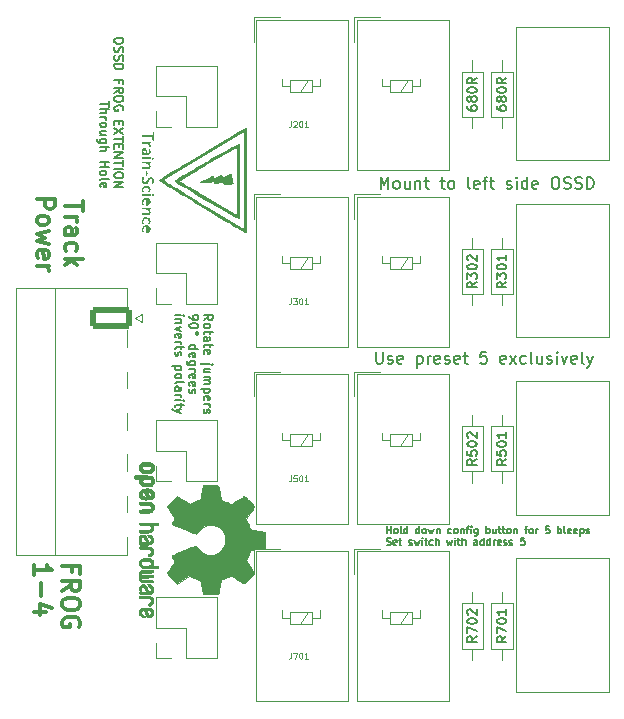
<source format=gbr>
%TF.GenerationSoftware,KiCad,Pcbnew,8.0.8*%
%TF.CreationDate,2025-02-08T23:16:56+01:00*%
%TF.ProjectId,Mk2-relayExtension-THT,4d6b322d-7265-46c6-9179-457874656e73,rev?*%
%TF.SameCoordinates,Original*%
%TF.FileFunction,Legend,Top*%
%TF.FilePolarity,Positive*%
%FSLAX46Y46*%
G04 Gerber Fmt 4.6, Leading zero omitted, Abs format (unit mm)*
G04 Created by KiCad (PCBNEW 8.0.8) date 2025-02-08 23:16:56*
%MOMM*%
%LPD*%
G01*
G04 APERTURE LIST*
G04 Aperture macros list*
%AMRoundRect*
0 Rectangle with rounded corners*
0 $1 Rounding radius*
0 $2 $3 $4 $5 $6 $7 $8 $9 X,Y pos of 4 corners*
0 Add a 4 corners polygon primitive as box body*
4,1,4,$2,$3,$4,$5,$6,$7,$8,$9,$2,$3,0*
0 Add four circle primitives for the rounded corners*
1,1,$1+$1,$2,$3*
1,1,$1+$1,$4,$5*
1,1,$1+$1,$6,$7*
1,1,$1+$1,$8,$9*
0 Add four rect primitives between the rounded corners*
20,1,$1+$1,$2,$3,$4,$5,0*
20,1,$1+$1,$4,$5,$6,$7,0*
20,1,$1+$1,$6,$7,$8,$9,0*
20,1,$1+$1,$8,$9,$2,$3,0*%
G04 Aperture macros list end*
%ADD10C,0.150000*%
%ADD11C,0.300000*%
%ADD12C,0.075000*%
%ADD13C,0.120000*%
%ADD14C,0.100000*%
%ADD15C,0.010000*%
%ADD16C,0.000000*%
%ADD17O,3.600000X1.800000*%
%ADD18RoundRect,0.250000X-1.550000X0.650000X-1.550000X-0.650000X1.550000X-0.650000X1.550000X0.650000X0*%
%ADD19R,2.000000X2.000000*%
%ADD20C,2.000000*%
%ADD21C,2.200000*%
%ADD22C,1.400000*%
%ADD23O,1.400000X1.400000*%
%ADD24R,1.700000X1.700000*%
%ADD25O,1.700000X1.700000*%
%ADD26C,3.200000*%
G04 APERTURE END LIST*
D10*
X208254501Y-102686826D02*
X208611644Y-102436826D01*
X208254501Y-102258255D02*
X209004501Y-102258255D01*
X209004501Y-102258255D02*
X209004501Y-102543969D01*
X209004501Y-102543969D02*
X208968787Y-102615398D01*
X208968787Y-102615398D02*
X208933073Y-102651112D01*
X208933073Y-102651112D02*
X208861644Y-102686826D01*
X208861644Y-102686826D02*
X208754501Y-102686826D01*
X208754501Y-102686826D02*
X208683073Y-102651112D01*
X208683073Y-102651112D02*
X208647358Y-102615398D01*
X208647358Y-102615398D02*
X208611644Y-102543969D01*
X208611644Y-102543969D02*
X208611644Y-102258255D01*
X208254501Y-103115398D02*
X208290216Y-103043969D01*
X208290216Y-103043969D02*
X208325930Y-103008255D01*
X208325930Y-103008255D02*
X208397358Y-102972541D01*
X208397358Y-102972541D02*
X208611644Y-102972541D01*
X208611644Y-102972541D02*
X208683073Y-103008255D01*
X208683073Y-103008255D02*
X208718787Y-103043969D01*
X208718787Y-103043969D02*
X208754501Y-103115398D01*
X208754501Y-103115398D02*
X208754501Y-103222541D01*
X208754501Y-103222541D02*
X208718787Y-103293969D01*
X208718787Y-103293969D02*
X208683073Y-103329684D01*
X208683073Y-103329684D02*
X208611644Y-103365398D01*
X208611644Y-103365398D02*
X208397358Y-103365398D01*
X208397358Y-103365398D02*
X208325930Y-103329684D01*
X208325930Y-103329684D02*
X208290216Y-103293969D01*
X208290216Y-103293969D02*
X208254501Y-103222541D01*
X208254501Y-103222541D02*
X208254501Y-103115398D01*
X208754501Y-103579683D02*
X208754501Y-103865397D01*
X209004501Y-103686826D02*
X208361644Y-103686826D01*
X208361644Y-103686826D02*
X208290216Y-103722540D01*
X208290216Y-103722540D02*
X208254501Y-103793969D01*
X208254501Y-103793969D02*
X208254501Y-103865397D01*
X208254501Y-104436826D02*
X208647358Y-104436826D01*
X208647358Y-104436826D02*
X208718787Y-104401111D01*
X208718787Y-104401111D02*
X208754501Y-104329683D01*
X208754501Y-104329683D02*
X208754501Y-104186826D01*
X208754501Y-104186826D02*
X208718787Y-104115397D01*
X208290216Y-104436826D02*
X208254501Y-104365397D01*
X208254501Y-104365397D02*
X208254501Y-104186826D01*
X208254501Y-104186826D02*
X208290216Y-104115397D01*
X208290216Y-104115397D02*
X208361644Y-104079683D01*
X208361644Y-104079683D02*
X208433073Y-104079683D01*
X208433073Y-104079683D02*
X208504501Y-104115397D01*
X208504501Y-104115397D02*
X208540216Y-104186826D01*
X208540216Y-104186826D02*
X208540216Y-104365397D01*
X208540216Y-104365397D02*
X208575930Y-104436826D01*
X208754501Y-104686825D02*
X208754501Y-104972539D01*
X209004501Y-104793968D02*
X208361644Y-104793968D01*
X208361644Y-104793968D02*
X208290216Y-104829682D01*
X208290216Y-104829682D02*
X208254501Y-104901111D01*
X208254501Y-104901111D02*
X208254501Y-104972539D01*
X208290216Y-105508253D02*
X208254501Y-105436825D01*
X208254501Y-105436825D02*
X208254501Y-105293968D01*
X208254501Y-105293968D02*
X208290216Y-105222539D01*
X208290216Y-105222539D02*
X208361644Y-105186825D01*
X208361644Y-105186825D02*
X208647358Y-105186825D01*
X208647358Y-105186825D02*
X208718787Y-105222539D01*
X208718787Y-105222539D02*
X208754501Y-105293968D01*
X208754501Y-105293968D02*
X208754501Y-105436825D01*
X208754501Y-105436825D02*
X208718787Y-105508253D01*
X208718787Y-105508253D02*
X208647358Y-105543968D01*
X208647358Y-105543968D02*
X208575930Y-105543968D01*
X208575930Y-105543968D02*
X208504501Y-105186825D01*
X208754501Y-106436825D02*
X208111644Y-106436825D01*
X208111644Y-106436825D02*
X208040216Y-106401111D01*
X208040216Y-106401111D02*
X208004501Y-106329682D01*
X208004501Y-106329682D02*
X208004501Y-106293968D01*
X209004501Y-106436825D02*
X208968787Y-106401111D01*
X208968787Y-106401111D02*
X208933073Y-106436825D01*
X208933073Y-106436825D02*
X208968787Y-106472539D01*
X208968787Y-106472539D02*
X209004501Y-106436825D01*
X209004501Y-106436825D02*
X208933073Y-106436825D01*
X208754501Y-107115397D02*
X208254501Y-107115397D01*
X208754501Y-106793968D02*
X208361644Y-106793968D01*
X208361644Y-106793968D02*
X208290216Y-106829682D01*
X208290216Y-106829682D02*
X208254501Y-106901111D01*
X208254501Y-106901111D02*
X208254501Y-107008254D01*
X208254501Y-107008254D02*
X208290216Y-107079682D01*
X208290216Y-107079682D02*
X208325930Y-107115397D01*
X208254501Y-107472539D02*
X208754501Y-107472539D01*
X208683073Y-107472539D02*
X208718787Y-107508253D01*
X208718787Y-107508253D02*
X208754501Y-107579682D01*
X208754501Y-107579682D02*
X208754501Y-107686825D01*
X208754501Y-107686825D02*
X208718787Y-107758253D01*
X208718787Y-107758253D02*
X208647358Y-107793968D01*
X208647358Y-107793968D02*
X208254501Y-107793968D01*
X208647358Y-107793968D02*
X208718787Y-107829682D01*
X208718787Y-107829682D02*
X208754501Y-107901110D01*
X208754501Y-107901110D02*
X208754501Y-108008253D01*
X208754501Y-108008253D02*
X208718787Y-108079682D01*
X208718787Y-108079682D02*
X208647358Y-108115396D01*
X208647358Y-108115396D02*
X208254501Y-108115396D01*
X208754501Y-108472539D02*
X208004501Y-108472539D01*
X208718787Y-108472539D02*
X208754501Y-108543968D01*
X208754501Y-108543968D02*
X208754501Y-108686825D01*
X208754501Y-108686825D02*
X208718787Y-108758253D01*
X208718787Y-108758253D02*
X208683073Y-108793968D01*
X208683073Y-108793968D02*
X208611644Y-108829682D01*
X208611644Y-108829682D02*
X208397358Y-108829682D01*
X208397358Y-108829682D02*
X208325930Y-108793968D01*
X208325930Y-108793968D02*
X208290216Y-108758253D01*
X208290216Y-108758253D02*
X208254501Y-108686825D01*
X208254501Y-108686825D02*
X208254501Y-108543968D01*
X208254501Y-108543968D02*
X208290216Y-108472539D01*
X208290216Y-109436824D02*
X208254501Y-109365396D01*
X208254501Y-109365396D02*
X208254501Y-109222539D01*
X208254501Y-109222539D02*
X208290216Y-109151110D01*
X208290216Y-109151110D02*
X208361644Y-109115396D01*
X208361644Y-109115396D02*
X208647358Y-109115396D01*
X208647358Y-109115396D02*
X208718787Y-109151110D01*
X208718787Y-109151110D02*
X208754501Y-109222539D01*
X208754501Y-109222539D02*
X208754501Y-109365396D01*
X208754501Y-109365396D02*
X208718787Y-109436824D01*
X208718787Y-109436824D02*
X208647358Y-109472539D01*
X208647358Y-109472539D02*
X208575930Y-109472539D01*
X208575930Y-109472539D02*
X208504501Y-109115396D01*
X208254501Y-109793967D02*
X208754501Y-109793967D01*
X208611644Y-109793967D02*
X208683073Y-109829681D01*
X208683073Y-109829681D02*
X208718787Y-109865396D01*
X208718787Y-109865396D02*
X208754501Y-109936824D01*
X208754501Y-109936824D02*
X208754501Y-110008253D01*
X208290216Y-110222539D02*
X208254501Y-110293967D01*
X208254501Y-110293967D02*
X208254501Y-110436824D01*
X208254501Y-110436824D02*
X208290216Y-110508253D01*
X208290216Y-110508253D02*
X208361644Y-110543967D01*
X208361644Y-110543967D02*
X208397358Y-110543967D01*
X208397358Y-110543967D02*
X208468787Y-110508253D01*
X208468787Y-110508253D02*
X208504501Y-110436824D01*
X208504501Y-110436824D02*
X208504501Y-110329682D01*
X208504501Y-110329682D02*
X208540216Y-110258253D01*
X208540216Y-110258253D02*
X208611644Y-110222539D01*
X208611644Y-110222539D02*
X208647358Y-110222539D01*
X208647358Y-110222539D02*
X208718787Y-110258253D01*
X208718787Y-110258253D02*
X208754501Y-110329682D01*
X208754501Y-110329682D02*
X208754501Y-110436824D01*
X208754501Y-110436824D02*
X208718787Y-110508253D01*
X207047043Y-102293969D02*
X207047043Y-102436826D01*
X207047043Y-102436826D02*
X207082758Y-102508255D01*
X207082758Y-102508255D02*
X207118472Y-102543969D01*
X207118472Y-102543969D02*
X207225615Y-102615398D01*
X207225615Y-102615398D02*
X207368472Y-102651112D01*
X207368472Y-102651112D02*
X207654186Y-102651112D01*
X207654186Y-102651112D02*
X207725615Y-102615398D01*
X207725615Y-102615398D02*
X207761329Y-102579684D01*
X207761329Y-102579684D02*
X207797043Y-102508255D01*
X207797043Y-102508255D02*
X207797043Y-102365398D01*
X207797043Y-102365398D02*
X207761329Y-102293969D01*
X207761329Y-102293969D02*
X207725615Y-102258255D01*
X207725615Y-102258255D02*
X207654186Y-102222541D01*
X207654186Y-102222541D02*
X207475615Y-102222541D01*
X207475615Y-102222541D02*
X207404186Y-102258255D01*
X207404186Y-102258255D02*
X207368472Y-102293969D01*
X207368472Y-102293969D02*
X207332758Y-102365398D01*
X207332758Y-102365398D02*
X207332758Y-102508255D01*
X207332758Y-102508255D02*
X207368472Y-102579684D01*
X207368472Y-102579684D02*
X207404186Y-102615398D01*
X207404186Y-102615398D02*
X207475615Y-102651112D01*
X207797043Y-103115398D02*
X207797043Y-103186827D01*
X207797043Y-103186827D02*
X207761329Y-103258255D01*
X207761329Y-103258255D02*
X207725615Y-103293970D01*
X207725615Y-103293970D02*
X207654186Y-103329684D01*
X207654186Y-103329684D02*
X207511329Y-103365398D01*
X207511329Y-103365398D02*
X207332758Y-103365398D01*
X207332758Y-103365398D02*
X207189900Y-103329684D01*
X207189900Y-103329684D02*
X207118472Y-103293970D01*
X207118472Y-103293970D02*
X207082758Y-103258255D01*
X207082758Y-103258255D02*
X207047043Y-103186827D01*
X207047043Y-103186827D02*
X207047043Y-103115398D01*
X207047043Y-103115398D02*
X207082758Y-103043970D01*
X207082758Y-103043970D02*
X207118472Y-103008255D01*
X207118472Y-103008255D02*
X207189900Y-102972541D01*
X207189900Y-102972541D02*
X207332758Y-102936827D01*
X207332758Y-102936827D02*
X207511329Y-102936827D01*
X207511329Y-102936827D02*
X207654186Y-102972541D01*
X207654186Y-102972541D02*
X207725615Y-103008255D01*
X207725615Y-103008255D02*
X207761329Y-103043970D01*
X207761329Y-103043970D02*
X207797043Y-103115398D01*
X207797043Y-103793970D02*
X207761329Y-103722541D01*
X207761329Y-103722541D02*
X207689900Y-103686827D01*
X207689900Y-103686827D02*
X207618472Y-103722541D01*
X207618472Y-103722541D02*
X207582758Y-103793970D01*
X207582758Y-103793970D02*
X207618472Y-103865398D01*
X207618472Y-103865398D02*
X207689900Y-103901113D01*
X207689900Y-103901113D02*
X207761329Y-103865398D01*
X207761329Y-103865398D02*
X207797043Y-103793970D01*
X207047043Y-105151114D02*
X207797043Y-105151114D01*
X207082758Y-105151114D02*
X207047043Y-105079685D01*
X207047043Y-105079685D02*
X207047043Y-104936828D01*
X207047043Y-104936828D02*
X207082758Y-104865399D01*
X207082758Y-104865399D02*
X207118472Y-104829685D01*
X207118472Y-104829685D02*
X207189900Y-104793971D01*
X207189900Y-104793971D02*
X207404186Y-104793971D01*
X207404186Y-104793971D02*
X207475615Y-104829685D01*
X207475615Y-104829685D02*
X207511329Y-104865399D01*
X207511329Y-104865399D02*
X207547043Y-104936828D01*
X207547043Y-104936828D02*
X207547043Y-105079685D01*
X207547043Y-105079685D02*
X207511329Y-105151114D01*
X207082758Y-105793970D02*
X207047043Y-105722542D01*
X207047043Y-105722542D02*
X207047043Y-105579685D01*
X207047043Y-105579685D02*
X207082758Y-105508256D01*
X207082758Y-105508256D02*
X207154186Y-105472542D01*
X207154186Y-105472542D02*
X207439900Y-105472542D01*
X207439900Y-105472542D02*
X207511329Y-105508256D01*
X207511329Y-105508256D02*
X207547043Y-105579685D01*
X207547043Y-105579685D02*
X207547043Y-105722542D01*
X207547043Y-105722542D02*
X207511329Y-105793970D01*
X207511329Y-105793970D02*
X207439900Y-105829685D01*
X207439900Y-105829685D02*
X207368472Y-105829685D01*
X207368472Y-105829685D02*
X207297043Y-105472542D01*
X207547043Y-106472542D02*
X206939900Y-106472542D01*
X206939900Y-106472542D02*
X206868472Y-106436827D01*
X206868472Y-106436827D02*
X206832758Y-106401113D01*
X206832758Y-106401113D02*
X206797043Y-106329684D01*
X206797043Y-106329684D02*
X206797043Y-106222542D01*
X206797043Y-106222542D02*
X206832758Y-106151113D01*
X207082758Y-106472542D02*
X207047043Y-106401113D01*
X207047043Y-106401113D02*
X207047043Y-106258256D01*
X207047043Y-106258256D02*
X207082758Y-106186827D01*
X207082758Y-106186827D02*
X207118472Y-106151113D01*
X207118472Y-106151113D02*
X207189900Y-106115399D01*
X207189900Y-106115399D02*
X207404186Y-106115399D01*
X207404186Y-106115399D02*
X207475615Y-106151113D01*
X207475615Y-106151113D02*
X207511329Y-106186827D01*
X207511329Y-106186827D02*
X207547043Y-106258256D01*
X207547043Y-106258256D02*
X207547043Y-106401113D01*
X207547043Y-106401113D02*
X207511329Y-106472542D01*
X207047043Y-106829684D02*
X207547043Y-106829684D01*
X207404186Y-106829684D02*
X207475615Y-106865398D01*
X207475615Y-106865398D02*
X207511329Y-106901113D01*
X207511329Y-106901113D02*
X207547043Y-106972541D01*
X207547043Y-106972541D02*
X207547043Y-107043970D01*
X207082758Y-107579684D02*
X207047043Y-107508256D01*
X207047043Y-107508256D02*
X207047043Y-107365399D01*
X207047043Y-107365399D02*
X207082758Y-107293970D01*
X207082758Y-107293970D02*
X207154186Y-107258256D01*
X207154186Y-107258256D02*
X207439900Y-107258256D01*
X207439900Y-107258256D02*
X207511329Y-107293970D01*
X207511329Y-107293970D02*
X207547043Y-107365399D01*
X207547043Y-107365399D02*
X207547043Y-107508256D01*
X207547043Y-107508256D02*
X207511329Y-107579684D01*
X207511329Y-107579684D02*
X207439900Y-107615399D01*
X207439900Y-107615399D02*
X207368472Y-107615399D01*
X207368472Y-107615399D02*
X207297043Y-107258256D01*
X207082758Y-108222541D02*
X207047043Y-108151113D01*
X207047043Y-108151113D02*
X207047043Y-108008256D01*
X207047043Y-108008256D02*
X207082758Y-107936827D01*
X207082758Y-107936827D02*
X207154186Y-107901113D01*
X207154186Y-107901113D02*
X207439900Y-107901113D01*
X207439900Y-107901113D02*
X207511329Y-107936827D01*
X207511329Y-107936827D02*
X207547043Y-108008256D01*
X207547043Y-108008256D02*
X207547043Y-108151113D01*
X207547043Y-108151113D02*
X207511329Y-108222541D01*
X207511329Y-108222541D02*
X207439900Y-108258256D01*
X207439900Y-108258256D02*
X207368472Y-108258256D01*
X207368472Y-108258256D02*
X207297043Y-107901113D01*
X207082758Y-108543970D02*
X207047043Y-108615398D01*
X207047043Y-108615398D02*
X207047043Y-108758255D01*
X207047043Y-108758255D02*
X207082758Y-108829684D01*
X207082758Y-108829684D02*
X207154186Y-108865398D01*
X207154186Y-108865398D02*
X207189900Y-108865398D01*
X207189900Y-108865398D02*
X207261329Y-108829684D01*
X207261329Y-108829684D02*
X207297043Y-108758255D01*
X207297043Y-108758255D02*
X207297043Y-108651113D01*
X207297043Y-108651113D02*
X207332758Y-108579684D01*
X207332758Y-108579684D02*
X207404186Y-108543970D01*
X207404186Y-108543970D02*
X207439900Y-108543970D01*
X207439900Y-108543970D02*
X207511329Y-108579684D01*
X207511329Y-108579684D02*
X207547043Y-108651113D01*
X207547043Y-108651113D02*
X207547043Y-108758255D01*
X207547043Y-108758255D02*
X207511329Y-108829684D01*
X205839585Y-102258255D02*
X206339585Y-102258255D01*
X206589585Y-102258255D02*
X206553871Y-102222541D01*
X206553871Y-102222541D02*
X206518157Y-102258255D01*
X206518157Y-102258255D02*
X206553871Y-102293969D01*
X206553871Y-102293969D02*
X206589585Y-102258255D01*
X206589585Y-102258255D02*
X206518157Y-102258255D01*
X206339585Y-102615398D02*
X205839585Y-102615398D01*
X206268157Y-102615398D02*
X206303871Y-102651112D01*
X206303871Y-102651112D02*
X206339585Y-102722541D01*
X206339585Y-102722541D02*
X206339585Y-102829684D01*
X206339585Y-102829684D02*
X206303871Y-102901112D01*
X206303871Y-102901112D02*
X206232442Y-102936827D01*
X206232442Y-102936827D02*
X205839585Y-102936827D01*
X206339585Y-103222540D02*
X205839585Y-103401112D01*
X205839585Y-103401112D02*
X206339585Y-103579683D01*
X205875300Y-104151112D02*
X205839585Y-104079684D01*
X205839585Y-104079684D02*
X205839585Y-103936827D01*
X205839585Y-103936827D02*
X205875300Y-103865398D01*
X205875300Y-103865398D02*
X205946728Y-103829684D01*
X205946728Y-103829684D02*
X206232442Y-103829684D01*
X206232442Y-103829684D02*
X206303871Y-103865398D01*
X206303871Y-103865398D02*
X206339585Y-103936827D01*
X206339585Y-103936827D02*
X206339585Y-104079684D01*
X206339585Y-104079684D02*
X206303871Y-104151112D01*
X206303871Y-104151112D02*
X206232442Y-104186827D01*
X206232442Y-104186827D02*
X206161014Y-104186827D01*
X206161014Y-104186827D02*
X206089585Y-103829684D01*
X205839585Y-104508255D02*
X206339585Y-104508255D01*
X206196728Y-104508255D02*
X206268157Y-104543969D01*
X206268157Y-104543969D02*
X206303871Y-104579684D01*
X206303871Y-104579684D02*
X206339585Y-104651112D01*
X206339585Y-104651112D02*
X206339585Y-104722541D01*
X206339585Y-104865398D02*
X206339585Y-105151112D01*
X206589585Y-104972541D02*
X205946728Y-104972541D01*
X205946728Y-104972541D02*
X205875300Y-105008255D01*
X205875300Y-105008255D02*
X205839585Y-105079684D01*
X205839585Y-105079684D02*
X205839585Y-105151112D01*
X205875300Y-105365398D02*
X205839585Y-105436826D01*
X205839585Y-105436826D02*
X205839585Y-105579683D01*
X205839585Y-105579683D02*
X205875300Y-105651112D01*
X205875300Y-105651112D02*
X205946728Y-105686826D01*
X205946728Y-105686826D02*
X205982442Y-105686826D01*
X205982442Y-105686826D02*
X206053871Y-105651112D01*
X206053871Y-105651112D02*
X206089585Y-105579683D01*
X206089585Y-105579683D02*
X206089585Y-105472541D01*
X206089585Y-105472541D02*
X206125300Y-105401112D01*
X206125300Y-105401112D02*
X206196728Y-105365398D01*
X206196728Y-105365398D02*
X206232442Y-105365398D01*
X206232442Y-105365398D02*
X206303871Y-105401112D01*
X206303871Y-105401112D02*
X206339585Y-105472541D01*
X206339585Y-105472541D02*
X206339585Y-105579683D01*
X206339585Y-105579683D02*
X206303871Y-105651112D01*
X206339585Y-106579684D02*
X205589585Y-106579684D01*
X206303871Y-106579684D02*
X206339585Y-106651113D01*
X206339585Y-106651113D02*
X206339585Y-106793970D01*
X206339585Y-106793970D02*
X206303871Y-106865398D01*
X206303871Y-106865398D02*
X206268157Y-106901113D01*
X206268157Y-106901113D02*
X206196728Y-106936827D01*
X206196728Y-106936827D02*
X205982442Y-106936827D01*
X205982442Y-106936827D02*
X205911014Y-106901113D01*
X205911014Y-106901113D02*
X205875300Y-106865398D01*
X205875300Y-106865398D02*
X205839585Y-106793970D01*
X205839585Y-106793970D02*
X205839585Y-106651113D01*
X205839585Y-106651113D02*
X205875300Y-106579684D01*
X205839585Y-107365398D02*
X205875300Y-107293969D01*
X205875300Y-107293969D02*
X205911014Y-107258255D01*
X205911014Y-107258255D02*
X205982442Y-107222541D01*
X205982442Y-107222541D02*
X206196728Y-107222541D01*
X206196728Y-107222541D02*
X206268157Y-107258255D01*
X206268157Y-107258255D02*
X206303871Y-107293969D01*
X206303871Y-107293969D02*
X206339585Y-107365398D01*
X206339585Y-107365398D02*
X206339585Y-107472541D01*
X206339585Y-107472541D02*
X206303871Y-107543969D01*
X206303871Y-107543969D02*
X206268157Y-107579684D01*
X206268157Y-107579684D02*
X206196728Y-107615398D01*
X206196728Y-107615398D02*
X205982442Y-107615398D01*
X205982442Y-107615398D02*
X205911014Y-107579684D01*
X205911014Y-107579684D02*
X205875300Y-107543969D01*
X205875300Y-107543969D02*
X205839585Y-107472541D01*
X205839585Y-107472541D02*
X205839585Y-107365398D01*
X205839585Y-108043969D02*
X205875300Y-107972540D01*
X205875300Y-107972540D02*
X205946728Y-107936826D01*
X205946728Y-107936826D02*
X206589585Y-107936826D01*
X205839585Y-108651112D02*
X206232442Y-108651112D01*
X206232442Y-108651112D02*
X206303871Y-108615397D01*
X206303871Y-108615397D02*
X206339585Y-108543969D01*
X206339585Y-108543969D02*
X206339585Y-108401112D01*
X206339585Y-108401112D02*
X206303871Y-108329683D01*
X205875300Y-108651112D02*
X205839585Y-108579683D01*
X205839585Y-108579683D02*
X205839585Y-108401112D01*
X205839585Y-108401112D02*
X205875300Y-108329683D01*
X205875300Y-108329683D02*
X205946728Y-108293969D01*
X205946728Y-108293969D02*
X206018157Y-108293969D01*
X206018157Y-108293969D02*
X206089585Y-108329683D01*
X206089585Y-108329683D02*
X206125300Y-108401112D01*
X206125300Y-108401112D02*
X206125300Y-108579683D01*
X206125300Y-108579683D02*
X206161014Y-108651112D01*
X205839585Y-109008254D02*
X206339585Y-109008254D01*
X206196728Y-109008254D02*
X206268157Y-109043968D01*
X206268157Y-109043968D02*
X206303871Y-109079683D01*
X206303871Y-109079683D02*
X206339585Y-109151111D01*
X206339585Y-109151111D02*
X206339585Y-109222540D01*
X205839585Y-109472540D02*
X206339585Y-109472540D01*
X206589585Y-109472540D02*
X206553871Y-109436826D01*
X206553871Y-109436826D02*
X206518157Y-109472540D01*
X206518157Y-109472540D02*
X206553871Y-109508254D01*
X206553871Y-109508254D02*
X206589585Y-109472540D01*
X206589585Y-109472540D02*
X206518157Y-109472540D01*
X206339585Y-109722540D02*
X206339585Y-110008254D01*
X206589585Y-109829683D02*
X205946728Y-109829683D01*
X205946728Y-109829683D02*
X205875300Y-109865397D01*
X205875300Y-109865397D02*
X205839585Y-109936826D01*
X205839585Y-109936826D02*
X205839585Y-110008254D01*
X206339585Y-110186825D02*
X205839585Y-110365397D01*
X206339585Y-110543968D02*
X205839585Y-110365397D01*
X205839585Y-110365397D02*
X205661014Y-110293968D01*
X205661014Y-110293968D02*
X205625300Y-110258254D01*
X205625300Y-110258254D02*
X205589585Y-110186825D01*
X222836779Y-105369819D02*
X222836779Y-106179342D01*
X222836779Y-106179342D02*
X222884398Y-106274580D01*
X222884398Y-106274580D02*
X222932017Y-106322200D01*
X222932017Y-106322200D02*
X223027255Y-106369819D01*
X223027255Y-106369819D02*
X223217731Y-106369819D01*
X223217731Y-106369819D02*
X223312969Y-106322200D01*
X223312969Y-106322200D02*
X223360588Y-106274580D01*
X223360588Y-106274580D02*
X223408207Y-106179342D01*
X223408207Y-106179342D02*
X223408207Y-105369819D01*
X223836779Y-106322200D02*
X223932017Y-106369819D01*
X223932017Y-106369819D02*
X224122493Y-106369819D01*
X224122493Y-106369819D02*
X224217731Y-106322200D01*
X224217731Y-106322200D02*
X224265350Y-106226961D01*
X224265350Y-106226961D02*
X224265350Y-106179342D01*
X224265350Y-106179342D02*
X224217731Y-106084104D01*
X224217731Y-106084104D02*
X224122493Y-106036485D01*
X224122493Y-106036485D02*
X223979636Y-106036485D01*
X223979636Y-106036485D02*
X223884398Y-105988866D01*
X223884398Y-105988866D02*
X223836779Y-105893628D01*
X223836779Y-105893628D02*
X223836779Y-105846009D01*
X223836779Y-105846009D02*
X223884398Y-105750771D01*
X223884398Y-105750771D02*
X223979636Y-105703152D01*
X223979636Y-105703152D02*
X224122493Y-105703152D01*
X224122493Y-105703152D02*
X224217731Y-105750771D01*
X225074874Y-106322200D02*
X224979636Y-106369819D01*
X224979636Y-106369819D02*
X224789160Y-106369819D01*
X224789160Y-106369819D02*
X224693922Y-106322200D01*
X224693922Y-106322200D02*
X224646303Y-106226961D01*
X224646303Y-106226961D02*
X224646303Y-105846009D01*
X224646303Y-105846009D02*
X224693922Y-105750771D01*
X224693922Y-105750771D02*
X224789160Y-105703152D01*
X224789160Y-105703152D02*
X224979636Y-105703152D01*
X224979636Y-105703152D02*
X225074874Y-105750771D01*
X225074874Y-105750771D02*
X225122493Y-105846009D01*
X225122493Y-105846009D02*
X225122493Y-105941247D01*
X225122493Y-105941247D02*
X224646303Y-106036485D01*
X226312970Y-105703152D02*
X226312970Y-106703152D01*
X226312970Y-105750771D02*
X226408208Y-105703152D01*
X226408208Y-105703152D02*
X226598684Y-105703152D01*
X226598684Y-105703152D02*
X226693922Y-105750771D01*
X226693922Y-105750771D02*
X226741541Y-105798390D01*
X226741541Y-105798390D02*
X226789160Y-105893628D01*
X226789160Y-105893628D02*
X226789160Y-106179342D01*
X226789160Y-106179342D02*
X226741541Y-106274580D01*
X226741541Y-106274580D02*
X226693922Y-106322200D01*
X226693922Y-106322200D02*
X226598684Y-106369819D01*
X226598684Y-106369819D02*
X226408208Y-106369819D01*
X226408208Y-106369819D02*
X226312970Y-106322200D01*
X227217732Y-106369819D02*
X227217732Y-105703152D01*
X227217732Y-105893628D02*
X227265351Y-105798390D01*
X227265351Y-105798390D02*
X227312970Y-105750771D01*
X227312970Y-105750771D02*
X227408208Y-105703152D01*
X227408208Y-105703152D02*
X227503446Y-105703152D01*
X228217732Y-106322200D02*
X228122494Y-106369819D01*
X228122494Y-106369819D02*
X227932018Y-106369819D01*
X227932018Y-106369819D02*
X227836780Y-106322200D01*
X227836780Y-106322200D02*
X227789161Y-106226961D01*
X227789161Y-106226961D02*
X227789161Y-105846009D01*
X227789161Y-105846009D02*
X227836780Y-105750771D01*
X227836780Y-105750771D02*
X227932018Y-105703152D01*
X227932018Y-105703152D02*
X228122494Y-105703152D01*
X228122494Y-105703152D02*
X228217732Y-105750771D01*
X228217732Y-105750771D02*
X228265351Y-105846009D01*
X228265351Y-105846009D02*
X228265351Y-105941247D01*
X228265351Y-105941247D02*
X227789161Y-106036485D01*
X228646304Y-106322200D02*
X228741542Y-106369819D01*
X228741542Y-106369819D02*
X228932018Y-106369819D01*
X228932018Y-106369819D02*
X229027256Y-106322200D01*
X229027256Y-106322200D02*
X229074875Y-106226961D01*
X229074875Y-106226961D02*
X229074875Y-106179342D01*
X229074875Y-106179342D02*
X229027256Y-106084104D01*
X229027256Y-106084104D02*
X228932018Y-106036485D01*
X228932018Y-106036485D02*
X228789161Y-106036485D01*
X228789161Y-106036485D02*
X228693923Y-105988866D01*
X228693923Y-105988866D02*
X228646304Y-105893628D01*
X228646304Y-105893628D02*
X228646304Y-105846009D01*
X228646304Y-105846009D02*
X228693923Y-105750771D01*
X228693923Y-105750771D02*
X228789161Y-105703152D01*
X228789161Y-105703152D02*
X228932018Y-105703152D01*
X228932018Y-105703152D02*
X229027256Y-105750771D01*
X229884399Y-106322200D02*
X229789161Y-106369819D01*
X229789161Y-106369819D02*
X229598685Y-106369819D01*
X229598685Y-106369819D02*
X229503447Y-106322200D01*
X229503447Y-106322200D02*
X229455828Y-106226961D01*
X229455828Y-106226961D02*
X229455828Y-105846009D01*
X229455828Y-105846009D02*
X229503447Y-105750771D01*
X229503447Y-105750771D02*
X229598685Y-105703152D01*
X229598685Y-105703152D02*
X229789161Y-105703152D01*
X229789161Y-105703152D02*
X229884399Y-105750771D01*
X229884399Y-105750771D02*
X229932018Y-105846009D01*
X229932018Y-105846009D02*
X229932018Y-105941247D01*
X229932018Y-105941247D02*
X229455828Y-106036485D01*
X230217733Y-105703152D02*
X230598685Y-105703152D01*
X230360590Y-105369819D02*
X230360590Y-106226961D01*
X230360590Y-106226961D02*
X230408209Y-106322200D01*
X230408209Y-106322200D02*
X230503447Y-106369819D01*
X230503447Y-106369819D02*
X230598685Y-106369819D01*
X232170114Y-105369819D02*
X231693924Y-105369819D01*
X231693924Y-105369819D02*
X231646305Y-105846009D01*
X231646305Y-105846009D02*
X231693924Y-105798390D01*
X231693924Y-105798390D02*
X231789162Y-105750771D01*
X231789162Y-105750771D02*
X232027257Y-105750771D01*
X232027257Y-105750771D02*
X232122495Y-105798390D01*
X232122495Y-105798390D02*
X232170114Y-105846009D01*
X232170114Y-105846009D02*
X232217733Y-105941247D01*
X232217733Y-105941247D02*
X232217733Y-106179342D01*
X232217733Y-106179342D02*
X232170114Y-106274580D01*
X232170114Y-106274580D02*
X232122495Y-106322200D01*
X232122495Y-106322200D02*
X232027257Y-106369819D01*
X232027257Y-106369819D02*
X231789162Y-106369819D01*
X231789162Y-106369819D02*
X231693924Y-106322200D01*
X231693924Y-106322200D02*
X231646305Y-106274580D01*
X233789162Y-106322200D02*
X233693924Y-106369819D01*
X233693924Y-106369819D02*
X233503448Y-106369819D01*
X233503448Y-106369819D02*
X233408210Y-106322200D01*
X233408210Y-106322200D02*
X233360591Y-106226961D01*
X233360591Y-106226961D02*
X233360591Y-105846009D01*
X233360591Y-105846009D02*
X233408210Y-105750771D01*
X233408210Y-105750771D02*
X233503448Y-105703152D01*
X233503448Y-105703152D02*
X233693924Y-105703152D01*
X233693924Y-105703152D02*
X233789162Y-105750771D01*
X233789162Y-105750771D02*
X233836781Y-105846009D01*
X233836781Y-105846009D02*
X233836781Y-105941247D01*
X233836781Y-105941247D02*
X233360591Y-106036485D01*
X234170115Y-106369819D02*
X234693924Y-105703152D01*
X234170115Y-105703152D02*
X234693924Y-106369819D01*
X235503448Y-106322200D02*
X235408210Y-106369819D01*
X235408210Y-106369819D02*
X235217734Y-106369819D01*
X235217734Y-106369819D02*
X235122496Y-106322200D01*
X235122496Y-106322200D02*
X235074877Y-106274580D01*
X235074877Y-106274580D02*
X235027258Y-106179342D01*
X235027258Y-106179342D02*
X235027258Y-105893628D01*
X235027258Y-105893628D02*
X235074877Y-105798390D01*
X235074877Y-105798390D02*
X235122496Y-105750771D01*
X235122496Y-105750771D02*
X235217734Y-105703152D01*
X235217734Y-105703152D02*
X235408210Y-105703152D01*
X235408210Y-105703152D02*
X235503448Y-105750771D01*
X236074877Y-106369819D02*
X235979639Y-106322200D01*
X235979639Y-106322200D02*
X235932020Y-106226961D01*
X235932020Y-106226961D02*
X235932020Y-105369819D01*
X236884401Y-105703152D02*
X236884401Y-106369819D01*
X236455830Y-105703152D02*
X236455830Y-106226961D01*
X236455830Y-106226961D02*
X236503449Y-106322200D01*
X236503449Y-106322200D02*
X236598687Y-106369819D01*
X236598687Y-106369819D02*
X236741544Y-106369819D01*
X236741544Y-106369819D02*
X236836782Y-106322200D01*
X236836782Y-106322200D02*
X236884401Y-106274580D01*
X237312973Y-106322200D02*
X237408211Y-106369819D01*
X237408211Y-106369819D02*
X237598687Y-106369819D01*
X237598687Y-106369819D02*
X237693925Y-106322200D01*
X237693925Y-106322200D02*
X237741544Y-106226961D01*
X237741544Y-106226961D02*
X237741544Y-106179342D01*
X237741544Y-106179342D02*
X237693925Y-106084104D01*
X237693925Y-106084104D02*
X237598687Y-106036485D01*
X237598687Y-106036485D02*
X237455830Y-106036485D01*
X237455830Y-106036485D02*
X237360592Y-105988866D01*
X237360592Y-105988866D02*
X237312973Y-105893628D01*
X237312973Y-105893628D02*
X237312973Y-105846009D01*
X237312973Y-105846009D02*
X237360592Y-105750771D01*
X237360592Y-105750771D02*
X237455830Y-105703152D01*
X237455830Y-105703152D02*
X237598687Y-105703152D01*
X237598687Y-105703152D02*
X237693925Y-105750771D01*
X238170116Y-106369819D02*
X238170116Y-105703152D01*
X238170116Y-105369819D02*
X238122497Y-105417438D01*
X238122497Y-105417438D02*
X238170116Y-105465057D01*
X238170116Y-105465057D02*
X238217735Y-105417438D01*
X238217735Y-105417438D02*
X238170116Y-105369819D01*
X238170116Y-105369819D02*
X238170116Y-105465057D01*
X238551068Y-105703152D02*
X238789163Y-106369819D01*
X238789163Y-106369819D02*
X239027258Y-105703152D01*
X239789163Y-106322200D02*
X239693925Y-106369819D01*
X239693925Y-106369819D02*
X239503449Y-106369819D01*
X239503449Y-106369819D02*
X239408211Y-106322200D01*
X239408211Y-106322200D02*
X239360592Y-106226961D01*
X239360592Y-106226961D02*
X239360592Y-105846009D01*
X239360592Y-105846009D02*
X239408211Y-105750771D01*
X239408211Y-105750771D02*
X239503449Y-105703152D01*
X239503449Y-105703152D02*
X239693925Y-105703152D01*
X239693925Y-105703152D02*
X239789163Y-105750771D01*
X239789163Y-105750771D02*
X239836782Y-105846009D01*
X239836782Y-105846009D02*
X239836782Y-105941247D01*
X239836782Y-105941247D02*
X239360592Y-106036485D01*
X240408211Y-106369819D02*
X240312973Y-106322200D01*
X240312973Y-106322200D02*
X240265354Y-106226961D01*
X240265354Y-106226961D02*
X240265354Y-105369819D01*
X240693926Y-105703152D02*
X240932021Y-106369819D01*
X241170116Y-105703152D02*
X240932021Y-106369819D01*
X240932021Y-106369819D02*
X240836783Y-106607914D01*
X240836783Y-106607914D02*
X240789164Y-106655533D01*
X240789164Y-106655533D02*
X240693926Y-106703152D01*
X223221779Y-91563819D02*
X223221779Y-90563819D01*
X223221779Y-90563819D02*
X223555112Y-91278104D01*
X223555112Y-91278104D02*
X223888445Y-90563819D01*
X223888445Y-90563819D02*
X223888445Y-91563819D01*
X224507493Y-91563819D02*
X224412255Y-91516200D01*
X224412255Y-91516200D02*
X224364636Y-91468580D01*
X224364636Y-91468580D02*
X224317017Y-91373342D01*
X224317017Y-91373342D02*
X224317017Y-91087628D01*
X224317017Y-91087628D02*
X224364636Y-90992390D01*
X224364636Y-90992390D02*
X224412255Y-90944771D01*
X224412255Y-90944771D02*
X224507493Y-90897152D01*
X224507493Y-90897152D02*
X224650350Y-90897152D01*
X224650350Y-90897152D02*
X224745588Y-90944771D01*
X224745588Y-90944771D02*
X224793207Y-90992390D01*
X224793207Y-90992390D02*
X224840826Y-91087628D01*
X224840826Y-91087628D02*
X224840826Y-91373342D01*
X224840826Y-91373342D02*
X224793207Y-91468580D01*
X224793207Y-91468580D02*
X224745588Y-91516200D01*
X224745588Y-91516200D02*
X224650350Y-91563819D01*
X224650350Y-91563819D02*
X224507493Y-91563819D01*
X225697969Y-90897152D02*
X225697969Y-91563819D01*
X225269398Y-90897152D02*
X225269398Y-91420961D01*
X225269398Y-91420961D02*
X225317017Y-91516200D01*
X225317017Y-91516200D02*
X225412255Y-91563819D01*
X225412255Y-91563819D02*
X225555112Y-91563819D01*
X225555112Y-91563819D02*
X225650350Y-91516200D01*
X225650350Y-91516200D02*
X225697969Y-91468580D01*
X226174160Y-90897152D02*
X226174160Y-91563819D01*
X226174160Y-90992390D02*
X226221779Y-90944771D01*
X226221779Y-90944771D02*
X226317017Y-90897152D01*
X226317017Y-90897152D02*
X226459874Y-90897152D01*
X226459874Y-90897152D02*
X226555112Y-90944771D01*
X226555112Y-90944771D02*
X226602731Y-91040009D01*
X226602731Y-91040009D02*
X226602731Y-91563819D01*
X226936065Y-90897152D02*
X227317017Y-90897152D01*
X227078922Y-90563819D02*
X227078922Y-91420961D01*
X227078922Y-91420961D02*
X227126541Y-91516200D01*
X227126541Y-91516200D02*
X227221779Y-91563819D01*
X227221779Y-91563819D02*
X227317017Y-91563819D01*
X228269399Y-90897152D02*
X228650351Y-90897152D01*
X228412256Y-90563819D02*
X228412256Y-91420961D01*
X228412256Y-91420961D02*
X228459875Y-91516200D01*
X228459875Y-91516200D02*
X228555113Y-91563819D01*
X228555113Y-91563819D02*
X228650351Y-91563819D01*
X229126542Y-91563819D02*
X229031304Y-91516200D01*
X229031304Y-91516200D02*
X228983685Y-91468580D01*
X228983685Y-91468580D02*
X228936066Y-91373342D01*
X228936066Y-91373342D02*
X228936066Y-91087628D01*
X228936066Y-91087628D02*
X228983685Y-90992390D01*
X228983685Y-90992390D02*
X229031304Y-90944771D01*
X229031304Y-90944771D02*
X229126542Y-90897152D01*
X229126542Y-90897152D02*
X229269399Y-90897152D01*
X229269399Y-90897152D02*
X229364637Y-90944771D01*
X229364637Y-90944771D02*
X229412256Y-90992390D01*
X229412256Y-90992390D02*
X229459875Y-91087628D01*
X229459875Y-91087628D02*
X229459875Y-91373342D01*
X229459875Y-91373342D02*
X229412256Y-91468580D01*
X229412256Y-91468580D02*
X229364637Y-91516200D01*
X229364637Y-91516200D02*
X229269399Y-91563819D01*
X229269399Y-91563819D02*
X229126542Y-91563819D01*
X230793209Y-91563819D02*
X230697971Y-91516200D01*
X230697971Y-91516200D02*
X230650352Y-91420961D01*
X230650352Y-91420961D02*
X230650352Y-90563819D01*
X231555114Y-91516200D02*
X231459876Y-91563819D01*
X231459876Y-91563819D02*
X231269400Y-91563819D01*
X231269400Y-91563819D02*
X231174162Y-91516200D01*
X231174162Y-91516200D02*
X231126543Y-91420961D01*
X231126543Y-91420961D02*
X231126543Y-91040009D01*
X231126543Y-91040009D02*
X231174162Y-90944771D01*
X231174162Y-90944771D02*
X231269400Y-90897152D01*
X231269400Y-90897152D02*
X231459876Y-90897152D01*
X231459876Y-90897152D02*
X231555114Y-90944771D01*
X231555114Y-90944771D02*
X231602733Y-91040009D01*
X231602733Y-91040009D02*
X231602733Y-91135247D01*
X231602733Y-91135247D02*
X231126543Y-91230485D01*
X231888448Y-90897152D02*
X232269400Y-90897152D01*
X232031305Y-91563819D02*
X232031305Y-90706676D01*
X232031305Y-90706676D02*
X232078924Y-90611438D01*
X232078924Y-90611438D02*
X232174162Y-90563819D01*
X232174162Y-90563819D02*
X232269400Y-90563819D01*
X232459877Y-90897152D02*
X232840829Y-90897152D01*
X232602734Y-90563819D02*
X232602734Y-91420961D01*
X232602734Y-91420961D02*
X232650353Y-91516200D01*
X232650353Y-91516200D02*
X232745591Y-91563819D01*
X232745591Y-91563819D02*
X232840829Y-91563819D01*
X233888449Y-91516200D02*
X233983687Y-91563819D01*
X233983687Y-91563819D02*
X234174163Y-91563819D01*
X234174163Y-91563819D02*
X234269401Y-91516200D01*
X234269401Y-91516200D02*
X234317020Y-91420961D01*
X234317020Y-91420961D02*
X234317020Y-91373342D01*
X234317020Y-91373342D02*
X234269401Y-91278104D01*
X234269401Y-91278104D02*
X234174163Y-91230485D01*
X234174163Y-91230485D02*
X234031306Y-91230485D01*
X234031306Y-91230485D02*
X233936068Y-91182866D01*
X233936068Y-91182866D02*
X233888449Y-91087628D01*
X233888449Y-91087628D02*
X233888449Y-91040009D01*
X233888449Y-91040009D02*
X233936068Y-90944771D01*
X233936068Y-90944771D02*
X234031306Y-90897152D01*
X234031306Y-90897152D02*
X234174163Y-90897152D01*
X234174163Y-90897152D02*
X234269401Y-90944771D01*
X234745592Y-91563819D02*
X234745592Y-90897152D01*
X234745592Y-90563819D02*
X234697973Y-90611438D01*
X234697973Y-90611438D02*
X234745592Y-90659057D01*
X234745592Y-90659057D02*
X234793211Y-90611438D01*
X234793211Y-90611438D02*
X234745592Y-90563819D01*
X234745592Y-90563819D02*
X234745592Y-90659057D01*
X235650353Y-91563819D02*
X235650353Y-90563819D01*
X235650353Y-91516200D02*
X235555115Y-91563819D01*
X235555115Y-91563819D02*
X235364639Y-91563819D01*
X235364639Y-91563819D02*
X235269401Y-91516200D01*
X235269401Y-91516200D02*
X235221782Y-91468580D01*
X235221782Y-91468580D02*
X235174163Y-91373342D01*
X235174163Y-91373342D02*
X235174163Y-91087628D01*
X235174163Y-91087628D02*
X235221782Y-90992390D01*
X235221782Y-90992390D02*
X235269401Y-90944771D01*
X235269401Y-90944771D02*
X235364639Y-90897152D01*
X235364639Y-90897152D02*
X235555115Y-90897152D01*
X235555115Y-90897152D02*
X235650353Y-90944771D01*
X236507496Y-91516200D02*
X236412258Y-91563819D01*
X236412258Y-91563819D02*
X236221782Y-91563819D01*
X236221782Y-91563819D02*
X236126544Y-91516200D01*
X236126544Y-91516200D02*
X236078925Y-91420961D01*
X236078925Y-91420961D02*
X236078925Y-91040009D01*
X236078925Y-91040009D02*
X236126544Y-90944771D01*
X236126544Y-90944771D02*
X236221782Y-90897152D01*
X236221782Y-90897152D02*
X236412258Y-90897152D01*
X236412258Y-90897152D02*
X236507496Y-90944771D01*
X236507496Y-90944771D02*
X236555115Y-91040009D01*
X236555115Y-91040009D02*
X236555115Y-91135247D01*
X236555115Y-91135247D02*
X236078925Y-91230485D01*
X237936068Y-90563819D02*
X238126544Y-90563819D01*
X238126544Y-90563819D02*
X238221782Y-90611438D01*
X238221782Y-90611438D02*
X238317020Y-90706676D01*
X238317020Y-90706676D02*
X238364639Y-90897152D01*
X238364639Y-90897152D02*
X238364639Y-91230485D01*
X238364639Y-91230485D02*
X238317020Y-91420961D01*
X238317020Y-91420961D02*
X238221782Y-91516200D01*
X238221782Y-91516200D02*
X238126544Y-91563819D01*
X238126544Y-91563819D02*
X237936068Y-91563819D01*
X237936068Y-91563819D02*
X237840830Y-91516200D01*
X237840830Y-91516200D02*
X237745592Y-91420961D01*
X237745592Y-91420961D02*
X237697973Y-91230485D01*
X237697973Y-91230485D02*
X237697973Y-90897152D01*
X237697973Y-90897152D02*
X237745592Y-90706676D01*
X237745592Y-90706676D02*
X237840830Y-90611438D01*
X237840830Y-90611438D02*
X237936068Y-90563819D01*
X238745592Y-91516200D02*
X238888449Y-91563819D01*
X238888449Y-91563819D02*
X239126544Y-91563819D01*
X239126544Y-91563819D02*
X239221782Y-91516200D01*
X239221782Y-91516200D02*
X239269401Y-91468580D01*
X239269401Y-91468580D02*
X239317020Y-91373342D01*
X239317020Y-91373342D02*
X239317020Y-91278104D01*
X239317020Y-91278104D02*
X239269401Y-91182866D01*
X239269401Y-91182866D02*
X239221782Y-91135247D01*
X239221782Y-91135247D02*
X239126544Y-91087628D01*
X239126544Y-91087628D02*
X238936068Y-91040009D01*
X238936068Y-91040009D02*
X238840830Y-90992390D01*
X238840830Y-90992390D02*
X238793211Y-90944771D01*
X238793211Y-90944771D02*
X238745592Y-90849533D01*
X238745592Y-90849533D02*
X238745592Y-90754295D01*
X238745592Y-90754295D02*
X238793211Y-90659057D01*
X238793211Y-90659057D02*
X238840830Y-90611438D01*
X238840830Y-90611438D02*
X238936068Y-90563819D01*
X238936068Y-90563819D02*
X239174163Y-90563819D01*
X239174163Y-90563819D02*
X239317020Y-90611438D01*
X239697973Y-91516200D02*
X239840830Y-91563819D01*
X239840830Y-91563819D02*
X240078925Y-91563819D01*
X240078925Y-91563819D02*
X240174163Y-91516200D01*
X240174163Y-91516200D02*
X240221782Y-91468580D01*
X240221782Y-91468580D02*
X240269401Y-91373342D01*
X240269401Y-91373342D02*
X240269401Y-91278104D01*
X240269401Y-91278104D02*
X240221782Y-91182866D01*
X240221782Y-91182866D02*
X240174163Y-91135247D01*
X240174163Y-91135247D02*
X240078925Y-91087628D01*
X240078925Y-91087628D02*
X239888449Y-91040009D01*
X239888449Y-91040009D02*
X239793211Y-90992390D01*
X239793211Y-90992390D02*
X239745592Y-90944771D01*
X239745592Y-90944771D02*
X239697973Y-90849533D01*
X239697973Y-90849533D02*
X239697973Y-90754295D01*
X239697973Y-90754295D02*
X239745592Y-90659057D01*
X239745592Y-90659057D02*
X239793211Y-90611438D01*
X239793211Y-90611438D02*
X239888449Y-90563819D01*
X239888449Y-90563819D02*
X240126544Y-90563819D01*
X240126544Y-90563819D02*
X240269401Y-90611438D01*
X240697973Y-91563819D02*
X240697973Y-90563819D01*
X240697973Y-90563819D02*
X240936068Y-90563819D01*
X240936068Y-90563819D02*
X241078925Y-90611438D01*
X241078925Y-90611438D02*
X241174163Y-90706676D01*
X241174163Y-90706676D02*
X241221782Y-90801914D01*
X241221782Y-90801914D02*
X241269401Y-90992390D01*
X241269401Y-90992390D02*
X241269401Y-91135247D01*
X241269401Y-91135247D02*
X241221782Y-91325723D01*
X241221782Y-91325723D02*
X241174163Y-91420961D01*
X241174163Y-91420961D02*
X241078925Y-91516200D01*
X241078925Y-91516200D02*
X240936068Y-91563819D01*
X240936068Y-91563819D02*
X240697973Y-91563819D01*
X223761541Y-120745805D02*
X223761541Y-120145805D01*
X223761541Y-120431519D02*
X224104398Y-120431519D01*
X224104398Y-120745805D02*
X224104398Y-120145805D01*
X224475826Y-120745805D02*
X224418683Y-120717234D01*
X224418683Y-120717234D02*
X224390112Y-120688662D01*
X224390112Y-120688662D02*
X224361540Y-120631519D01*
X224361540Y-120631519D02*
X224361540Y-120460091D01*
X224361540Y-120460091D02*
X224390112Y-120402948D01*
X224390112Y-120402948D02*
X224418683Y-120374376D01*
X224418683Y-120374376D02*
X224475826Y-120345805D01*
X224475826Y-120345805D02*
X224561540Y-120345805D01*
X224561540Y-120345805D02*
X224618683Y-120374376D01*
X224618683Y-120374376D02*
X224647255Y-120402948D01*
X224647255Y-120402948D02*
X224675826Y-120460091D01*
X224675826Y-120460091D02*
X224675826Y-120631519D01*
X224675826Y-120631519D02*
X224647255Y-120688662D01*
X224647255Y-120688662D02*
X224618683Y-120717234D01*
X224618683Y-120717234D02*
X224561540Y-120745805D01*
X224561540Y-120745805D02*
X224475826Y-120745805D01*
X225018683Y-120745805D02*
X224961540Y-120717234D01*
X224961540Y-120717234D02*
X224932969Y-120660091D01*
X224932969Y-120660091D02*
X224932969Y-120145805D01*
X225504398Y-120745805D02*
X225504398Y-120145805D01*
X225504398Y-120717234D02*
X225447255Y-120745805D01*
X225447255Y-120745805D02*
X225332969Y-120745805D01*
X225332969Y-120745805D02*
X225275826Y-120717234D01*
X225275826Y-120717234D02*
X225247255Y-120688662D01*
X225247255Y-120688662D02*
X225218683Y-120631519D01*
X225218683Y-120631519D02*
X225218683Y-120460091D01*
X225218683Y-120460091D02*
X225247255Y-120402948D01*
X225247255Y-120402948D02*
X225275826Y-120374376D01*
X225275826Y-120374376D02*
X225332969Y-120345805D01*
X225332969Y-120345805D02*
X225447255Y-120345805D01*
X225447255Y-120345805D02*
X225504398Y-120374376D01*
X226504398Y-120745805D02*
X226504398Y-120145805D01*
X226504398Y-120717234D02*
X226447255Y-120745805D01*
X226447255Y-120745805D02*
X226332969Y-120745805D01*
X226332969Y-120745805D02*
X226275826Y-120717234D01*
X226275826Y-120717234D02*
X226247255Y-120688662D01*
X226247255Y-120688662D02*
X226218683Y-120631519D01*
X226218683Y-120631519D02*
X226218683Y-120460091D01*
X226218683Y-120460091D02*
X226247255Y-120402948D01*
X226247255Y-120402948D02*
X226275826Y-120374376D01*
X226275826Y-120374376D02*
X226332969Y-120345805D01*
X226332969Y-120345805D02*
X226447255Y-120345805D01*
X226447255Y-120345805D02*
X226504398Y-120374376D01*
X226875826Y-120745805D02*
X226818683Y-120717234D01*
X226818683Y-120717234D02*
X226790112Y-120688662D01*
X226790112Y-120688662D02*
X226761540Y-120631519D01*
X226761540Y-120631519D02*
X226761540Y-120460091D01*
X226761540Y-120460091D02*
X226790112Y-120402948D01*
X226790112Y-120402948D02*
X226818683Y-120374376D01*
X226818683Y-120374376D02*
X226875826Y-120345805D01*
X226875826Y-120345805D02*
X226961540Y-120345805D01*
X226961540Y-120345805D02*
X227018683Y-120374376D01*
X227018683Y-120374376D02*
X227047255Y-120402948D01*
X227047255Y-120402948D02*
X227075826Y-120460091D01*
X227075826Y-120460091D02*
X227075826Y-120631519D01*
X227075826Y-120631519D02*
X227047255Y-120688662D01*
X227047255Y-120688662D02*
X227018683Y-120717234D01*
X227018683Y-120717234D02*
X226961540Y-120745805D01*
X226961540Y-120745805D02*
X226875826Y-120745805D01*
X227275826Y-120345805D02*
X227390112Y-120745805D01*
X227390112Y-120745805D02*
X227504397Y-120460091D01*
X227504397Y-120460091D02*
X227618683Y-120745805D01*
X227618683Y-120745805D02*
X227732969Y-120345805D01*
X227961540Y-120345805D02*
X227961540Y-120745805D01*
X227961540Y-120402948D02*
X227990111Y-120374376D01*
X227990111Y-120374376D02*
X228047254Y-120345805D01*
X228047254Y-120345805D02*
X228132968Y-120345805D01*
X228132968Y-120345805D02*
X228190111Y-120374376D01*
X228190111Y-120374376D02*
X228218683Y-120431519D01*
X228218683Y-120431519D02*
X228218683Y-120745805D01*
X229218683Y-120717234D02*
X229161540Y-120745805D01*
X229161540Y-120745805D02*
X229047254Y-120745805D01*
X229047254Y-120745805D02*
X228990111Y-120717234D01*
X228990111Y-120717234D02*
X228961540Y-120688662D01*
X228961540Y-120688662D02*
X228932968Y-120631519D01*
X228932968Y-120631519D02*
X228932968Y-120460091D01*
X228932968Y-120460091D02*
X228961540Y-120402948D01*
X228961540Y-120402948D02*
X228990111Y-120374376D01*
X228990111Y-120374376D02*
X229047254Y-120345805D01*
X229047254Y-120345805D02*
X229161540Y-120345805D01*
X229161540Y-120345805D02*
X229218683Y-120374376D01*
X229561540Y-120745805D02*
X229504397Y-120717234D01*
X229504397Y-120717234D02*
X229475826Y-120688662D01*
X229475826Y-120688662D02*
X229447254Y-120631519D01*
X229447254Y-120631519D02*
X229447254Y-120460091D01*
X229447254Y-120460091D02*
X229475826Y-120402948D01*
X229475826Y-120402948D02*
X229504397Y-120374376D01*
X229504397Y-120374376D02*
X229561540Y-120345805D01*
X229561540Y-120345805D02*
X229647254Y-120345805D01*
X229647254Y-120345805D02*
X229704397Y-120374376D01*
X229704397Y-120374376D02*
X229732969Y-120402948D01*
X229732969Y-120402948D02*
X229761540Y-120460091D01*
X229761540Y-120460091D02*
X229761540Y-120631519D01*
X229761540Y-120631519D02*
X229732969Y-120688662D01*
X229732969Y-120688662D02*
X229704397Y-120717234D01*
X229704397Y-120717234D02*
X229647254Y-120745805D01*
X229647254Y-120745805D02*
X229561540Y-120745805D01*
X230018683Y-120345805D02*
X230018683Y-120745805D01*
X230018683Y-120402948D02*
X230047254Y-120374376D01*
X230047254Y-120374376D02*
X230104397Y-120345805D01*
X230104397Y-120345805D02*
X230190111Y-120345805D01*
X230190111Y-120345805D02*
X230247254Y-120374376D01*
X230247254Y-120374376D02*
X230275826Y-120431519D01*
X230275826Y-120431519D02*
X230275826Y-120745805D01*
X230475825Y-120345805D02*
X230704397Y-120345805D01*
X230561540Y-120745805D02*
X230561540Y-120231519D01*
X230561540Y-120231519D02*
X230590111Y-120174376D01*
X230590111Y-120174376D02*
X230647254Y-120145805D01*
X230647254Y-120145805D02*
X230704397Y-120145805D01*
X230904397Y-120745805D02*
X230904397Y-120345805D01*
X230904397Y-120145805D02*
X230875825Y-120174376D01*
X230875825Y-120174376D02*
X230904397Y-120202948D01*
X230904397Y-120202948D02*
X230932968Y-120174376D01*
X230932968Y-120174376D02*
X230904397Y-120145805D01*
X230904397Y-120145805D02*
X230904397Y-120202948D01*
X231447254Y-120345805D02*
X231447254Y-120831519D01*
X231447254Y-120831519D02*
X231418682Y-120888662D01*
X231418682Y-120888662D02*
X231390111Y-120917234D01*
X231390111Y-120917234D02*
X231332968Y-120945805D01*
X231332968Y-120945805D02*
X231247254Y-120945805D01*
X231247254Y-120945805D02*
X231190111Y-120917234D01*
X231447254Y-120717234D02*
X231390111Y-120745805D01*
X231390111Y-120745805D02*
X231275825Y-120745805D01*
X231275825Y-120745805D02*
X231218682Y-120717234D01*
X231218682Y-120717234D02*
X231190111Y-120688662D01*
X231190111Y-120688662D02*
X231161539Y-120631519D01*
X231161539Y-120631519D02*
X231161539Y-120460091D01*
X231161539Y-120460091D02*
X231190111Y-120402948D01*
X231190111Y-120402948D02*
X231218682Y-120374376D01*
X231218682Y-120374376D02*
X231275825Y-120345805D01*
X231275825Y-120345805D02*
X231390111Y-120345805D01*
X231390111Y-120345805D02*
X231447254Y-120374376D01*
X232190111Y-120745805D02*
X232190111Y-120145805D01*
X232190111Y-120374376D02*
X232247254Y-120345805D01*
X232247254Y-120345805D02*
X232361539Y-120345805D01*
X232361539Y-120345805D02*
X232418682Y-120374376D01*
X232418682Y-120374376D02*
X232447254Y-120402948D01*
X232447254Y-120402948D02*
X232475825Y-120460091D01*
X232475825Y-120460091D02*
X232475825Y-120631519D01*
X232475825Y-120631519D02*
X232447254Y-120688662D01*
X232447254Y-120688662D02*
X232418682Y-120717234D01*
X232418682Y-120717234D02*
X232361539Y-120745805D01*
X232361539Y-120745805D02*
X232247254Y-120745805D01*
X232247254Y-120745805D02*
X232190111Y-120717234D01*
X232990111Y-120345805D02*
X232990111Y-120745805D01*
X232732968Y-120345805D02*
X232732968Y-120660091D01*
X232732968Y-120660091D02*
X232761539Y-120717234D01*
X232761539Y-120717234D02*
X232818682Y-120745805D01*
X232818682Y-120745805D02*
X232904396Y-120745805D01*
X232904396Y-120745805D02*
X232961539Y-120717234D01*
X232961539Y-120717234D02*
X232990111Y-120688662D01*
X233190110Y-120345805D02*
X233418682Y-120345805D01*
X233275825Y-120145805D02*
X233275825Y-120660091D01*
X233275825Y-120660091D02*
X233304396Y-120717234D01*
X233304396Y-120717234D02*
X233361539Y-120745805D01*
X233361539Y-120745805D02*
X233418682Y-120745805D01*
X233532967Y-120345805D02*
X233761539Y-120345805D01*
X233618682Y-120145805D02*
X233618682Y-120660091D01*
X233618682Y-120660091D02*
X233647253Y-120717234D01*
X233647253Y-120717234D02*
X233704396Y-120745805D01*
X233704396Y-120745805D02*
X233761539Y-120745805D01*
X234047253Y-120745805D02*
X233990110Y-120717234D01*
X233990110Y-120717234D02*
X233961539Y-120688662D01*
X233961539Y-120688662D02*
X233932967Y-120631519D01*
X233932967Y-120631519D02*
X233932967Y-120460091D01*
X233932967Y-120460091D02*
X233961539Y-120402948D01*
X233961539Y-120402948D02*
X233990110Y-120374376D01*
X233990110Y-120374376D02*
X234047253Y-120345805D01*
X234047253Y-120345805D02*
X234132967Y-120345805D01*
X234132967Y-120345805D02*
X234190110Y-120374376D01*
X234190110Y-120374376D02*
X234218682Y-120402948D01*
X234218682Y-120402948D02*
X234247253Y-120460091D01*
X234247253Y-120460091D02*
X234247253Y-120631519D01*
X234247253Y-120631519D02*
X234218682Y-120688662D01*
X234218682Y-120688662D02*
X234190110Y-120717234D01*
X234190110Y-120717234D02*
X234132967Y-120745805D01*
X234132967Y-120745805D02*
X234047253Y-120745805D01*
X234504396Y-120345805D02*
X234504396Y-120745805D01*
X234504396Y-120402948D02*
X234532967Y-120374376D01*
X234532967Y-120374376D02*
X234590110Y-120345805D01*
X234590110Y-120345805D02*
X234675824Y-120345805D01*
X234675824Y-120345805D02*
X234732967Y-120374376D01*
X234732967Y-120374376D02*
X234761539Y-120431519D01*
X234761539Y-120431519D02*
X234761539Y-120745805D01*
X235418681Y-120345805D02*
X235647253Y-120345805D01*
X235504396Y-120745805D02*
X235504396Y-120231519D01*
X235504396Y-120231519D02*
X235532967Y-120174376D01*
X235532967Y-120174376D02*
X235590110Y-120145805D01*
X235590110Y-120145805D02*
X235647253Y-120145805D01*
X235932967Y-120745805D02*
X235875824Y-120717234D01*
X235875824Y-120717234D02*
X235847253Y-120688662D01*
X235847253Y-120688662D02*
X235818681Y-120631519D01*
X235818681Y-120631519D02*
X235818681Y-120460091D01*
X235818681Y-120460091D02*
X235847253Y-120402948D01*
X235847253Y-120402948D02*
X235875824Y-120374376D01*
X235875824Y-120374376D02*
X235932967Y-120345805D01*
X235932967Y-120345805D02*
X236018681Y-120345805D01*
X236018681Y-120345805D02*
X236075824Y-120374376D01*
X236075824Y-120374376D02*
X236104396Y-120402948D01*
X236104396Y-120402948D02*
X236132967Y-120460091D01*
X236132967Y-120460091D02*
X236132967Y-120631519D01*
X236132967Y-120631519D02*
X236104396Y-120688662D01*
X236104396Y-120688662D02*
X236075824Y-120717234D01*
X236075824Y-120717234D02*
X236018681Y-120745805D01*
X236018681Y-120745805D02*
X235932967Y-120745805D01*
X236390110Y-120745805D02*
X236390110Y-120345805D01*
X236390110Y-120460091D02*
X236418681Y-120402948D01*
X236418681Y-120402948D02*
X236447253Y-120374376D01*
X236447253Y-120374376D02*
X236504395Y-120345805D01*
X236504395Y-120345805D02*
X236561538Y-120345805D01*
X237504396Y-120145805D02*
X237218682Y-120145805D01*
X237218682Y-120145805D02*
X237190110Y-120431519D01*
X237190110Y-120431519D02*
X237218682Y-120402948D01*
X237218682Y-120402948D02*
X237275825Y-120374376D01*
X237275825Y-120374376D02*
X237418682Y-120374376D01*
X237418682Y-120374376D02*
X237475825Y-120402948D01*
X237475825Y-120402948D02*
X237504396Y-120431519D01*
X237504396Y-120431519D02*
X237532967Y-120488662D01*
X237532967Y-120488662D02*
X237532967Y-120631519D01*
X237532967Y-120631519D02*
X237504396Y-120688662D01*
X237504396Y-120688662D02*
X237475825Y-120717234D01*
X237475825Y-120717234D02*
X237418682Y-120745805D01*
X237418682Y-120745805D02*
X237275825Y-120745805D01*
X237275825Y-120745805D02*
X237218682Y-120717234D01*
X237218682Y-120717234D02*
X237190110Y-120688662D01*
X238247254Y-120745805D02*
X238247254Y-120145805D01*
X238247254Y-120374376D02*
X238304397Y-120345805D01*
X238304397Y-120345805D02*
X238418682Y-120345805D01*
X238418682Y-120345805D02*
X238475825Y-120374376D01*
X238475825Y-120374376D02*
X238504397Y-120402948D01*
X238504397Y-120402948D02*
X238532968Y-120460091D01*
X238532968Y-120460091D02*
X238532968Y-120631519D01*
X238532968Y-120631519D02*
X238504397Y-120688662D01*
X238504397Y-120688662D02*
X238475825Y-120717234D01*
X238475825Y-120717234D02*
X238418682Y-120745805D01*
X238418682Y-120745805D02*
X238304397Y-120745805D01*
X238304397Y-120745805D02*
X238247254Y-120717234D01*
X238875825Y-120745805D02*
X238818682Y-120717234D01*
X238818682Y-120717234D02*
X238790111Y-120660091D01*
X238790111Y-120660091D02*
X238790111Y-120145805D01*
X239332968Y-120717234D02*
X239275825Y-120745805D01*
X239275825Y-120745805D02*
X239161540Y-120745805D01*
X239161540Y-120745805D02*
X239104397Y-120717234D01*
X239104397Y-120717234D02*
X239075825Y-120660091D01*
X239075825Y-120660091D02*
X239075825Y-120431519D01*
X239075825Y-120431519D02*
X239104397Y-120374376D01*
X239104397Y-120374376D02*
X239161540Y-120345805D01*
X239161540Y-120345805D02*
X239275825Y-120345805D01*
X239275825Y-120345805D02*
X239332968Y-120374376D01*
X239332968Y-120374376D02*
X239361540Y-120431519D01*
X239361540Y-120431519D02*
X239361540Y-120488662D01*
X239361540Y-120488662D02*
X239075825Y-120545805D01*
X239847254Y-120717234D02*
X239790111Y-120745805D01*
X239790111Y-120745805D02*
X239675826Y-120745805D01*
X239675826Y-120745805D02*
X239618683Y-120717234D01*
X239618683Y-120717234D02*
X239590111Y-120660091D01*
X239590111Y-120660091D02*
X239590111Y-120431519D01*
X239590111Y-120431519D02*
X239618683Y-120374376D01*
X239618683Y-120374376D02*
X239675826Y-120345805D01*
X239675826Y-120345805D02*
X239790111Y-120345805D01*
X239790111Y-120345805D02*
X239847254Y-120374376D01*
X239847254Y-120374376D02*
X239875826Y-120431519D01*
X239875826Y-120431519D02*
X239875826Y-120488662D01*
X239875826Y-120488662D02*
X239590111Y-120545805D01*
X240132969Y-120345805D02*
X240132969Y-120945805D01*
X240132969Y-120374376D02*
X240190112Y-120345805D01*
X240190112Y-120345805D02*
X240304397Y-120345805D01*
X240304397Y-120345805D02*
X240361540Y-120374376D01*
X240361540Y-120374376D02*
X240390112Y-120402948D01*
X240390112Y-120402948D02*
X240418683Y-120460091D01*
X240418683Y-120460091D02*
X240418683Y-120631519D01*
X240418683Y-120631519D02*
X240390112Y-120688662D01*
X240390112Y-120688662D02*
X240361540Y-120717234D01*
X240361540Y-120717234D02*
X240304397Y-120745805D01*
X240304397Y-120745805D02*
X240190112Y-120745805D01*
X240190112Y-120745805D02*
X240132969Y-120717234D01*
X240647254Y-120717234D02*
X240704397Y-120745805D01*
X240704397Y-120745805D02*
X240818683Y-120745805D01*
X240818683Y-120745805D02*
X240875826Y-120717234D01*
X240875826Y-120717234D02*
X240904397Y-120660091D01*
X240904397Y-120660091D02*
X240904397Y-120631519D01*
X240904397Y-120631519D02*
X240875826Y-120574376D01*
X240875826Y-120574376D02*
X240818683Y-120545805D01*
X240818683Y-120545805D02*
X240732969Y-120545805D01*
X240732969Y-120545805D02*
X240675826Y-120517234D01*
X240675826Y-120517234D02*
X240647254Y-120460091D01*
X240647254Y-120460091D02*
X240647254Y-120431519D01*
X240647254Y-120431519D02*
X240675826Y-120374376D01*
X240675826Y-120374376D02*
X240732969Y-120345805D01*
X240732969Y-120345805D02*
X240818683Y-120345805D01*
X240818683Y-120345805D02*
X240875826Y-120374376D01*
X223732969Y-121683200D02*
X223818684Y-121711771D01*
X223818684Y-121711771D02*
X223961541Y-121711771D01*
X223961541Y-121711771D02*
X224018684Y-121683200D01*
X224018684Y-121683200D02*
X224047255Y-121654628D01*
X224047255Y-121654628D02*
X224075826Y-121597485D01*
X224075826Y-121597485D02*
X224075826Y-121540342D01*
X224075826Y-121540342D02*
X224047255Y-121483200D01*
X224047255Y-121483200D02*
X224018684Y-121454628D01*
X224018684Y-121454628D02*
X223961541Y-121426057D01*
X223961541Y-121426057D02*
X223847255Y-121397485D01*
X223847255Y-121397485D02*
X223790112Y-121368914D01*
X223790112Y-121368914D02*
X223761541Y-121340342D01*
X223761541Y-121340342D02*
X223732969Y-121283200D01*
X223732969Y-121283200D02*
X223732969Y-121226057D01*
X223732969Y-121226057D02*
X223761541Y-121168914D01*
X223761541Y-121168914D02*
X223790112Y-121140342D01*
X223790112Y-121140342D02*
X223847255Y-121111771D01*
X223847255Y-121111771D02*
X223990112Y-121111771D01*
X223990112Y-121111771D02*
X224075826Y-121140342D01*
X224561541Y-121683200D02*
X224504398Y-121711771D01*
X224504398Y-121711771D02*
X224390113Y-121711771D01*
X224390113Y-121711771D02*
X224332970Y-121683200D01*
X224332970Y-121683200D02*
X224304398Y-121626057D01*
X224304398Y-121626057D02*
X224304398Y-121397485D01*
X224304398Y-121397485D02*
X224332970Y-121340342D01*
X224332970Y-121340342D02*
X224390113Y-121311771D01*
X224390113Y-121311771D02*
X224504398Y-121311771D01*
X224504398Y-121311771D02*
X224561541Y-121340342D01*
X224561541Y-121340342D02*
X224590113Y-121397485D01*
X224590113Y-121397485D02*
X224590113Y-121454628D01*
X224590113Y-121454628D02*
X224304398Y-121511771D01*
X224761541Y-121311771D02*
X224990113Y-121311771D01*
X224847256Y-121111771D02*
X224847256Y-121626057D01*
X224847256Y-121626057D02*
X224875827Y-121683200D01*
X224875827Y-121683200D02*
X224932970Y-121711771D01*
X224932970Y-121711771D02*
X224990113Y-121711771D01*
X225618684Y-121683200D02*
X225675827Y-121711771D01*
X225675827Y-121711771D02*
X225790113Y-121711771D01*
X225790113Y-121711771D02*
X225847256Y-121683200D01*
X225847256Y-121683200D02*
X225875827Y-121626057D01*
X225875827Y-121626057D02*
X225875827Y-121597485D01*
X225875827Y-121597485D02*
X225847256Y-121540342D01*
X225847256Y-121540342D02*
X225790113Y-121511771D01*
X225790113Y-121511771D02*
X225704399Y-121511771D01*
X225704399Y-121511771D02*
X225647256Y-121483200D01*
X225647256Y-121483200D02*
X225618684Y-121426057D01*
X225618684Y-121426057D02*
X225618684Y-121397485D01*
X225618684Y-121397485D02*
X225647256Y-121340342D01*
X225647256Y-121340342D02*
X225704399Y-121311771D01*
X225704399Y-121311771D02*
X225790113Y-121311771D01*
X225790113Y-121311771D02*
X225847256Y-121340342D01*
X226075827Y-121311771D02*
X226190113Y-121711771D01*
X226190113Y-121711771D02*
X226304398Y-121426057D01*
X226304398Y-121426057D02*
X226418684Y-121711771D01*
X226418684Y-121711771D02*
X226532970Y-121311771D01*
X226761541Y-121711771D02*
X226761541Y-121311771D01*
X226761541Y-121111771D02*
X226732969Y-121140342D01*
X226732969Y-121140342D02*
X226761541Y-121168914D01*
X226761541Y-121168914D02*
X226790112Y-121140342D01*
X226790112Y-121140342D02*
X226761541Y-121111771D01*
X226761541Y-121111771D02*
X226761541Y-121168914D01*
X226961540Y-121311771D02*
X227190112Y-121311771D01*
X227047255Y-121111771D02*
X227047255Y-121626057D01*
X227047255Y-121626057D02*
X227075826Y-121683200D01*
X227075826Y-121683200D02*
X227132969Y-121711771D01*
X227132969Y-121711771D02*
X227190112Y-121711771D01*
X227647255Y-121683200D02*
X227590112Y-121711771D01*
X227590112Y-121711771D02*
X227475826Y-121711771D01*
X227475826Y-121711771D02*
X227418683Y-121683200D01*
X227418683Y-121683200D02*
X227390112Y-121654628D01*
X227390112Y-121654628D02*
X227361540Y-121597485D01*
X227361540Y-121597485D02*
X227361540Y-121426057D01*
X227361540Y-121426057D02*
X227390112Y-121368914D01*
X227390112Y-121368914D02*
X227418683Y-121340342D01*
X227418683Y-121340342D02*
X227475826Y-121311771D01*
X227475826Y-121311771D02*
X227590112Y-121311771D01*
X227590112Y-121311771D02*
X227647255Y-121340342D01*
X227904398Y-121711771D02*
X227904398Y-121111771D01*
X228161541Y-121711771D02*
X228161541Y-121397485D01*
X228161541Y-121397485D02*
X228132969Y-121340342D01*
X228132969Y-121340342D02*
X228075826Y-121311771D01*
X228075826Y-121311771D02*
X227990112Y-121311771D01*
X227990112Y-121311771D02*
X227932969Y-121340342D01*
X227932969Y-121340342D02*
X227904398Y-121368914D01*
X228847255Y-121311771D02*
X228961541Y-121711771D01*
X228961541Y-121711771D02*
X229075826Y-121426057D01*
X229075826Y-121426057D02*
X229190112Y-121711771D01*
X229190112Y-121711771D02*
X229304398Y-121311771D01*
X229532969Y-121711771D02*
X229532969Y-121311771D01*
X229532969Y-121111771D02*
X229504397Y-121140342D01*
X229504397Y-121140342D02*
X229532969Y-121168914D01*
X229532969Y-121168914D02*
X229561540Y-121140342D01*
X229561540Y-121140342D02*
X229532969Y-121111771D01*
X229532969Y-121111771D02*
X229532969Y-121168914D01*
X229732968Y-121311771D02*
X229961540Y-121311771D01*
X229818683Y-121111771D02*
X229818683Y-121626057D01*
X229818683Y-121626057D02*
X229847254Y-121683200D01*
X229847254Y-121683200D02*
X229904397Y-121711771D01*
X229904397Y-121711771D02*
X229961540Y-121711771D01*
X230161540Y-121711771D02*
X230161540Y-121111771D01*
X230418683Y-121711771D02*
X230418683Y-121397485D01*
X230418683Y-121397485D02*
X230390111Y-121340342D01*
X230390111Y-121340342D02*
X230332968Y-121311771D01*
X230332968Y-121311771D02*
X230247254Y-121311771D01*
X230247254Y-121311771D02*
X230190111Y-121340342D01*
X230190111Y-121340342D02*
X230161540Y-121368914D01*
X231418683Y-121711771D02*
X231418683Y-121397485D01*
X231418683Y-121397485D02*
X231390111Y-121340342D01*
X231390111Y-121340342D02*
X231332968Y-121311771D01*
X231332968Y-121311771D02*
X231218683Y-121311771D01*
X231218683Y-121311771D02*
X231161540Y-121340342D01*
X231418683Y-121683200D02*
X231361540Y-121711771D01*
X231361540Y-121711771D02*
X231218683Y-121711771D01*
X231218683Y-121711771D02*
X231161540Y-121683200D01*
X231161540Y-121683200D02*
X231132968Y-121626057D01*
X231132968Y-121626057D02*
X231132968Y-121568914D01*
X231132968Y-121568914D02*
X231161540Y-121511771D01*
X231161540Y-121511771D02*
X231218683Y-121483200D01*
X231218683Y-121483200D02*
X231361540Y-121483200D01*
X231361540Y-121483200D02*
X231418683Y-121454628D01*
X231961540Y-121711771D02*
X231961540Y-121111771D01*
X231961540Y-121683200D02*
X231904397Y-121711771D01*
X231904397Y-121711771D02*
X231790111Y-121711771D01*
X231790111Y-121711771D02*
X231732968Y-121683200D01*
X231732968Y-121683200D02*
X231704397Y-121654628D01*
X231704397Y-121654628D02*
X231675825Y-121597485D01*
X231675825Y-121597485D02*
X231675825Y-121426057D01*
X231675825Y-121426057D02*
X231704397Y-121368914D01*
X231704397Y-121368914D02*
X231732968Y-121340342D01*
X231732968Y-121340342D02*
X231790111Y-121311771D01*
X231790111Y-121311771D02*
X231904397Y-121311771D01*
X231904397Y-121311771D02*
X231961540Y-121340342D01*
X232504397Y-121711771D02*
X232504397Y-121111771D01*
X232504397Y-121683200D02*
X232447254Y-121711771D01*
X232447254Y-121711771D02*
X232332968Y-121711771D01*
X232332968Y-121711771D02*
X232275825Y-121683200D01*
X232275825Y-121683200D02*
X232247254Y-121654628D01*
X232247254Y-121654628D02*
X232218682Y-121597485D01*
X232218682Y-121597485D02*
X232218682Y-121426057D01*
X232218682Y-121426057D02*
X232247254Y-121368914D01*
X232247254Y-121368914D02*
X232275825Y-121340342D01*
X232275825Y-121340342D02*
X232332968Y-121311771D01*
X232332968Y-121311771D02*
X232447254Y-121311771D01*
X232447254Y-121311771D02*
X232504397Y-121340342D01*
X232790111Y-121711771D02*
X232790111Y-121311771D01*
X232790111Y-121426057D02*
X232818682Y-121368914D01*
X232818682Y-121368914D02*
X232847254Y-121340342D01*
X232847254Y-121340342D02*
X232904396Y-121311771D01*
X232904396Y-121311771D02*
X232961539Y-121311771D01*
X233390111Y-121683200D02*
X233332968Y-121711771D01*
X233332968Y-121711771D02*
X233218683Y-121711771D01*
X233218683Y-121711771D02*
X233161540Y-121683200D01*
X233161540Y-121683200D02*
X233132968Y-121626057D01*
X233132968Y-121626057D02*
X233132968Y-121397485D01*
X233132968Y-121397485D02*
X233161540Y-121340342D01*
X233161540Y-121340342D02*
X233218683Y-121311771D01*
X233218683Y-121311771D02*
X233332968Y-121311771D01*
X233332968Y-121311771D02*
X233390111Y-121340342D01*
X233390111Y-121340342D02*
X233418683Y-121397485D01*
X233418683Y-121397485D02*
X233418683Y-121454628D01*
X233418683Y-121454628D02*
X233132968Y-121511771D01*
X233647254Y-121683200D02*
X233704397Y-121711771D01*
X233704397Y-121711771D02*
X233818683Y-121711771D01*
X233818683Y-121711771D02*
X233875826Y-121683200D01*
X233875826Y-121683200D02*
X233904397Y-121626057D01*
X233904397Y-121626057D02*
X233904397Y-121597485D01*
X233904397Y-121597485D02*
X233875826Y-121540342D01*
X233875826Y-121540342D02*
X233818683Y-121511771D01*
X233818683Y-121511771D02*
X233732969Y-121511771D01*
X233732969Y-121511771D02*
X233675826Y-121483200D01*
X233675826Y-121483200D02*
X233647254Y-121426057D01*
X233647254Y-121426057D02*
X233647254Y-121397485D01*
X233647254Y-121397485D02*
X233675826Y-121340342D01*
X233675826Y-121340342D02*
X233732969Y-121311771D01*
X233732969Y-121311771D02*
X233818683Y-121311771D01*
X233818683Y-121311771D02*
X233875826Y-121340342D01*
X234132968Y-121683200D02*
X234190111Y-121711771D01*
X234190111Y-121711771D02*
X234304397Y-121711771D01*
X234304397Y-121711771D02*
X234361540Y-121683200D01*
X234361540Y-121683200D02*
X234390111Y-121626057D01*
X234390111Y-121626057D02*
X234390111Y-121597485D01*
X234390111Y-121597485D02*
X234361540Y-121540342D01*
X234361540Y-121540342D02*
X234304397Y-121511771D01*
X234304397Y-121511771D02*
X234218683Y-121511771D01*
X234218683Y-121511771D02*
X234161540Y-121483200D01*
X234161540Y-121483200D02*
X234132968Y-121426057D01*
X234132968Y-121426057D02*
X234132968Y-121397485D01*
X234132968Y-121397485D02*
X234161540Y-121340342D01*
X234161540Y-121340342D02*
X234218683Y-121311771D01*
X234218683Y-121311771D02*
X234304397Y-121311771D01*
X234304397Y-121311771D02*
X234361540Y-121340342D01*
X235390111Y-121111771D02*
X235104397Y-121111771D01*
X235104397Y-121111771D02*
X235075825Y-121397485D01*
X235075825Y-121397485D02*
X235104397Y-121368914D01*
X235104397Y-121368914D02*
X235161540Y-121340342D01*
X235161540Y-121340342D02*
X235304397Y-121340342D01*
X235304397Y-121340342D02*
X235361540Y-121368914D01*
X235361540Y-121368914D02*
X235390111Y-121397485D01*
X235390111Y-121397485D02*
X235418682Y-121454628D01*
X235418682Y-121454628D02*
X235418682Y-121597485D01*
X235418682Y-121597485D02*
X235390111Y-121654628D01*
X235390111Y-121654628D02*
X235361540Y-121683200D01*
X235361540Y-121683200D02*
X235304397Y-121711771D01*
X235304397Y-121711771D02*
X235161540Y-121711771D01*
X235161540Y-121711771D02*
X235104397Y-121683200D01*
X235104397Y-121683200D02*
X235075825Y-121654628D01*
X201447043Y-78952458D02*
X201447043Y-79095315D01*
X201447043Y-79095315D02*
X201411329Y-79166744D01*
X201411329Y-79166744D02*
X201339900Y-79238172D01*
X201339900Y-79238172D02*
X201197043Y-79273887D01*
X201197043Y-79273887D02*
X200947043Y-79273887D01*
X200947043Y-79273887D02*
X200804186Y-79238172D01*
X200804186Y-79238172D02*
X200732758Y-79166744D01*
X200732758Y-79166744D02*
X200697043Y-79095315D01*
X200697043Y-79095315D02*
X200697043Y-78952458D01*
X200697043Y-78952458D02*
X200732758Y-78881030D01*
X200732758Y-78881030D02*
X200804186Y-78809601D01*
X200804186Y-78809601D02*
X200947043Y-78773887D01*
X200947043Y-78773887D02*
X201197043Y-78773887D01*
X201197043Y-78773887D02*
X201339900Y-78809601D01*
X201339900Y-78809601D02*
X201411329Y-78881030D01*
X201411329Y-78881030D02*
X201447043Y-78952458D01*
X200732758Y-79559601D02*
X200697043Y-79666744D01*
X200697043Y-79666744D02*
X200697043Y-79845315D01*
X200697043Y-79845315D02*
X200732758Y-79916744D01*
X200732758Y-79916744D02*
X200768472Y-79952458D01*
X200768472Y-79952458D02*
X200839900Y-79988172D01*
X200839900Y-79988172D02*
X200911329Y-79988172D01*
X200911329Y-79988172D02*
X200982758Y-79952458D01*
X200982758Y-79952458D02*
X201018472Y-79916744D01*
X201018472Y-79916744D02*
X201054186Y-79845315D01*
X201054186Y-79845315D02*
X201089900Y-79702458D01*
X201089900Y-79702458D02*
X201125615Y-79631029D01*
X201125615Y-79631029D02*
X201161329Y-79595315D01*
X201161329Y-79595315D02*
X201232758Y-79559601D01*
X201232758Y-79559601D02*
X201304186Y-79559601D01*
X201304186Y-79559601D02*
X201375615Y-79595315D01*
X201375615Y-79595315D02*
X201411329Y-79631029D01*
X201411329Y-79631029D02*
X201447043Y-79702458D01*
X201447043Y-79702458D02*
X201447043Y-79881029D01*
X201447043Y-79881029D02*
X201411329Y-79988172D01*
X200732758Y-80273887D02*
X200697043Y-80381030D01*
X200697043Y-80381030D02*
X200697043Y-80559601D01*
X200697043Y-80559601D02*
X200732758Y-80631030D01*
X200732758Y-80631030D02*
X200768472Y-80666744D01*
X200768472Y-80666744D02*
X200839900Y-80702458D01*
X200839900Y-80702458D02*
X200911329Y-80702458D01*
X200911329Y-80702458D02*
X200982758Y-80666744D01*
X200982758Y-80666744D02*
X201018472Y-80631030D01*
X201018472Y-80631030D02*
X201054186Y-80559601D01*
X201054186Y-80559601D02*
X201089900Y-80416744D01*
X201089900Y-80416744D02*
X201125615Y-80345315D01*
X201125615Y-80345315D02*
X201161329Y-80309601D01*
X201161329Y-80309601D02*
X201232758Y-80273887D01*
X201232758Y-80273887D02*
X201304186Y-80273887D01*
X201304186Y-80273887D02*
X201375615Y-80309601D01*
X201375615Y-80309601D02*
X201411329Y-80345315D01*
X201411329Y-80345315D02*
X201447043Y-80416744D01*
X201447043Y-80416744D02*
X201447043Y-80595315D01*
X201447043Y-80595315D02*
X201411329Y-80702458D01*
X200697043Y-81023887D02*
X201447043Y-81023887D01*
X201447043Y-81023887D02*
X201447043Y-81202458D01*
X201447043Y-81202458D02*
X201411329Y-81309601D01*
X201411329Y-81309601D02*
X201339900Y-81381030D01*
X201339900Y-81381030D02*
X201268472Y-81416744D01*
X201268472Y-81416744D02*
X201125615Y-81452458D01*
X201125615Y-81452458D02*
X201018472Y-81452458D01*
X201018472Y-81452458D02*
X200875615Y-81416744D01*
X200875615Y-81416744D02*
X200804186Y-81381030D01*
X200804186Y-81381030D02*
X200732758Y-81309601D01*
X200732758Y-81309601D02*
X200697043Y-81202458D01*
X200697043Y-81202458D02*
X200697043Y-81023887D01*
X201089900Y-82595316D02*
X201089900Y-82345316D01*
X200697043Y-82345316D02*
X201447043Y-82345316D01*
X201447043Y-82345316D02*
X201447043Y-82702459D01*
X200697043Y-83416744D02*
X201054186Y-83166744D01*
X200697043Y-82988173D02*
X201447043Y-82988173D01*
X201447043Y-82988173D02*
X201447043Y-83273887D01*
X201447043Y-83273887D02*
X201411329Y-83345316D01*
X201411329Y-83345316D02*
X201375615Y-83381030D01*
X201375615Y-83381030D02*
X201304186Y-83416744D01*
X201304186Y-83416744D02*
X201197043Y-83416744D01*
X201197043Y-83416744D02*
X201125615Y-83381030D01*
X201125615Y-83381030D02*
X201089900Y-83345316D01*
X201089900Y-83345316D02*
X201054186Y-83273887D01*
X201054186Y-83273887D02*
X201054186Y-82988173D01*
X201447043Y-83881030D02*
X201447043Y-84023887D01*
X201447043Y-84023887D02*
X201411329Y-84095316D01*
X201411329Y-84095316D02*
X201339900Y-84166744D01*
X201339900Y-84166744D02*
X201197043Y-84202459D01*
X201197043Y-84202459D02*
X200947043Y-84202459D01*
X200947043Y-84202459D02*
X200804186Y-84166744D01*
X200804186Y-84166744D02*
X200732758Y-84095316D01*
X200732758Y-84095316D02*
X200697043Y-84023887D01*
X200697043Y-84023887D02*
X200697043Y-83881030D01*
X200697043Y-83881030D02*
X200732758Y-83809602D01*
X200732758Y-83809602D02*
X200804186Y-83738173D01*
X200804186Y-83738173D02*
X200947043Y-83702459D01*
X200947043Y-83702459D02*
X201197043Y-83702459D01*
X201197043Y-83702459D02*
X201339900Y-83738173D01*
X201339900Y-83738173D02*
X201411329Y-83809602D01*
X201411329Y-83809602D02*
X201447043Y-83881030D01*
X201411329Y-84916744D02*
X201447043Y-84845316D01*
X201447043Y-84845316D02*
X201447043Y-84738173D01*
X201447043Y-84738173D02*
X201411329Y-84631030D01*
X201411329Y-84631030D02*
X201339900Y-84559601D01*
X201339900Y-84559601D02*
X201268472Y-84523887D01*
X201268472Y-84523887D02*
X201125615Y-84488173D01*
X201125615Y-84488173D02*
X201018472Y-84488173D01*
X201018472Y-84488173D02*
X200875615Y-84523887D01*
X200875615Y-84523887D02*
X200804186Y-84559601D01*
X200804186Y-84559601D02*
X200732758Y-84631030D01*
X200732758Y-84631030D02*
X200697043Y-84738173D01*
X200697043Y-84738173D02*
X200697043Y-84809601D01*
X200697043Y-84809601D02*
X200732758Y-84916744D01*
X200732758Y-84916744D02*
X200768472Y-84952458D01*
X200768472Y-84952458D02*
X201018472Y-84952458D01*
X201018472Y-84952458D02*
X201018472Y-84809601D01*
X201089900Y-85845316D02*
X201089900Y-86095316D01*
X200697043Y-86202459D02*
X200697043Y-85845316D01*
X200697043Y-85845316D02*
X201447043Y-85845316D01*
X201447043Y-85845316D02*
X201447043Y-86202459D01*
X201447043Y-86452458D02*
X200697043Y-86952458D01*
X201447043Y-86952458D02*
X200697043Y-86452458D01*
X201447043Y-87131030D02*
X201447043Y-87559602D01*
X200697043Y-87345316D02*
X201447043Y-87345316D01*
X201089900Y-87809602D02*
X201089900Y-88059602D01*
X200697043Y-88166745D02*
X200697043Y-87809602D01*
X200697043Y-87809602D02*
X201447043Y-87809602D01*
X201447043Y-87809602D02*
X201447043Y-88166745D01*
X200697043Y-88488173D02*
X201447043Y-88488173D01*
X201447043Y-88488173D02*
X200697043Y-88916744D01*
X200697043Y-88916744D02*
X201447043Y-88916744D01*
X201447043Y-89166744D02*
X201447043Y-89595316D01*
X200697043Y-89381030D02*
X201447043Y-89381030D01*
X200697043Y-89845316D02*
X201447043Y-89845316D01*
X201447043Y-90345316D02*
X201447043Y-90488173D01*
X201447043Y-90488173D02*
X201411329Y-90559602D01*
X201411329Y-90559602D02*
X201339900Y-90631030D01*
X201339900Y-90631030D02*
X201197043Y-90666745D01*
X201197043Y-90666745D02*
X200947043Y-90666745D01*
X200947043Y-90666745D02*
X200804186Y-90631030D01*
X200804186Y-90631030D02*
X200732758Y-90559602D01*
X200732758Y-90559602D02*
X200697043Y-90488173D01*
X200697043Y-90488173D02*
X200697043Y-90345316D01*
X200697043Y-90345316D02*
X200732758Y-90273888D01*
X200732758Y-90273888D02*
X200804186Y-90202459D01*
X200804186Y-90202459D02*
X200947043Y-90166745D01*
X200947043Y-90166745D02*
X201197043Y-90166745D01*
X201197043Y-90166745D02*
X201339900Y-90202459D01*
X201339900Y-90202459D02*
X201411329Y-90273888D01*
X201411329Y-90273888D02*
X201447043Y-90345316D01*
X200697043Y-90988173D02*
X201447043Y-90988173D01*
X201447043Y-90988173D02*
X200697043Y-91416744D01*
X200697043Y-91416744D02*
X201447043Y-91416744D01*
X200239585Y-84166746D02*
X200239585Y-84595318D01*
X199489585Y-84381032D02*
X200239585Y-84381032D01*
X199489585Y-84845318D02*
X200239585Y-84845318D01*
X199489585Y-85166747D02*
X199882442Y-85166747D01*
X199882442Y-85166747D02*
X199953871Y-85131032D01*
X199953871Y-85131032D02*
X199989585Y-85059604D01*
X199989585Y-85059604D02*
X199989585Y-84952461D01*
X199989585Y-84952461D02*
X199953871Y-84881032D01*
X199953871Y-84881032D02*
X199918157Y-84845318D01*
X199489585Y-85523889D02*
X199989585Y-85523889D01*
X199846728Y-85523889D02*
X199918157Y-85559603D01*
X199918157Y-85559603D02*
X199953871Y-85595318D01*
X199953871Y-85595318D02*
X199989585Y-85666746D01*
X199989585Y-85666746D02*
X199989585Y-85738175D01*
X199489585Y-86095318D02*
X199525300Y-86023889D01*
X199525300Y-86023889D02*
X199561014Y-85988175D01*
X199561014Y-85988175D02*
X199632442Y-85952461D01*
X199632442Y-85952461D02*
X199846728Y-85952461D01*
X199846728Y-85952461D02*
X199918157Y-85988175D01*
X199918157Y-85988175D02*
X199953871Y-86023889D01*
X199953871Y-86023889D02*
X199989585Y-86095318D01*
X199989585Y-86095318D02*
X199989585Y-86202461D01*
X199989585Y-86202461D02*
X199953871Y-86273889D01*
X199953871Y-86273889D02*
X199918157Y-86309604D01*
X199918157Y-86309604D02*
X199846728Y-86345318D01*
X199846728Y-86345318D02*
X199632442Y-86345318D01*
X199632442Y-86345318D02*
X199561014Y-86309604D01*
X199561014Y-86309604D02*
X199525300Y-86273889D01*
X199525300Y-86273889D02*
X199489585Y-86202461D01*
X199489585Y-86202461D02*
X199489585Y-86095318D01*
X199989585Y-86988175D02*
X199489585Y-86988175D01*
X199989585Y-86666746D02*
X199596728Y-86666746D01*
X199596728Y-86666746D02*
X199525300Y-86702460D01*
X199525300Y-86702460D02*
X199489585Y-86773889D01*
X199489585Y-86773889D02*
X199489585Y-86881032D01*
X199489585Y-86881032D02*
X199525300Y-86952460D01*
X199525300Y-86952460D02*
X199561014Y-86988175D01*
X199989585Y-87666746D02*
X199382442Y-87666746D01*
X199382442Y-87666746D02*
X199311014Y-87631031D01*
X199311014Y-87631031D02*
X199275300Y-87595317D01*
X199275300Y-87595317D02*
X199239585Y-87523888D01*
X199239585Y-87523888D02*
X199239585Y-87416746D01*
X199239585Y-87416746D02*
X199275300Y-87345317D01*
X199525300Y-87666746D02*
X199489585Y-87595317D01*
X199489585Y-87595317D02*
X199489585Y-87452460D01*
X199489585Y-87452460D02*
X199525300Y-87381031D01*
X199525300Y-87381031D02*
X199561014Y-87345317D01*
X199561014Y-87345317D02*
X199632442Y-87309603D01*
X199632442Y-87309603D02*
X199846728Y-87309603D01*
X199846728Y-87309603D02*
X199918157Y-87345317D01*
X199918157Y-87345317D02*
X199953871Y-87381031D01*
X199953871Y-87381031D02*
X199989585Y-87452460D01*
X199989585Y-87452460D02*
X199989585Y-87595317D01*
X199989585Y-87595317D02*
X199953871Y-87666746D01*
X199489585Y-88023888D02*
X200239585Y-88023888D01*
X199489585Y-88345317D02*
X199882442Y-88345317D01*
X199882442Y-88345317D02*
X199953871Y-88309602D01*
X199953871Y-88309602D02*
X199989585Y-88238174D01*
X199989585Y-88238174D02*
X199989585Y-88131031D01*
X199989585Y-88131031D02*
X199953871Y-88059602D01*
X199953871Y-88059602D02*
X199918157Y-88023888D01*
X199489585Y-89273888D02*
X200239585Y-89273888D01*
X199882442Y-89273888D02*
X199882442Y-89702459D01*
X199489585Y-89702459D02*
X200239585Y-89702459D01*
X199489585Y-90166745D02*
X199525300Y-90095316D01*
X199525300Y-90095316D02*
X199561014Y-90059602D01*
X199561014Y-90059602D02*
X199632442Y-90023888D01*
X199632442Y-90023888D02*
X199846728Y-90023888D01*
X199846728Y-90023888D02*
X199918157Y-90059602D01*
X199918157Y-90059602D02*
X199953871Y-90095316D01*
X199953871Y-90095316D02*
X199989585Y-90166745D01*
X199989585Y-90166745D02*
X199989585Y-90273888D01*
X199989585Y-90273888D02*
X199953871Y-90345316D01*
X199953871Y-90345316D02*
X199918157Y-90381031D01*
X199918157Y-90381031D02*
X199846728Y-90416745D01*
X199846728Y-90416745D02*
X199632442Y-90416745D01*
X199632442Y-90416745D02*
X199561014Y-90381031D01*
X199561014Y-90381031D02*
X199525300Y-90345316D01*
X199525300Y-90345316D02*
X199489585Y-90273888D01*
X199489585Y-90273888D02*
X199489585Y-90166745D01*
X199489585Y-90845316D02*
X199525300Y-90773887D01*
X199525300Y-90773887D02*
X199596728Y-90738173D01*
X199596728Y-90738173D02*
X200239585Y-90738173D01*
X199525300Y-91416744D02*
X199489585Y-91345316D01*
X199489585Y-91345316D02*
X199489585Y-91202459D01*
X199489585Y-91202459D02*
X199525300Y-91131030D01*
X199525300Y-91131030D02*
X199596728Y-91095316D01*
X199596728Y-91095316D02*
X199882442Y-91095316D01*
X199882442Y-91095316D02*
X199953871Y-91131030D01*
X199953871Y-91131030D02*
X199989585Y-91202459D01*
X199989585Y-91202459D02*
X199989585Y-91345316D01*
X199989585Y-91345316D02*
X199953871Y-91416744D01*
X199953871Y-91416744D02*
X199882442Y-91452459D01*
X199882442Y-91452459D02*
X199811014Y-91452459D01*
X199811014Y-91452459D02*
X199739585Y-91095316D01*
D11*
X197074801Y-123990510D02*
X197074801Y-123490510D01*
X196289087Y-123490510D02*
X197789087Y-123490510D01*
X197789087Y-123490510D02*
X197789087Y-124204796D01*
X196289087Y-125633367D02*
X197003373Y-125133367D01*
X196289087Y-124776224D02*
X197789087Y-124776224D01*
X197789087Y-124776224D02*
X197789087Y-125347653D01*
X197789087Y-125347653D02*
X197717658Y-125490510D01*
X197717658Y-125490510D02*
X197646230Y-125561939D01*
X197646230Y-125561939D02*
X197503373Y-125633367D01*
X197503373Y-125633367D02*
X197289087Y-125633367D01*
X197289087Y-125633367D02*
X197146230Y-125561939D01*
X197146230Y-125561939D02*
X197074801Y-125490510D01*
X197074801Y-125490510D02*
X197003373Y-125347653D01*
X197003373Y-125347653D02*
X197003373Y-124776224D01*
X197789087Y-126561939D02*
X197789087Y-126847653D01*
X197789087Y-126847653D02*
X197717658Y-126990510D01*
X197717658Y-126990510D02*
X197574801Y-127133367D01*
X197574801Y-127133367D02*
X197289087Y-127204796D01*
X197289087Y-127204796D02*
X196789087Y-127204796D01*
X196789087Y-127204796D02*
X196503373Y-127133367D01*
X196503373Y-127133367D02*
X196360516Y-126990510D01*
X196360516Y-126990510D02*
X196289087Y-126847653D01*
X196289087Y-126847653D02*
X196289087Y-126561939D01*
X196289087Y-126561939D02*
X196360516Y-126419082D01*
X196360516Y-126419082D02*
X196503373Y-126276224D01*
X196503373Y-126276224D02*
X196789087Y-126204796D01*
X196789087Y-126204796D02*
X197289087Y-126204796D01*
X197289087Y-126204796D02*
X197574801Y-126276224D01*
X197574801Y-126276224D02*
X197717658Y-126419082D01*
X197717658Y-126419082D02*
X197789087Y-126561939D01*
X197717658Y-128633368D02*
X197789087Y-128490511D01*
X197789087Y-128490511D02*
X197789087Y-128276225D01*
X197789087Y-128276225D02*
X197717658Y-128061939D01*
X197717658Y-128061939D02*
X197574801Y-127919082D01*
X197574801Y-127919082D02*
X197431944Y-127847653D01*
X197431944Y-127847653D02*
X197146230Y-127776225D01*
X197146230Y-127776225D02*
X196931944Y-127776225D01*
X196931944Y-127776225D02*
X196646230Y-127847653D01*
X196646230Y-127847653D02*
X196503373Y-127919082D01*
X196503373Y-127919082D02*
X196360516Y-128061939D01*
X196360516Y-128061939D02*
X196289087Y-128276225D01*
X196289087Y-128276225D02*
X196289087Y-128419082D01*
X196289087Y-128419082D02*
X196360516Y-128633368D01*
X196360516Y-128633368D02*
X196431944Y-128704796D01*
X196431944Y-128704796D02*
X196931944Y-128704796D01*
X196931944Y-128704796D02*
X196931944Y-128419082D01*
X193874171Y-124276225D02*
X193874171Y-123419082D01*
X193874171Y-123847653D02*
X195374171Y-123847653D01*
X195374171Y-123847653D02*
X195159885Y-123704796D01*
X195159885Y-123704796D02*
X195017028Y-123561939D01*
X195017028Y-123561939D02*
X194945600Y-123419082D01*
X194445600Y-124919081D02*
X194445600Y-126061939D01*
X194874171Y-127419082D02*
X193874171Y-127419082D01*
X195445600Y-127061939D02*
X194374171Y-126704796D01*
X194374171Y-126704796D02*
X194374171Y-127633367D01*
X198043087Y-92555572D02*
X198043087Y-93412715D01*
X196543087Y-92984143D02*
X198043087Y-92984143D01*
X196543087Y-93912714D02*
X197543087Y-93912714D01*
X197257373Y-93912714D02*
X197400230Y-93984143D01*
X197400230Y-93984143D02*
X197471658Y-94055572D01*
X197471658Y-94055572D02*
X197543087Y-94198429D01*
X197543087Y-94198429D02*
X197543087Y-94341286D01*
X196543087Y-95484143D02*
X197328801Y-95484143D01*
X197328801Y-95484143D02*
X197471658Y-95412714D01*
X197471658Y-95412714D02*
X197543087Y-95269857D01*
X197543087Y-95269857D02*
X197543087Y-94984143D01*
X197543087Y-94984143D02*
X197471658Y-94841285D01*
X196614516Y-95484143D02*
X196543087Y-95341285D01*
X196543087Y-95341285D02*
X196543087Y-94984143D01*
X196543087Y-94984143D02*
X196614516Y-94841285D01*
X196614516Y-94841285D02*
X196757373Y-94769857D01*
X196757373Y-94769857D02*
X196900230Y-94769857D01*
X196900230Y-94769857D02*
X197043087Y-94841285D01*
X197043087Y-94841285D02*
X197114516Y-94984143D01*
X197114516Y-94984143D02*
X197114516Y-95341285D01*
X197114516Y-95341285D02*
X197185944Y-95484143D01*
X196614516Y-96841286D02*
X196543087Y-96698428D01*
X196543087Y-96698428D02*
X196543087Y-96412714D01*
X196543087Y-96412714D02*
X196614516Y-96269857D01*
X196614516Y-96269857D02*
X196685944Y-96198428D01*
X196685944Y-96198428D02*
X196828801Y-96127000D01*
X196828801Y-96127000D02*
X197257373Y-96127000D01*
X197257373Y-96127000D02*
X197400230Y-96198428D01*
X197400230Y-96198428D02*
X197471658Y-96269857D01*
X197471658Y-96269857D02*
X197543087Y-96412714D01*
X197543087Y-96412714D02*
X197543087Y-96698428D01*
X197543087Y-96698428D02*
X197471658Y-96841286D01*
X196543087Y-97484142D02*
X198043087Y-97484142D01*
X197114516Y-97627000D02*
X196543087Y-98055571D01*
X197543087Y-98055571D02*
X196971658Y-97484142D01*
X194128171Y-92412714D02*
X195628171Y-92412714D01*
X195628171Y-92412714D02*
X195628171Y-92984143D01*
X195628171Y-92984143D02*
X195556742Y-93127000D01*
X195556742Y-93127000D02*
X195485314Y-93198429D01*
X195485314Y-93198429D02*
X195342457Y-93269857D01*
X195342457Y-93269857D02*
X195128171Y-93269857D01*
X195128171Y-93269857D02*
X194985314Y-93198429D01*
X194985314Y-93198429D02*
X194913885Y-93127000D01*
X194913885Y-93127000D02*
X194842457Y-92984143D01*
X194842457Y-92984143D02*
X194842457Y-92412714D01*
X194128171Y-94127000D02*
X194199600Y-93984143D01*
X194199600Y-93984143D02*
X194271028Y-93912714D01*
X194271028Y-93912714D02*
X194413885Y-93841286D01*
X194413885Y-93841286D02*
X194842457Y-93841286D01*
X194842457Y-93841286D02*
X194985314Y-93912714D01*
X194985314Y-93912714D02*
X195056742Y-93984143D01*
X195056742Y-93984143D02*
X195128171Y-94127000D01*
X195128171Y-94127000D02*
X195128171Y-94341286D01*
X195128171Y-94341286D02*
X195056742Y-94484143D01*
X195056742Y-94484143D02*
X194985314Y-94555572D01*
X194985314Y-94555572D02*
X194842457Y-94627000D01*
X194842457Y-94627000D02*
X194413885Y-94627000D01*
X194413885Y-94627000D02*
X194271028Y-94555572D01*
X194271028Y-94555572D02*
X194199600Y-94484143D01*
X194199600Y-94484143D02*
X194128171Y-94341286D01*
X194128171Y-94341286D02*
X194128171Y-94127000D01*
X195128171Y-95127000D02*
X194128171Y-95412715D01*
X194128171Y-95412715D02*
X194842457Y-95698429D01*
X194842457Y-95698429D02*
X194128171Y-95984143D01*
X194128171Y-95984143D02*
X195128171Y-96269857D01*
X194199600Y-97412715D02*
X194128171Y-97269858D01*
X194128171Y-97269858D02*
X194128171Y-96984144D01*
X194128171Y-96984144D02*
X194199600Y-96841286D01*
X194199600Y-96841286D02*
X194342457Y-96769858D01*
X194342457Y-96769858D02*
X194913885Y-96769858D01*
X194913885Y-96769858D02*
X195056742Y-96841286D01*
X195056742Y-96841286D02*
X195128171Y-96984144D01*
X195128171Y-96984144D02*
X195128171Y-97269858D01*
X195128171Y-97269858D02*
X195056742Y-97412715D01*
X195056742Y-97412715D02*
X194913885Y-97484144D01*
X194913885Y-97484144D02*
X194771028Y-97484144D01*
X194771028Y-97484144D02*
X194628171Y-96769858D01*
X194128171Y-98127000D02*
X195128171Y-98127000D01*
X194842457Y-98127000D02*
X194985314Y-98198429D01*
X194985314Y-98198429D02*
X195056742Y-98269858D01*
X195056742Y-98269858D02*
X195128171Y-98412715D01*
X195128171Y-98412715D02*
X195128171Y-98555572D01*
D10*
X231362295Y-99461237D02*
X230981342Y-99727904D01*
X231362295Y-99918380D02*
X230562295Y-99918380D01*
X230562295Y-99918380D02*
X230562295Y-99613618D01*
X230562295Y-99613618D02*
X230600390Y-99537428D01*
X230600390Y-99537428D02*
X230638485Y-99499333D01*
X230638485Y-99499333D02*
X230714676Y-99461237D01*
X230714676Y-99461237D02*
X230828961Y-99461237D01*
X230828961Y-99461237D02*
X230905152Y-99499333D01*
X230905152Y-99499333D02*
X230943247Y-99537428D01*
X230943247Y-99537428D02*
X230981342Y-99613618D01*
X230981342Y-99613618D02*
X230981342Y-99918380D01*
X230562295Y-99194571D02*
X230562295Y-98699333D01*
X230562295Y-98699333D02*
X230867057Y-98965999D01*
X230867057Y-98965999D02*
X230867057Y-98851714D01*
X230867057Y-98851714D02*
X230905152Y-98775523D01*
X230905152Y-98775523D02*
X230943247Y-98737428D01*
X230943247Y-98737428D02*
X231019438Y-98699333D01*
X231019438Y-98699333D02*
X231209914Y-98699333D01*
X231209914Y-98699333D02*
X231286104Y-98737428D01*
X231286104Y-98737428D02*
X231324200Y-98775523D01*
X231324200Y-98775523D02*
X231362295Y-98851714D01*
X231362295Y-98851714D02*
X231362295Y-99080285D01*
X231362295Y-99080285D02*
X231324200Y-99156476D01*
X231324200Y-99156476D02*
X231286104Y-99194571D01*
X230562295Y-98204094D02*
X230562295Y-98127904D01*
X230562295Y-98127904D02*
X230600390Y-98051713D01*
X230600390Y-98051713D02*
X230638485Y-98013618D01*
X230638485Y-98013618D02*
X230714676Y-97975523D01*
X230714676Y-97975523D02*
X230867057Y-97937428D01*
X230867057Y-97937428D02*
X231057533Y-97937428D01*
X231057533Y-97937428D02*
X231209914Y-97975523D01*
X231209914Y-97975523D02*
X231286104Y-98013618D01*
X231286104Y-98013618D02*
X231324200Y-98051713D01*
X231324200Y-98051713D02*
X231362295Y-98127904D01*
X231362295Y-98127904D02*
X231362295Y-98204094D01*
X231362295Y-98204094D02*
X231324200Y-98280285D01*
X231324200Y-98280285D02*
X231286104Y-98318380D01*
X231286104Y-98318380D02*
X231209914Y-98356475D01*
X231209914Y-98356475D02*
X231057533Y-98394571D01*
X231057533Y-98394571D02*
X230867057Y-98394571D01*
X230867057Y-98394571D02*
X230714676Y-98356475D01*
X230714676Y-98356475D02*
X230638485Y-98318380D01*
X230638485Y-98318380D02*
X230600390Y-98280285D01*
X230600390Y-98280285D02*
X230562295Y-98204094D01*
X230638485Y-97632666D02*
X230600390Y-97594570D01*
X230600390Y-97594570D02*
X230562295Y-97518380D01*
X230562295Y-97518380D02*
X230562295Y-97327904D01*
X230562295Y-97327904D02*
X230600390Y-97251713D01*
X230600390Y-97251713D02*
X230638485Y-97213618D01*
X230638485Y-97213618D02*
X230714676Y-97175523D01*
X230714676Y-97175523D02*
X230790866Y-97175523D01*
X230790866Y-97175523D02*
X230905152Y-97213618D01*
X230905152Y-97213618D02*
X231362295Y-97670761D01*
X231362295Y-97670761D02*
X231362295Y-97175523D01*
D12*
X215638143Y-130833409D02*
X215638143Y-131190552D01*
X215638143Y-131190552D02*
X215614334Y-131261980D01*
X215614334Y-131261980D02*
X215566715Y-131309600D01*
X215566715Y-131309600D02*
X215495286Y-131333409D01*
X215495286Y-131333409D02*
X215447667Y-131333409D01*
X215828619Y-130833409D02*
X216161952Y-130833409D01*
X216161952Y-130833409D02*
X215947667Y-131333409D01*
X216447666Y-130833409D02*
X216495285Y-130833409D01*
X216495285Y-130833409D02*
X216542904Y-130857219D01*
X216542904Y-130857219D02*
X216566714Y-130881028D01*
X216566714Y-130881028D02*
X216590523Y-130928647D01*
X216590523Y-130928647D02*
X216614333Y-131023885D01*
X216614333Y-131023885D02*
X216614333Y-131142933D01*
X216614333Y-131142933D02*
X216590523Y-131238171D01*
X216590523Y-131238171D02*
X216566714Y-131285790D01*
X216566714Y-131285790D02*
X216542904Y-131309600D01*
X216542904Y-131309600D02*
X216495285Y-131333409D01*
X216495285Y-131333409D02*
X216447666Y-131333409D01*
X216447666Y-131333409D02*
X216400047Y-131309600D01*
X216400047Y-131309600D02*
X216376238Y-131285790D01*
X216376238Y-131285790D02*
X216352428Y-131238171D01*
X216352428Y-131238171D02*
X216328619Y-131142933D01*
X216328619Y-131142933D02*
X216328619Y-131023885D01*
X216328619Y-131023885D02*
X216352428Y-130928647D01*
X216352428Y-130928647D02*
X216376238Y-130881028D01*
X216376238Y-130881028D02*
X216400047Y-130857219D01*
X216400047Y-130857219D02*
X216447666Y-130833409D01*
X217090523Y-131333409D02*
X216804809Y-131333409D01*
X216947666Y-131333409D02*
X216947666Y-130833409D01*
X216947666Y-130833409D02*
X216900047Y-130904838D01*
X216900047Y-130904838D02*
X216852428Y-130952457D01*
X216852428Y-130952457D02*
X216804809Y-130976266D01*
D10*
X233862295Y-129461237D02*
X233481342Y-129727904D01*
X233862295Y-129918380D02*
X233062295Y-129918380D01*
X233062295Y-129918380D02*
X233062295Y-129613618D01*
X233062295Y-129613618D02*
X233100390Y-129537428D01*
X233100390Y-129537428D02*
X233138485Y-129499333D01*
X233138485Y-129499333D02*
X233214676Y-129461237D01*
X233214676Y-129461237D02*
X233328961Y-129461237D01*
X233328961Y-129461237D02*
X233405152Y-129499333D01*
X233405152Y-129499333D02*
X233443247Y-129537428D01*
X233443247Y-129537428D02*
X233481342Y-129613618D01*
X233481342Y-129613618D02*
X233481342Y-129918380D01*
X233062295Y-129194571D02*
X233062295Y-128661237D01*
X233062295Y-128661237D02*
X233862295Y-129004095D01*
X233062295Y-128204094D02*
X233062295Y-128127904D01*
X233062295Y-128127904D02*
X233100390Y-128051713D01*
X233100390Y-128051713D02*
X233138485Y-128013618D01*
X233138485Y-128013618D02*
X233214676Y-127975523D01*
X233214676Y-127975523D02*
X233367057Y-127937428D01*
X233367057Y-127937428D02*
X233557533Y-127937428D01*
X233557533Y-127937428D02*
X233709914Y-127975523D01*
X233709914Y-127975523D02*
X233786104Y-128013618D01*
X233786104Y-128013618D02*
X233824200Y-128051713D01*
X233824200Y-128051713D02*
X233862295Y-128127904D01*
X233862295Y-128127904D02*
X233862295Y-128204094D01*
X233862295Y-128204094D02*
X233824200Y-128280285D01*
X233824200Y-128280285D02*
X233786104Y-128318380D01*
X233786104Y-128318380D02*
X233709914Y-128356475D01*
X233709914Y-128356475D02*
X233557533Y-128394571D01*
X233557533Y-128394571D02*
X233367057Y-128394571D01*
X233367057Y-128394571D02*
X233214676Y-128356475D01*
X233214676Y-128356475D02*
X233138485Y-128318380D01*
X233138485Y-128318380D02*
X233100390Y-128280285D01*
X233100390Y-128280285D02*
X233062295Y-128204094D01*
X233862295Y-127175523D02*
X233862295Y-127632666D01*
X233862295Y-127404094D02*
X233062295Y-127404094D01*
X233062295Y-127404094D02*
X233176580Y-127480285D01*
X233176580Y-127480285D02*
X233252771Y-127556475D01*
X233252771Y-127556475D02*
X233290866Y-127632666D01*
X233862295Y-114461237D02*
X233481342Y-114727904D01*
X233862295Y-114918380D02*
X233062295Y-114918380D01*
X233062295Y-114918380D02*
X233062295Y-114613618D01*
X233062295Y-114613618D02*
X233100390Y-114537428D01*
X233100390Y-114537428D02*
X233138485Y-114499333D01*
X233138485Y-114499333D02*
X233214676Y-114461237D01*
X233214676Y-114461237D02*
X233328961Y-114461237D01*
X233328961Y-114461237D02*
X233405152Y-114499333D01*
X233405152Y-114499333D02*
X233443247Y-114537428D01*
X233443247Y-114537428D02*
X233481342Y-114613618D01*
X233481342Y-114613618D02*
X233481342Y-114918380D01*
X233062295Y-113737428D02*
X233062295Y-114118380D01*
X233062295Y-114118380D02*
X233443247Y-114156476D01*
X233443247Y-114156476D02*
X233405152Y-114118380D01*
X233405152Y-114118380D02*
X233367057Y-114042190D01*
X233367057Y-114042190D02*
X233367057Y-113851714D01*
X233367057Y-113851714D02*
X233405152Y-113775523D01*
X233405152Y-113775523D02*
X233443247Y-113737428D01*
X233443247Y-113737428D02*
X233519438Y-113699333D01*
X233519438Y-113699333D02*
X233709914Y-113699333D01*
X233709914Y-113699333D02*
X233786104Y-113737428D01*
X233786104Y-113737428D02*
X233824200Y-113775523D01*
X233824200Y-113775523D02*
X233862295Y-113851714D01*
X233862295Y-113851714D02*
X233862295Y-114042190D01*
X233862295Y-114042190D02*
X233824200Y-114118380D01*
X233824200Y-114118380D02*
X233786104Y-114156476D01*
X233062295Y-113204094D02*
X233062295Y-113127904D01*
X233062295Y-113127904D02*
X233100390Y-113051713D01*
X233100390Y-113051713D02*
X233138485Y-113013618D01*
X233138485Y-113013618D02*
X233214676Y-112975523D01*
X233214676Y-112975523D02*
X233367057Y-112937428D01*
X233367057Y-112937428D02*
X233557533Y-112937428D01*
X233557533Y-112937428D02*
X233709914Y-112975523D01*
X233709914Y-112975523D02*
X233786104Y-113013618D01*
X233786104Y-113013618D02*
X233824200Y-113051713D01*
X233824200Y-113051713D02*
X233862295Y-113127904D01*
X233862295Y-113127904D02*
X233862295Y-113204094D01*
X233862295Y-113204094D02*
X233824200Y-113280285D01*
X233824200Y-113280285D02*
X233786104Y-113318380D01*
X233786104Y-113318380D02*
X233709914Y-113356475D01*
X233709914Y-113356475D02*
X233557533Y-113394571D01*
X233557533Y-113394571D02*
X233367057Y-113394571D01*
X233367057Y-113394571D02*
X233214676Y-113356475D01*
X233214676Y-113356475D02*
X233138485Y-113318380D01*
X233138485Y-113318380D02*
X233100390Y-113280285D01*
X233100390Y-113280285D02*
X233062295Y-113204094D01*
X233862295Y-112175523D02*
X233862295Y-112632666D01*
X233862295Y-112404094D02*
X233062295Y-112404094D01*
X233062295Y-112404094D02*
X233176580Y-112480285D01*
X233176580Y-112480285D02*
X233252771Y-112556475D01*
X233252771Y-112556475D02*
X233290866Y-112632666D01*
X230562295Y-84575523D02*
X230562295Y-84727904D01*
X230562295Y-84727904D02*
X230600390Y-84804095D01*
X230600390Y-84804095D02*
X230638485Y-84842190D01*
X230638485Y-84842190D02*
X230752771Y-84918380D01*
X230752771Y-84918380D02*
X230905152Y-84956476D01*
X230905152Y-84956476D02*
X231209914Y-84956476D01*
X231209914Y-84956476D02*
X231286104Y-84918380D01*
X231286104Y-84918380D02*
X231324200Y-84880285D01*
X231324200Y-84880285D02*
X231362295Y-84804095D01*
X231362295Y-84804095D02*
X231362295Y-84651714D01*
X231362295Y-84651714D02*
X231324200Y-84575523D01*
X231324200Y-84575523D02*
X231286104Y-84537428D01*
X231286104Y-84537428D02*
X231209914Y-84499333D01*
X231209914Y-84499333D02*
X231019438Y-84499333D01*
X231019438Y-84499333D02*
X230943247Y-84537428D01*
X230943247Y-84537428D02*
X230905152Y-84575523D01*
X230905152Y-84575523D02*
X230867057Y-84651714D01*
X230867057Y-84651714D02*
X230867057Y-84804095D01*
X230867057Y-84804095D02*
X230905152Y-84880285D01*
X230905152Y-84880285D02*
X230943247Y-84918380D01*
X230943247Y-84918380D02*
X231019438Y-84956476D01*
X230905152Y-84042190D02*
X230867057Y-84118380D01*
X230867057Y-84118380D02*
X230828961Y-84156475D01*
X230828961Y-84156475D02*
X230752771Y-84194571D01*
X230752771Y-84194571D02*
X230714676Y-84194571D01*
X230714676Y-84194571D02*
X230638485Y-84156475D01*
X230638485Y-84156475D02*
X230600390Y-84118380D01*
X230600390Y-84118380D02*
X230562295Y-84042190D01*
X230562295Y-84042190D02*
X230562295Y-83889809D01*
X230562295Y-83889809D02*
X230600390Y-83813618D01*
X230600390Y-83813618D02*
X230638485Y-83775523D01*
X230638485Y-83775523D02*
X230714676Y-83737428D01*
X230714676Y-83737428D02*
X230752771Y-83737428D01*
X230752771Y-83737428D02*
X230828961Y-83775523D01*
X230828961Y-83775523D02*
X230867057Y-83813618D01*
X230867057Y-83813618D02*
X230905152Y-83889809D01*
X230905152Y-83889809D02*
X230905152Y-84042190D01*
X230905152Y-84042190D02*
X230943247Y-84118380D01*
X230943247Y-84118380D02*
X230981342Y-84156475D01*
X230981342Y-84156475D02*
X231057533Y-84194571D01*
X231057533Y-84194571D02*
X231209914Y-84194571D01*
X231209914Y-84194571D02*
X231286104Y-84156475D01*
X231286104Y-84156475D02*
X231324200Y-84118380D01*
X231324200Y-84118380D02*
X231362295Y-84042190D01*
X231362295Y-84042190D02*
X231362295Y-83889809D01*
X231362295Y-83889809D02*
X231324200Y-83813618D01*
X231324200Y-83813618D02*
X231286104Y-83775523D01*
X231286104Y-83775523D02*
X231209914Y-83737428D01*
X231209914Y-83737428D02*
X231057533Y-83737428D01*
X231057533Y-83737428D02*
X230981342Y-83775523D01*
X230981342Y-83775523D02*
X230943247Y-83813618D01*
X230943247Y-83813618D02*
X230905152Y-83889809D01*
X230562295Y-83242189D02*
X230562295Y-83165999D01*
X230562295Y-83165999D02*
X230600390Y-83089808D01*
X230600390Y-83089808D02*
X230638485Y-83051713D01*
X230638485Y-83051713D02*
X230714676Y-83013618D01*
X230714676Y-83013618D02*
X230867057Y-82975523D01*
X230867057Y-82975523D02*
X231057533Y-82975523D01*
X231057533Y-82975523D02*
X231209914Y-83013618D01*
X231209914Y-83013618D02*
X231286104Y-83051713D01*
X231286104Y-83051713D02*
X231324200Y-83089808D01*
X231324200Y-83089808D02*
X231362295Y-83165999D01*
X231362295Y-83165999D02*
X231362295Y-83242189D01*
X231362295Y-83242189D02*
X231324200Y-83318380D01*
X231324200Y-83318380D02*
X231286104Y-83356475D01*
X231286104Y-83356475D02*
X231209914Y-83394570D01*
X231209914Y-83394570D02*
X231057533Y-83432666D01*
X231057533Y-83432666D02*
X230867057Y-83432666D01*
X230867057Y-83432666D02*
X230714676Y-83394570D01*
X230714676Y-83394570D02*
X230638485Y-83356475D01*
X230638485Y-83356475D02*
X230600390Y-83318380D01*
X230600390Y-83318380D02*
X230562295Y-83242189D01*
X231362295Y-82175522D02*
X230981342Y-82442189D01*
X231362295Y-82632665D02*
X230562295Y-82632665D01*
X230562295Y-82632665D02*
X230562295Y-82327903D01*
X230562295Y-82327903D02*
X230600390Y-82251713D01*
X230600390Y-82251713D02*
X230638485Y-82213618D01*
X230638485Y-82213618D02*
X230714676Y-82175522D01*
X230714676Y-82175522D02*
X230828961Y-82175522D01*
X230828961Y-82175522D02*
X230905152Y-82213618D01*
X230905152Y-82213618D02*
X230943247Y-82251713D01*
X230943247Y-82251713D02*
X230981342Y-82327903D01*
X230981342Y-82327903D02*
X230981342Y-82632665D01*
X233862295Y-99461237D02*
X233481342Y-99727904D01*
X233862295Y-99918380D02*
X233062295Y-99918380D01*
X233062295Y-99918380D02*
X233062295Y-99613618D01*
X233062295Y-99613618D02*
X233100390Y-99537428D01*
X233100390Y-99537428D02*
X233138485Y-99499333D01*
X233138485Y-99499333D02*
X233214676Y-99461237D01*
X233214676Y-99461237D02*
X233328961Y-99461237D01*
X233328961Y-99461237D02*
X233405152Y-99499333D01*
X233405152Y-99499333D02*
X233443247Y-99537428D01*
X233443247Y-99537428D02*
X233481342Y-99613618D01*
X233481342Y-99613618D02*
X233481342Y-99918380D01*
X233062295Y-99194571D02*
X233062295Y-98699333D01*
X233062295Y-98699333D02*
X233367057Y-98965999D01*
X233367057Y-98965999D02*
X233367057Y-98851714D01*
X233367057Y-98851714D02*
X233405152Y-98775523D01*
X233405152Y-98775523D02*
X233443247Y-98737428D01*
X233443247Y-98737428D02*
X233519438Y-98699333D01*
X233519438Y-98699333D02*
X233709914Y-98699333D01*
X233709914Y-98699333D02*
X233786104Y-98737428D01*
X233786104Y-98737428D02*
X233824200Y-98775523D01*
X233824200Y-98775523D02*
X233862295Y-98851714D01*
X233862295Y-98851714D02*
X233862295Y-99080285D01*
X233862295Y-99080285D02*
X233824200Y-99156476D01*
X233824200Y-99156476D02*
X233786104Y-99194571D01*
X233062295Y-98204094D02*
X233062295Y-98127904D01*
X233062295Y-98127904D02*
X233100390Y-98051713D01*
X233100390Y-98051713D02*
X233138485Y-98013618D01*
X233138485Y-98013618D02*
X233214676Y-97975523D01*
X233214676Y-97975523D02*
X233367057Y-97937428D01*
X233367057Y-97937428D02*
X233557533Y-97937428D01*
X233557533Y-97937428D02*
X233709914Y-97975523D01*
X233709914Y-97975523D02*
X233786104Y-98013618D01*
X233786104Y-98013618D02*
X233824200Y-98051713D01*
X233824200Y-98051713D02*
X233862295Y-98127904D01*
X233862295Y-98127904D02*
X233862295Y-98204094D01*
X233862295Y-98204094D02*
X233824200Y-98280285D01*
X233824200Y-98280285D02*
X233786104Y-98318380D01*
X233786104Y-98318380D02*
X233709914Y-98356475D01*
X233709914Y-98356475D02*
X233557533Y-98394571D01*
X233557533Y-98394571D02*
X233367057Y-98394571D01*
X233367057Y-98394571D02*
X233214676Y-98356475D01*
X233214676Y-98356475D02*
X233138485Y-98318380D01*
X233138485Y-98318380D02*
X233100390Y-98280285D01*
X233100390Y-98280285D02*
X233062295Y-98204094D01*
X233862295Y-97175523D02*
X233862295Y-97632666D01*
X233862295Y-97404094D02*
X233062295Y-97404094D01*
X233062295Y-97404094D02*
X233176580Y-97480285D01*
X233176580Y-97480285D02*
X233252771Y-97556475D01*
X233252771Y-97556475D02*
X233290866Y-97632666D01*
D12*
X215638143Y-115833409D02*
X215638143Y-116190552D01*
X215638143Y-116190552D02*
X215614334Y-116261980D01*
X215614334Y-116261980D02*
X215566715Y-116309600D01*
X215566715Y-116309600D02*
X215495286Y-116333409D01*
X215495286Y-116333409D02*
X215447667Y-116333409D01*
X216114333Y-115833409D02*
X215876238Y-115833409D01*
X215876238Y-115833409D02*
X215852429Y-116071504D01*
X215852429Y-116071504D02*
X215876238Y-116047695D01*
X215876238Y-116047695D02*
X215923857Y-116023885D01*
X215923857Y-116023885D02*
X216042905Y-116023885D01*
X216042905Y-116023885D02*
X216090524Y-116047695D01*
X216090524Y-116047695D02*
X216114333Y-116071504D01*
X216114333Y-116071504D02*
X216138143Y-116119123D01*
X216138143Y-116119123D02*
X216138143Y-116238171D01*
X216138143Y-116238171D02*
X216114333Y-116285790D01*
X216114333Y-116285790D02*
X216090524Y-116309600D01*
X216090524Y-116309600D02*
X216042905Y-116333409D01*
X216042905Y-116333409D02*
X215923857Y-116333409D01*
X215923857Y-116333409D02*
X215876238Y-116309600D01*
X215876238Y-116309600D02*
X215852429Y-116285790D01*
X216447666Y-115833409D02*
X216495285Y-115833409D01*
X216495285Y-115833409D02*
X216542904Y-115857219D01*
X216542904Y-115857219D02*
X216566714Y-115881028D01*
X216566714Y-115881028D02*
X216590523Y-115928647D01*
X216590523Y-115928647D02*
X216614333Y-116023885D01*
X216614333Y-116023885D02*
X216614333Y-116142933D01*
X216614333Y-116142933D02*
X216590523Y-116238171D01*
X216590523Y-116238171D02*
X216566714Y-116285790D01*
X216566714Y-116285790D02*
X216542904Y-116309600D01*
X216542904Y-116309600D02*
X216495285Y-116333409D01*
X216495285Y-116333409D02*
X216447666Y-116333409D01*
X216447666Y-116333409D02*
X216400047Y-116309600D01*
X216400047Y-116309600D02*
X216376238Y-116285790D01*
X216376238Y-116285790D02*
X216352428Y-116238171D01*
X216352428Y-116238171D02*
X216328619Y-116142933D01*
X216328619Y-116142933D02*
X216328619Y-116023885D01*
X216328619Y-116023885D02*
X216352428Y-115928647D01*
X216352428Y-115928647D02*
X216376238Y-115881028D01*
X216376238Y-115881028D02*
X216400047Y-115857219D01*
X216400047Y-115857219D02*
X216447666Y-115833409D01*
X217090523Y-116333409D02*
X216804809Y-116333409D01*
X216947666Y-116333409D02*
X216947666Y-115833409D01*
X216947666Y-115833409D02*
X216900047Y-115904838D01*
X216900047Y-115904838D02*
X216852428Y-115952457D01*
X216852428Y-115952457D02*
X216804809Y-115976266D01*
X215638143Y-85833409D02*
X215638143Y-86190552D01*
X215638143Y-86190552D02*
X215614334Y-86261980D01*
X215614334Y-86261980D02*
X215566715Y-86309600D01*
X215566715Y-86309600D02*
X215495286Y-86333409D01*
X215495286Y-86333409D02*
X215447667Y-86333409D01*
X215852429Y-85881028D02*
X215876238Y-85857219D01*
X215876238Y-85857219D02*
X215923857Y-85833409D01*
X215923857Y-85833409D02*
X216042905Y-85833409D01*
X216042905Y-85833409D02*
X216090524Y-85857219D01*
X216090524Y-85857219D02*
X216114333Y-85881028D01*
X216114333Y-85881028D02*
X216138143Y-85928647D01*
X216138143Y-85928647D02*
X216138143Y-85976266D01*
X216138143Y-85976266D02*
X216114333Y-86047695D01*
X216114333Y-86047695D02*
X215828619Y-86333409D01*
X215828619Y-86333409D02*
X216138143Y-86333409D01*
X216447666Y-85833409D02*
X216495285Y-85833409D01*
X216495285Y-85833409D02*
X216542904Y-85857219D01*
X216542904Y-85857219D02*
X216566714Y-85881028D01*
X216566714Y-85881028D02*
X216590523Y-85928647D01*
X216590523Y-85928647D02*
X216614333Y-86023885D01*
X216614333Y-86023885D02*
X216614333Y-86142933D01*
X216614333Y-86142933D02*
X216590523Y-86238171D01*
X216590523Y-86238171D02*
X216566714Y-86285790D01*
X216566714Y-86285790D02*
X216542904Y-86309600D01*
X216542904Y-86309600D02*
X216495285Y-86333409D01*
X216495285Y-86333409D02*
X216447666Y-86333409D01*
X216447666Y-86333409D02*
X216400047Y-86309600D01*
X216400047Y-86309600D02*
X216376238Y-86285790D01*
X216376238Y-86285790D02*
X216352428Y-86238171D01*
X216352428Y-86238171D02*
X216328619Y-86142933D01*
X216328619Y-86142933D02*
X216328619Y-86023885D01*
X216328619Y-86023885D02*
X216352428Y-85928647D01*
X216352428Y-85928647D02*
X216376238Y-85881028D01*
X216376238Y-85881028D02*
X216400047Y-85857219D01*
X216400047Y-85857219D02*
X216447666Y-85833409D01*
X217090523Y-86333409D02*
X216804809Y-86333409D01*
X216947666Y-86333409D02*
X216947666Y-85833409D01*
X216947666Y-85833409D02*
X216900047Y-85904838D01*
X216900047Y-85904838D02*
X216852428Y-85952457D01*
X216852428Y-85952457D02*
X216804809Y-85976266D01*
X215638143Y-100833409D02*
X215638143Y-101190552D01*
X215638143Y-101190552D02*
X215614334Y-101261980D01*
X215614334Y-101261980D02*
X215566715Y-101309600D01*
X215566715Y-101309600D02*
X215495286Y-101333409D01*
X215495286Y-101333409D02*
X215447667Y-101333409D01*
X215828619Y-100833409D02*
X216138143Y-100833409D01*
X216138143Y-100833409D02*
X215971476Y-101023885D01*
X215971476Y-101023885D02*
X216042905Y-101023885D01*
X216042905Y-101023885D02*
X216090524Y-101047695D01*
X216090524Y-101047695D02*
X216114333Y-101071504D01*
X216114333Y-101071504D02*
X216138143Y-101119123D01*
X216138143Y-101119123D02*
X216138143Y-101238171D01*
X216138143Y-101238171D02*
X216114333Y-101285790D01*
X216114333Y-101285790D02*
X216090524Y-101309600D01*
X216090524Y-101309600D02*
X216042905Y-101333409D01*
X216042905Y-101333409D02*
X215900048Y-101333409D01*
X215900048Y-101333409D02*
X215852429Y-101309600D01*
X215852429Y-101309600D02*
X215828619Y-101285790D01*
X216447666Y-100833409D02*
X216495285Y-100833409D01*
X216495285Y-100833409D02*
X216542904Y-100857219D01*
X216542904Y-100857219D02*
X216566714Y-100881028D01*
X216566714Y-100881028D02*
X216590523Y-100928647D01*
X216590523Y-100928647D02*
X216614333Y-101023885D01*
X216614333Y-101023885D02*
X216614333Y-101142933D01*
X216614333Y-101142933D02*
X216590523Y-101238171D01*
X216590523Y-101238171D02*
X216566714Y-101285790D01*
X216566714Y-101285790D02*
X216542904Y-101309600D01*
X216542904Y-101309600D02*
X216495285Y-101333409D01*
X216495285Y-101333409D02*
X216447666Y-101333409D01*
X216447666Y-101333409D02*
X216400047Y-101309600D01*
X216400047Y-101309600D02*
X216376238Y-101285790D01*
X216376238Y-101285790D02*
X216352428Y-101238171D01*
X216352428Y-101238171D02*
X216328619Y-101142933D01*
X216328619Y-101142933D02*
X216328619Y-101023885D01*
X216328619Y-101023885D02*
X216352428Y-100928647D01*
X216352428Y-100928647D02*
X216376238Y-100881028D01*
X216376238Y-100881028D02*
X216400047Y-100857219D01*
X216400047Y-100857219D02*
X216447666Y-100833409D01*
X217090523Y-101333409D02*
X216804809Y-101333409D01*
X216947666Y-101333409D02*
X216947666Y-100833409D01*
X216947666Y-100833409D02*
X216900047Y-100904838D01*
X216900047Y-100904838D02*
X216852428Y-100952457D01*
X216852428Y-100952457D02*
X216804809Y-100976266D01*
D10*
X233062295Y-84575523D02*
X233062295Y-84727904D01*
X233062295Y-84727904D02*
X233100390Y-84804095D01*
X233100390Y-84804095D02*
X233138485Y-84842190D01*
X233138485Y-84842190D02*
X233252771Y-84918380D01*
X233252771Y-84918380D02*
X233405152Y-84956476D01*
X233405152Y-84956476D02*
X233709914Y-84956476D01*
X233709914Y-84956476D02*
X233786104Y-84918380D01*
X233786104Y-84918380D02*
X233824200Y-84880285D01*
X233824200Y-84880285D02*
X233862295Y-84804095D01*
X233862295Y-84804095D02*
X233862295Y-84651714D01*
X233862295Y-84651714D02*
X233824200Y-84575523D01*
X233824200Y-84575523D02*
X233786104Y-84537428D01*
X233786104Y-84537428D02*
X233709914Y-84499333D01*
X233709914Y-84499333D02*
X233519438Y-84499333D01*
X233519438Y-84499333D02*
X233443247Y-84537428D01*
X233443247Y-84537428D02*
X233405152Y-84575523D01*
X233405152Y-84575523D02*
X233367057Y-84651714D01*
X233367057Y-84651714D02*
X233367057Y-84804095D01*
X233367057Y-84804095D02*
X233405152Y-84880285D01*
X233405152Y-84880285D02*
X233443247Y-84918380D01*
X233443247Y-84918380D02*
X233519438Y-84956476D01*
X233405152Y-84042190D02*
X233367057Y-84118380D01*
X233367057Y-84118380D02*
X233328961Y-84156475D01*
X233328961Y-84156475D02*
X233252771Y-84194571D01*
X233252771Y-84194571D02*
X233214676Y-84194571D01*
X233214676Y-84194571D02*
X233138485Y-84156475D01*
X233138485Y-84156475D02*
X233100390Y-84118380D01*
X233100390Y-84118380D02*
X233062295Y-84042190D01*
X233062295Y-84042190D02*
X233062295Y-83889809D01*
X233062295Y-83889809D02*
X233100390Y-83813618D01*
X233100390Y-83813618D02*
X233138485Y-83775523D01*
X233138485Y-83775523D02*
X233214676Y-83737428D01*
X233214676Y-83737428D02*
X233252771Y-83737428D01*
X233252771Y-83737428D02*
X233328961Y-83775523D01*
X233328961Y-83775523D02*
X233367057Y-83813618D01*
X233367057Y-83813618D02*
X233405152Y-83889809D01*
X233405152Y-83889809D02*
X233405152Y-84042190D01*
X233405152Y-84042190D02*
X233443247Y-84118380D01*
X233443247Y-84118380D02*
X233481342Y-84156475D01*
X233481342Y-84156475D02*
X233557533Y-84194571D01*
X233557533Y-84194571D02*
X233709914Y-84194571D01*
X233709914Y-84194571D02*
X233786104Y-84156475D01*
X233786104Y-84156475D02*
X233824200Y-84118380D01*
X233824200Y-84118380D02*
X233862295Y-84042190D01*
X233862295Y-84042190D02*
X233862295Y-83889809D01*
X233862295Y-83889809D02*
X233824200Y-83813618D01*
X233824200Y-83813618D02*
X233786104Y-83775523D01*
X233786104Y-83775523D02*
X233709914Y-83737428D01*
X233709914Y-83737428D02*
X233557533Y-83737428D01*
X233557533Y-83737428D02*
X233481342Y-83775523D01*
X233481342Y-83775523D02*
X233443247Y-83813618D01*
X233443247Y-83813618D02*
X233405152Y-83889809D01*
X233062295Y-83242189D02*
X233062295Y-83165999D01*
X233062295Y-83165999D02*
X233100390Y-83089808D01*
X233100390Y-83089808D02*
X233138485Y-83051713D01*
X233138485Y-83051713D02*
X233214676Y-83013618D01*
X233214676Y-83013618D02*
X233367057Y-82975523D01*
X233367057Y-82975523D02*
X233557533Y-82975523D01*
X233557533Y-82975523D02*
X233709914Y-83013618D01*
X233709914Y-83013618D02*
X233786104Y-83051713D01*
X233786104Y-83051713D02*
X233824200Y-83089808D01*
X233824200Y-83089808D02*
X233862295Y-83165999D01*
X233862295Y-83165999D02*
X233862295Y-83242189D01*
X233862295Y-83242189D02*
X233824200Y-83318380D01*
X233824200Y-83318380D02*
X233786104Y-83356475D01*
X233786104Y-83356475D02*
X233709914Y-83394570D01*
X233709914Y-83394570D02*
X233557533Y-83432666D01*
X233557533Y-83432666D02*
X233367057Y-83432666D01*
X233367057Y-83432666D02*
X233214676Y-83394570D01*
X233214676Y-83394570D02*
X233138485Y-83356475D01*
X233138485Y-83356475D02*
X233100390Y-83318380D01*
X233100390Y-83318380D02*
X233062295Y-83242189D01*
X233862295Y-82175522D02*
X233481342Y-82442189D01*
X233862295Y-82632665D02*
X233062295Y-82632665D01*
X233062295Y-82632665D02*
X233062295Y-82327903D01*
X233062295Y-82327903D02*
X233100390Y-82251713D01*
X233100390Y-82251713D02*
X233138485Y-82213618D01*
X233138485Y-82213618D02*
X233214676Y-82175522D01*
X233214676Y-82175522D02*
X233328961Y-82175522D01*
X233328961Y-82175522D02*
X233405152Y-82213618D01*
X233405152Y-82213618D02*
X233443247Y-82251713D01*
X233443247Y-82251713D02*
X233481342Y-82327903D01*
X233481342Y-82327903D02*
X233481342Y-82632665D01*
X231362295Y-114461237D02*
X230981342Y-114727904D01*
X231362295Y-114918380D02*
X230562295Y-114918380D01*
X230562295Y-114918380D02*
X230562295Y-114613618D01*
X230562295Y-114613618D02*
X230600390Y-114537428D01*
X230600390Y-114537428D02*
X230638485Y-114499333D01*
X230638485Y-114499333D02*
X230714676Y-114461237D01*
X230714676Y-114461237D02*
X230828961Y-114461237D01*
X230828961Y-114461237D02*
X230905152Y-114499333D01*
X230905152Y-114499333D02*
X230943247Y-114537428D01*
X230943247Y-114537428D02*
X230981342Y-114613618D01*
X230981342Y-114613618D02*
X230981342Y-114918380D01*
X230562295Y-113737428D02*
X230562295Y-114118380D01*
X230562295Y-114118380D02*
X230943247Y-114156476D01*
X230943247Y-114156476D02*
X230905152Y-114118380D01*
X230905152Y-114118380D02*
X230867057Y-114042190D01*
X230867057Y-114042190D02*
X230867057Y-113851714D01*
X230867057Y-113851714D02*
X230905152Y-113775523D01*
X230905152Y-113775523D02*
X230943247Y-113737428D01*
X230943247Y-113737428D02*
X231019438Y-113699333D01*
X231019438Y-113699333D02*
X231209914Y-113699333D01*
X231209914Y-113699333D02*
X231286104Y-113737428D01*
X231286104Y-113737428D02*
X231324200Y-113775523D01*
X231324200Y-113775523D02*
X231362295Y-113851714D01*
X231362295Y-113851714D02*
X231362295Y-114042190D01*
X231362295Y-114042190D02*
X231324200Y-114118380D01*
X231324200Y-114118380D02*
X231286104Y-114156476D01*
X230562295Y-113204094D02*
X230562295Y-113127904D01*
X230562295Y-113127904D02*
X230600390Y-113051713D01*
X230600390Y-113051713D02*
X230638485Y-113013618D01*
X230638485Y-113013618D02*
X230714676Y-112975523D01*
X230714676Y-112975523D02*
X230867057Y-112937428D01*
X230867057Y-112937428D02*
X231057533Y-112937428D01*
X231057533Y-112937428D02*
X231209914Y-112975523D01*
X231209914Y-112975523D02*
X231286104Y-113013618D01*
X231286104Y-113013618D02*
X231324200Y-113051713D01*
X231324200Y-113051713D02*
X231362295Y-113127904D01*
X231362295Y-113127904D02*
X231362295Y-113204094D01*
X231362295Y-113204094D02*
X231324200Y-113280285D01*
X231324200Y-113280285D02*
X231286104Y-113318380D01*
X231286104Y-113318380D02*
X231209914Y-113356475D01*
X231209914Y-113356475D02*
X231057533Y-113394571D01*
X231057533Y-113394571D02*
X230867057Y-113394571D01*
X230867057Y-113394571D02*
X230714676Y-113356475D01*
X230714676Y-113356475D02*
X230638485Y-113318380D01*
X230638485Y-113318380D02*
X230600390Y-113280285D01*
X230600390Y-113280285D02*
X230562295Y-113204094D01*
X230638485Y-112632666D02*
X230600390Y-112594570D01*
X230600390Y-112594570D02*
X230562295Y-112518380D01*
X230562295Y-112518380D02*
X230562295Y-112327904D01*
X230562295Y-112327904D02*
X230600390Y-112251713D01*
X230600390Y-112251713D02*
X230638485Y-112213618D01*
X230638485Y-112213618D02*
X230714676Y-112175523D01*
X230714676Y-112175523D02*
X230790866Y-112175523D01*
X230790866Y-112175523D02*
X230905152Y-112213618D01*
X230905152Y-112213618D02*
X231362295Y-112670761D01*
X231362295Y-112670761D02*
X231362295Y-112175523D01*
X231362295Y-129461237D02*
X230981342Y-129727904D01*
X231362295Y-129918380D02*
X230562295Y-129918380D01*
X230562295Y-129918380D02*
X230562295Y-129613618D01*
X230562295Y-129613618D02*
X230600390Y-129537428D01*
X230600390Y-129537428D02*
X230638485Y-129499333D01*
X230638485Y-129499333D02*
X230714676Y-129461237D01*
X230714676Y-129461237D02*
X230828961Y-129461237D01*
X230828961Y-129461237D02*
X230905152Y-129499333D01*
X230905152Y-129499333D02*
X230943247Y-129537428D01*
X230943247Y-129537428D02*
X230981342Y-129613618D01*
X230981342Y-129613618D02*
X230981342Y-129918380D01*
X230562295Y-129194571D02*
X230562295Y-128661237D01*
X230562295Y-128661237D02*
X231362295Y-129004095D01*
X230562295Y-128204094D02*
X230562295Y-128127904D01*
X230562295Y-128127904D02*
X230600390Y-128051713D01*
X230600390Y-128051713D02*
X230638485Y-128013618D01*
X230638485Y-128013618D02*
X230714676Y-127975523D01*
X230714676Y-127975523D02*
X230867057Y-127937428D01*
X230867057Y-127937428D02*
X231057533Y-127937428D01*
X231057533Y-127937428D02*
X231209914Y-127975523D01*
X231209914Y-127975523D02*
X231286104Y-128013618D01*
X231286104Y-128013618D02*
X231324200Y-128051713D01*
X231324200Y-128051713D02*
X231362295Y-128127904D01*
X231362295Y-128127904D02*
X231362295Y-128204094D01*
X231362295Y-128204094D02*
X231324200Y-128280285D01*
X231324200Y-128280285D02*
X231286104Y-128318380D01*
X231286104Y-128318380D02*
X231209914Y-128356475D01*
X231209914Y-128356475D02*
X231057533Y-128394571D01*
X231057533Y-128394571D02*
X230867057Y-128394571D01*
X230867057Y-128394571D02*
X230714676Y-128356475D01*
X230714676Y-128356475D02*
X230638485Y-128318380D01*
X230638485Y-128318380D02*
X230600390Y-128280285D01*
X230600390Y-128280285D02*
X230562295Y-128204094D01*
X230638485Y-127632666D02*
X230600390Y-127594570D01*
X230600390Y-127594570D02*
X230562295Y-127518380D01*
X230562295Y-127518380D02*
X230562295Y-127327904D01*
X230562295Y-127327904D02*
X230600390Y-127251713D01*
X230600390Y-127251713D02*
X230638485Y-127213618D01*
X230638485Y-127213618D02*
X230714676Y-127175523D01*
X230714676Y-127175523D02*
X230790866Y-127175523D01*
X230790866Y-127175523D02*
X230905152Y-127213618D01*
X230905152Y-127213618D02*
X231362295Y-127670761D01*
X231362295Y-127670761D02*
X231362295Y-127175523D01*
D13*
%TO.C,J401*%
X192322500Y-122560000D02*
X201742500Y-122560000D01*
X201742500Y-122560000D02*
X201742500Y-121050000D01*
X201742500Y-117550000D02*
X201742500Y-118950000D01*
X201742500Y-114050000D02*
X201742500Y-115450000D01*
X201742500Y-110550000D02*
X201742500Y-111950000D01*
X201742500Y-107050000D02*
X201742500Y-108450000D01*
X201742500Y-103550000D02*
X201742500Y-104950000D01*
X203032500Y-102800000D02*
X202432500Y-102500000D01*
X202432500Y-102500000D02*
X203032500Y-102200000D01*
X203032500Y-102200000D02*
X203032500Y-102800000D01*
X192322500Y-99940000D02*
X192322500Y-122560000D01*
X195632500Y-99940000D02*
X195632500Y-122560000D01*
X201742500Y-99940000D02*
X201742500Y-101450000D01*
X201742500Y-99940000D02*
X192322500Y-99940000D01*
%TO.C,K6*%
X212492500Y-107042500D02*
X214692500Y-107042500D01*
X212492500Y-109142500D02*
X212492500Y-107042500D01*
X212692500Y-107242500D02*
X220492500Y-107242500D01*
X212692500Y-119942500D02*
X212692500Y-107242500D01*
X214854500Y-112225500D02*
X214854500Y-112860500D01*
X214854500Y-112860500D02*
X215514500Y-112860500D01*
X215514500Y-112352500D02*
X215514500Y-113368500D01*
X215514500Y-113368500D02*
X217419500Y-113368500D01*
X217038500Y-112352500D02*
X216403500Y-113368500D01*
X217419500Y-112352500D02*
X215514500Y-112352500D01*
X217419500Y-112352500D02*
X217419500Y-113368500D01*
X218054500Y-112225500D02*
X218054500Y-112860500D01*
X218054500Y-112860500D02*
X217419500Y-112860500D01*
X220492500Y-107242500D02*
X220492500Y-119942500D01*
X220492500Y-119942500D02*
X212692500Y-119942500D01*
D14*
%TO.C,J702*%
X234650000Y-122850000D02*
X242550000Y-122850000D01*
X234650000Y-134150000D02*
X234650000Y-122850000D01*
X234650000Y-134150000D02*
X242550000Y-134150000D01*
X242550000Y-122850000D02*
X242550000Y-134150000D01*
D13*
%TO.C,K5*%
X220992500Y-107042500D02*
X223192500Y-107042500D01*
X220992500Y-109142500D02*
X220992500Y-107042500D01*
X221192500Y-107242500D02*
X228992500Y-107242500D01*
X221192500Y-119942500D02*
X221192500Y-107242500D01*
X223354500Y-112225500D02*
X223354500Y-112860500D01*
X223354500Y-112860500D02*
X224014500Y-112860500D01*
X224014500Y-112352500D02*
X224014500Y-113368500D01*
X224014500Y-113368500D02*
X225919500Y-113368500D01*
X225538500Y-112352500D02*
X224903500Y-113368500D01*
X225919500Y-112352500D02*
X224014500Y-112352500D01*
X225919500Y-112352500D02*
X225919500Y-113368500D01*
X226554500Y-112225500D02*
X226554500Y-112860500D01*
X226554500Y-112860500D02*
X225919500Y-112860500D01*
X228992500Y-107242500D02*
X228992500Y-119942500D01*
X228992500Y-119942500D02*
X221192500Y-119942500D01*
%TO.C,R302*%
X230080000Y-96646000D02*
X230080000Y-100486000D01*
X230080000Y-100486000D02*
X231920000Y-100486000D01*
X231000000Y-95696000D02*
X231000000Y-96646000D01*
X231000000Y-101436000D02*
X231000000Y-100486000D01*
X231920000Y-96646000D02*
X230080000Y-96646000D01*
X231920000Y-100486000D02*
X231920000Y-96646000D01*
%TO.C,K4*%
X212492500Y-92042500D02*
X214692500Y-92042500D01*
X212492500Y-94142500D02*
X212492500Y-92042500D01*
X212692500Y-92242500D02*
X220492500Y-92242500D01*
X212692500Y-104942500D02*
X212692500Y-92242500D01*
X214854500Y-97225500D02*
X214854500Y-97860500D01*
X214854500Y-97860500D02*
X215514500Y-97860500D01*
X215514500Y-97352500D02*
X215514500Y-98368500D01*
X215514500Y-98368500D02*
X217419500Y-98368500D01*
X217038500Y-97352500D02*
X216403500Y-98368500D01*
X217419500Y-97352500D02*
X215514500Y-97352500D01*
X217419500Y-97352500D02*
X217419500Y-98368500D01*
X218054500Y-97225500D02*
X218054500Y-97860500D01*
X218054500Y-97860500D02*
X217419500Y-97860500D01*
X220492500Y-92242500D02*
X220492500Y-104942500D01*
X220492500Y-104942500D02*
X212692500Y-104942500D01*
%TO.C,J701*%
X204170000Y-126130000D02*
X209370000Y-126130000D01*
X204170000Y-128730000D02*
X204170000Y-126130000D01*
X204170000Y-131330000D02*
X204170000Y-130000000D01*
X205500000Y-131330000D02*
X204170000Y-131330000D01*
X206770000Y-128730000D02*
X204170000Y-128730000D01*
X206770000Y-131330000D02*
X206770000Y-128730000D01*
X206770000Y-131330000D02*
X209370000Y-131330000D01*
X209370000Y-131330000D02*
X209370000Y-126130000D01*
%TO.C,R701*%
X232580000Y-126646000D02*
X232580000Y-130486000D01*
X232580000Y-130486000D02*
X234420000Y-130486000D01*
X233500000Y-125696000D02*
X233500000Y-126646000D01*
X233500000Y-131436000D02*
X233500000Y-130486000D01*
X234420000Y-126646000D02*
X232580000Y-126646000D01*
X234420000Y-130486000D02*
X234420000Y-126646000D01*
%TO.C,R501*%
X232580000Y-111646000D02*
X232580000Y-115486000D01*
X232580000Y-115486000D02*
X234420000Y-115486000D01*
X233500000Y-110696000D02*
X233500000Y-111646000D01*
X233500000Y-116436000D02*
X233500000Y-115486000D01*
X234420000Y-111646000D02*
X232580000Y-111646000D01*
X234420000Y-115486000D02*
X234420000Y-111646000D01*
%TO.C,R202*%
X230080000Y-81646000D02*
X230080000Y-85486000D01*
X230080000Y-85486000D02*
X231920000Y-85486000D01*
X231000000Y-80696000D02*
X231000000Y-81646000D01*
X231000000Y-86436000D02*
X231000000Y-85486000D01*
X231920000Y-81646000D02*
X230080000Y-81646000D01*
X231920000Y-85486000D02*
X231920000Y-81646000D01*
%TO.C,K3*%
X220992500Y-92042500D02*
X223192500Y-92042500D01*
X220992500Y-94142500D02*
X220992500Y-92042500D01*
X221192500Y-92242500D02*
X228992500Y-92242500D01*
X221192500Y-104942500D02*
X221192500Y-92242500D01*
X223354500Y-97225500D02*
X223354500Y-97860500D01*
X223354500Y-97860500D02*
X224014500Y-97860500D01*
X224014500Y-97352500D02*
X224014500Y-98368500D01*
X224014500Y-98368500D02*
X225919500Y-98368500D01*
X225538500Y-97352500D02*
X224903500Y-98368500D01*
X225919500Y-97352500D02*
X224014500Y-97352500D01*
X225919500Y-97352500D02*
X225919500Y-98368500D01*
X226554500Y-97225500D02*
X226554500Y-97860500D01*
X226554500Y-97860500D02*
X225919500Y-97860500D01*
X228992500Y-92242500D02*
X228992500Y-104942500D01*
X228992500Y-104942500D02*
X221192500Y-104942500D01*
%TO.C,R301*%
X232580000Y-96646000D02*
X232580000Y-100486000D01*
X232580000Y-100486000D02*
X234420000Y-100486000D01*
X233500000Y-95696000D02*
X233500000Y-96646000D01*
X233500000Y-101436000D02*
X233500000Y-100486000D01*
X234420000Y-96646000D02*
X232580000Y-96646000D01*
X234420000Y-100486000D02*
X234420000Y-96646000D01*
%TO.C,J501*%
X204170000Y-111130000D02*
X209370000Y-111130000D01*
X204170000Y-113730000D02*
X204170000Y-111130000D01*
X204170000Y-116330000D02*
X204170000Y-115000000D01*
X205500000Y-116330000D02*
X204170000Y-116330000D01*
X206770000Y-113730000D02*
X204170000Y-113730000D01*
X206770000Y-116330000D02*
X206770000Y-113730000D01*
X206770000Y-116330000D02*
X209370000Y-116330000D01*
X209370000Y-116330000D02*
X209370000Y-111130000D01*
%TO.C,K8*%
X212492500Y-122042500D02*
X214692500Y-122042500D01*
X212492500Y-124142500D02*
X212492500Y-122042500D01*
X212692500Y-122242500D02*
X220492500Y-122242500D01*
X212692500Y-134942500D02*
X212692500Y-122242500D01*
X214854500Y-127225500D02*
X214854500Y-127860500D01*
X214854500Y-127860500D02*
X215514500Y-127860500D01*
X215514500Y-127352500D02*
X215514500Y-128368500D01*
X215514500Y-128368500D02*
X217419500Y-128368500D01*
X217038500Y-127352500D02*
X216403500Y-128368500D01*
X217419500Y-127352500D02*
X215514500Y-127352500D01*
X217419500Y-127352500D02*
X217419500Y-128368500D01*
X218054500Y-127225500D02*
X218054500Y-127860500D01*
X218054500Y-127860500D02*
X217419500Y-127860500D01*
X220492500Y-122242500D02*
X220492500Y-134942500D01*
X220492500Y-134942500D02*
X212692500Y-134942500D01*
%TO.C,K2*%
X212492500Y-77042500D02*
X214692500Y-77042500D01*
X212492500Y-79142500D02*
X212492500Y-77042500D01*
X212692500Y-77242500D02*
X220492500Y-77242500D01*
X212692500Y-89942500D02*
X212692500Y-77242500D01*
X214854500Y-82225500D02*
X214854500Y-82860500D01*
X214854500Y-82860500D02*
X215514500Y-82860500D01*
X215514500Y-82352500D02*
X215514500Y-83368500D01*
X215514500Y-83368500D02*
X217419500Y-83368500D01*
X217038500Y-82352500D02*
X216403500Y-83368500D01*
X217419500Y-82352500D02*
X215514500Y-82352500D01*
X217419500Y-82352500D02*
X217419500Y-83368500D01*
X218054500Y-82225500D02*
X218054500Y-82860500D01*
X218054500Y-82860500D02*
X217419500Y-82860500D01*
X220492500Y-77242500D02*
X220492500Y-89942500D01*
X220492500Y-89942500D02*
X212692500Y-89942500D01*
%TO.C,K1*%
X220992500Y-77042500D02*
X223192500Y-77042500D01*
X220992500Y-79142500D02*
X220992500Y-77042500D01*
X221192500Y-77242500D02*
X228992500Y-77242500D01*
X221192500Y-89942500D02*
X221192500Y-77242500D01*
X223354500Y-82225500D02*
X223354500Y-82860500D01*
X223354500Y-82860500D02*
X224014500Y-82860500D01*
X224014500Y-82352500D02*
X224014500Y-83368500D01*
X224014500Y-83368500D02*
X225919500Y-83368500D01*
X225538500Y-82352500D02*
X224903500Y-83368500D01*
X225919500Y-82352500D02*
X224014500Y-82352500D01*
X225919500Y-82352500D02*
X225919500Y-83368500D01*
X226554500Y-82225500D02*
X226554500Y-82860500D01*
X226554500Y-82860500D02*
X225919500Y-82860500D01*
X228992500Y-77242500D02*
X228992500Y-89942500D01*
X228992500Y-89942500D02*
X221192500Y-89942500D01*
D14*
%TO.C,J302*%
X234650000Y-92850000D02*
X242550000Y-92850000D01*
X234650000Y-104150000D02*
X234650000Y-92850000D01*
X234650000Y-104150000D02*
X242550000Y-104150000D01*
X242550000Y-92850000D02*
X242550000Y-104150000D01*
D13*
%TO.C,K7*%
X220992500Y-122042500D02*
X223192500Y-122042500D01*
X220992500Y-124142500D02*
X220992500Y-122042500D01*
X221192500Y-122242500D02*
X228992500Y-122242500D01*
X221192500Y-134942500D02*
X221192500Y-122242500D01*
X223354500Y-127225500D02*
X223354500Y-127860500D01*
X223354500Y-127860500D02*
X224014500Y-127860500D01*
X224014500Y-127352500D02*
X224014500Y-128368500D01*
X224014500Y-128368500D02*
X225919500Y-128368500D01*
X225538500Y-127352500D02*
X224903500Y-128368500D01*
X225919500Y-127352500D02*
X224014500Y-127352500D01*
X225919500Y-127352500D02*
X225919500Y-128368500D01*
X226554500Y-127225500D02*
X226554500Y-127860500D01*
X226554500Y-127860500D02*
X225919500Y-127860500D01*
X228992500Y-122242500D02*
X228992500Y-134942500D01*
X228992500Y-134942500D02*
X221192500Y-134942500D01*
%TO.C,J201*%
X204170000Y-81130000D02*
X209370000Y-81130000D01*
X204170000Y-83730000D02*
X204170000Y-81130000D01*
X204170000Y-86330000D02*
X204170000Y-85000000D01*
X205500000Y-86330000D02*
X204170000Y-86330000D01*
X206770000Y-83730000D02*
X204170000Y-83730000D01*
X206770000Y-86330000D02*
X206770000Y-83730000D01*
X206770000Y-86330000D02*
X209370000Y-86330000D01*
X209370000Y-86330000D02*
X209370000Y-81130000D01*
%TO.C,J301*%
X204170000Y-96130000D02*
X209370000Y-96130000D01*
X204170000Y-98730000D02*
X204170000Y-96130000D01*
X204170000Y-101330000D02*
X204170000Y-100000000D01*
X205500000Y-101330000D02*
X204170000Y-101330000D01*
X206770000Y-98730000D02*
X204170000Y-98730000D01*
X206770000Y-101330000D02*
X206770000Y-98730000D01*
X206770000Y-101330000D02*
X209370000Y-101330000D01*
X209370000Y-101330000D02*
X209370000Y-96130000D01*
D14*
%TO.C,J502*%
X234650000Y-107850000D02*
X242550000Y-107850000D01*
X234650000Y-119150000D02*
X234650000Y-107850000D01*
X234650000Y-119150000D02*
X242550000Y-119150000D01*
X242550000Y-107850000D02*
X242550000Y-119150000D01*
D13*
%TO.C,R201*%
X232580000Y-81646000D02*
X232580000Y-85486000D01*
X232580000Y-85486000D02*
X234420000Y-85486000D01*
X233500000Y-80696000D02*
X233500000Y-81646000D01*
X233500000Y-86436000D02*
X233500000Y-85486000D01*
X234420000Y-81646000D02*
X232580000Y-81646000D01*
X234420000Y-85486000D02*
X234420000Y-81646000D01*
D15*
%TO.C,REF\u002A\u002A*%
X203433387Y-126045588D02*
X203588303Y-126052382D01*
X203702976Y-126066607D01*
X203786449Y-126090638D01*
X203847764Y-126126848D01*
X203895966Y-126177612D01*
X203929607Y-126227739D01*
X203974381Y-126348275D01*
X203984479Y-126488557D01*
X203958982Y-126620690D01*
X203943731Y-126655585D01*
X203877765Y-126738877D01*
X203782382Y-126810103D01*
X203680594Y-126854153D01*
X203630413Y-126861322D01*
X203560353Y-126837285D01*
X203523283Y-126784561D01*
X203500836Y-126728031D01*
X203496700Y-126702146D01*
X203526717Y-126689542D01*
X203592039Y-126664654D01*
X203621555Y-126653735D01*
X203723652Y-126592508D01*
X203774577Y-126503861D01*
X203773011Y-126390193D01*
X203771006Y-126381774D01*
X203742233Y-126321088D01*
X203686141Y-126276474D01*
X203595837Y-126246002D01*
X203464429Y-126227744D01*
X203285026Y-126219771D01*
X203189567Y-126219023D01*
X203039087Y-126218652D01*
X202936505Y-126216223D01*
X202871328Y-126209760D01*
X202833062Y-126197288D01*
X202811215Y-126176833D01*
X202795293Y-126146419D01*
X202794491Y-126144661D01*
X202769728Y-126086091D01*
X202760609Y-126057075D01*
X202788178Y-126052616D01*
X202864380Y-126048799D01*
X202979459Y-126045899D01*
X203123659Y-126044191D01*
X203229186Y-126043851D01*
X203433387Y-126045588D01*
G36*
X203433387Y-126045588D02*
G01*
X203588303Y-126052382D01*
X203702976Y-126066607D01*
X203786449Y-126090638D01*
X203847764Y-126126848D01*
X203895966Y-126177612D01*
X203929607Y-126227739D01*
X203974381Y-126348275D01*
X203984479Y-126488557D01*
X203958982Y-126620690D01*
X203943731Y-126655585D01*
X203877765Y-126738877D01*
X203782382Y-126810103D01*
X203680594Y-126854153D01*
X203630413Y-126861322D01*
X203560353Y-126837285D01*
X203523283Y-126784561D01*
X203500836Y-126728031D01*
X203496700Y-126702146D01*
X203526717Y-126689542D01*
X203592039Y-126664654D01*
X203621555Y-126653735D01*
X203723652Y-126592508D01*
X203774577Y-126503861D01*
X203773011Y-126390193D01*
X203771006Y-126381774D01*
X203742233Y-126321088D01*
X203686141Y-126276474D01*
X203595837Y-126246002D01*
X203464429Y-126227744D01*
X203285026Y-126219771D01*
X203189567Y-126219023D01*
X203039087Y-126218652D01*
X202936505Y-126216223D01*
X202871328Y-126209760D01*
X202833062Y-126197288D01*
X202811215Y-126176833D01*
X202795293Y-126146419D01*
X202794491Y-126144661D01*
X202769728Y-126086091D01*
X202760609Y-126057075D01*
X202788178Y-126052616D01*
X202864380Y-126048799D01*
X202979459Y-126045899D01*
X203123659Y-126044191D01*
X203229186Y-126043851D01*
X203433387Y-126045588D01*
G37*
X203249654Y-118078962D02*
X203436461Y-118082643D01*
X203574510Y-118086950D01*
X203673432Y-118093123D01*
X203742855Y-118102402D01*
X203792410Y-118116027D01*
X203831727Y-118135239D01*
X203866416Y-118158402D01*
X203977230Y-118270152D01*
X204041311Y-118406513D01*
X204056661Y-118554825D01*
X204021281Y-118702429D01*
X203967086Y-118796123D01*
X203913293Y-118861264D01*
X203856934Y-118908907D01*
X203788013Y-118941728D01*
X203696532Y-118962406D01*
X203572494Y-118973620D01*
X203405902Y-118978049D01*
X203286149Y-118978563D01*
X202845341Y-118978563D01*
X202789717Y-118854483D01*
X202734093Y-118730402D01*
X203216905Y-118715805D01*
X203397221Y-118709773D01*
X203528099Y-118703445D01*
X203618489Y-118695606D01*
X203677336Y-118685037D01*
X203713587Y-118670523D01*
X203736190Y-118650848D01*
X203741083Y-118644535D01*
X203779294Y-118548888D01*
X203764173Y-118452207D01*
X203724057Y-118394655D01*
X203695630Y-118371245D01*
X203658328Y-118355039D01*
X203601777Y-118344741D01*
X203515606Y-118339049D01*
X203389442Y-118336664D01*
X203257958Y-118336264D01*
X203093001Y-118336186D01*
X202976239Y-118333361D01*
X202897490Y-118323907D01*
X202846569Y-118303940D01*
X202813294Y-118269576D01*
X202787480Y-118216932D01*
X202760656Y-118146617D01*
X202731458Y-118069820D01*
X203249654Y-118078962D01*
G36*
X203249654Y-118078962D02*
G01*
X203436461Y-118082643D01*
X203574510Y-118086950D01*
X203673432Y-118093123D01*
X203742855Y-118102402D01*
X203792410Y-118116027D01*
X203831727Y-118135239D01*
X203866416Y-118158402D01*
X203977230Y-118270152D01*
X204041311Y-118406513D01*
X204056661Y-118554825D01*
X204021281Y-118702429D01*
X203967086Y-118796123D01*
X203913293Y-118861264D01*
X203856934Y-118908907D01*
X203788013Y-118941728D01*
X203696532Y-118962406D01*
X203572494Y-118973620D01*
X203405902Y-118978049D01*
X203286149Y-118978563D01*
X202845341Y-118978563D01*
X202789717Y-118854483D01*
X202734093Y-118730402D01*
X203216905Y-118715805D01*
X203397221Y-118709773D01*
X203528099Y-118703445D01*
X203618489Y-118695606D01*
X203677336Y-118685037D01*
X203713587Y-118670523D01*
X203736190Y-118650848D01*
X203741083Y-118644535D01*
X203779294Y-118548888D01*
X203764173Y-118452207D01*
X203724057Y-118394655D01*
X203695630Y-118371245D01*
X203658328Y-118355039D01*
X203601777Y-118344741D01*
X203515606Y-118339049D01*
X203389442Y-118336664D01*
X203257958Y-118336264D01*
X203093001Y-118336186D01*
X202976239Y-118333361D01*
X202897490Y-118323907D01*
X202846569Y-118303940D01*
X202813294Y-118269576D01*
X202787480Y-118216932D01*
X202760656Y-118146617D01*
X202731458Y-118069820D01*
X203249654Y-118078962D01*
G37*
X203204838Y-121843386D02*
X203235035Y-121844011D01*
X203413651Y-121848421D01*
X203544077Y-121853635D01*
X203636508Y-121861055D01*
X203701142Y-121872082D01*
X203748175Y-121888117D01*
X203787804Y-121910561D01*
X203804785Y-121922302D01*
X203879920Y-121989619D01*
X203938362Y-122064910D01*
X203943464Y-122074128D01*
X203983740Y-122209133D01*
X203977080Y-122350943D01*
X203928141Y-122483565D01*
X203841581Y-122591010D01*
X203780648Y-122633032D01*
X203668839Y-122678843D01*
X203587994Y-122677891D01*
X203533622Y-122629808D01*
X203524376Y-122612017D01*
X203495550Y-122535204D01*
X203502935Y-122495976D01*
X203551342Y-122482689D01*
X203578080Y-122482012D01*
X203676452Y-122457686D01*
X203745266Y-122394281D01*
X203778502Y-122306154D01*
X203770139Y-122207663D01*
X203726704Y-122127602D01*
X203701928Y-122100561D01*
X203671871Y-122081394D01*
X203626435Y-122068446D01*
X203555524Y-122060064D01*
X203449040Y-122054593D01*
X203296888Y-122050378D01*
X203248713Y-122049287D01*
X203083905Y-122045307D01*
X202967912Y-122040781D01*
X202891167Y-122033995D01*
X202844107Y-122023231D01*
X202817165Y-122006773D01*
X202800777Y-121982906D01*
X202793537Y-121967626D01*
X202768780Y-121902733D01*
X202760609Y-121864534D01*
X202787897Y-121851912D01*
X202870397Y-121844208D01*
X203009059Y-121841380D01*
X203204838Y-121843386D01*
G36*
X203204838Y-121843386D02*
G01*
X203235035Y-121844011D01*
X203413651Y-121848421D01*
X203544077Y-121853635D01*
X203636508Y-121861055D01*
X203701142Y-121872082D01*
X203748175Y-121888117D01*
X203787804Y-121910561D01*
X203804785Y-121922302D01*
X203879920Y-121989619D01*
X203938362Y-122064910D01*
X203943464Y-122074128D01*
X203983740Y-122209133D01*
X203977080Y-122350943D01*
X203928141Y-122483565D01*
X203841581Y-122591010D01*
X203780648Y-122633032D01*
X203668839Y-122678843D01*
X203587994Y-122677891D01*
X203533622Y-122629808D01*
X203524376Y-122612017D01*
X203495550Y-122535204D01*
X203502935Y-122495976D01*
X203551342Y-122482689D01*
X203578080Y-122482012D01*
X203676452Y-122457686D01*
X203745266Y-122394281D01*
X203778502Y-122306154D01*
X203770139Y-122207663D01*
X203726704Y-122127602D01*
X203701928Y-122100561D01*
X203671871Y-122081394D01*
X203626435Y-122068446D01*
X203555524Y-122060064D01*
X203449040Y-122054593D01*
X203296888Y-122050378D01*
X203248713Y-122049287D01*
X203083905Y-122045307D01*
X202967912Y-122040781D01*
X202891167Y-122033995D01*
X202844107Y-122023231D01*
X202817165Y-122006773D01*
X202800777Y-121982906D01*
X202793537Y-121967626D01*
X202768780Y-121902733D01*
X202760609Y-121864534D01*
X202787897Y-121851912D01*
X202870397Y-121844208D01*
X203009059Y-121841380D01*
X203204838Y-121843386D01*
G37*
X203952934Y-123928558D02*
X203978030Y-123992590D01*
X203986816Y-124030052D01*
X203959050Y-124039657D01*
X203881470Y-124048635D01*
X203762652Y-124056386D01*
X203611172Y-124062314D01*
X203483195Y-124065173D01*
X202979575Y-124073161D01*
X202969722Y-124142848D01*
X202976611Y-124206229D01*
X202998917Y-124237286D01*
X203040621Y-124245967D01*
X203129456Y-124253378D01*
X203254166Y-124258931D01*
X203403493Y-124262036D01*
X203480339Y-124262484D01*
X203922713Y-124262931D01*
X203954765Y-124354874D01*
X203976557Y-124419949D01*
X203986719Y-124455347D01*
X203986816Y-124456368D01*
X203959191Y-124459920D01*
X203882589Y-124463823D01*
X203766421Y-124467751D01*
X203620096Y-124471376D01*
X203483195Y-124473908D01*
X202979575Y-124481897D01*
X202979575Y-124657069D01*
X203439035Y-124665107D01*
X203898495Y-124673146D01*
X203942656Y-124758543D01*
X203972981Y-124821593D01*
X203986742Y-124858910D01*
X203986816Y-124859987D01*
X203959160Y-124865124D01*
X203882347Y-124869579D01*
X203765609Y-124873071D01*
X203618179Y-124875315D01*
X203463545Y-124876035D01*
X202940273Y-124876035D01*
X202847883Y-124783645D01*
X202790953Y-124719978D01*
X202767893Y-124664089D01*
X202769353Y-124587702D01*
X202773066Y-124557380D01*
X202783874Y-124462610D01*
X202790067Y-124384222D01*
X202790639Y-124365115D01*
X202786898Y-124300699D01*
X202777506Y-124208571D01*
X202773066Y-124172850D01*
X202766199Y-124085114D01*
X202781115Y-124026153D01*
X202827165Y-123967690D01*
X202847883Y-123946585D01*
X202940273Y-123854195D01*
X203919053Y-123854195D01*
X203952934Y-123928558D01*
G36*
X203952934Y-123928558D02*
G01*
X203978030Y-123992590D01*
X203986816Y-124030052D01*
X203959050Y-124039657D01*
X203881470Y-124048635D01*
X203762652Y-124056386D01*
X203611172Y-124062314D01*
X203483195Y-124065173D01*
X202979575Y-124073161D01*
X202969722Y-124142848D01*
X202976611Y-124206229D01*
X202998917Y-124237286D01*
X203040621Y-124245967D01*
X203129456Y-124253378D01*
X203254166Y-124258931D01*
X203403493Y-124262036D01*
X203480339Y-124262484D01*
X203922713Y-124262931D01*
X203954765Y-124354874D01*
X203976557Y-124419949D01*
X203986719Y-124455347D01*
X203986816Y-124456368D01*
X203959191Y-124459920D01*
X203882589Y-124463823D01*
X203766421Y-124467751D01*
X203620096Y-124471376D01*
X203483195Y-124473908D01*
X202979575Y-124481897D01*
X202979575Y-124657069D01*
X203439035Y-124665107D01*
X203898495Y-124673146D01*
X203942656Y-124758543D01*
X203972981Y-124821593D01*
X203986742Y-124858910D01*
X203986816Y-124859987D01*
X203959160Y-124865124D01*
X203882347Y-124869579D01*
X203765609Y-124873071D01*
X203618179Y-124875315D01*
X203463545Y-124876035D01*
X202940273Y-124876035D01*
X202847883Y-124783645D01*
X202790953Y-124719978D01*
X202767893Y-124664089D01*
X202769353Y-124587702D01*
X202773066Y-124557380D01*
X202783874Y-124462610D01*
X202790067Y-124384222D01*
X202790639Y-124365115D01*
X202786898Y-124300699D01*
X202777506Y-124208571D01*
X202773066Y-124172850D01*
X202766199Y-124085114D01*
X202781115Y-124026153D01*
X202827165Y-123967690D01*
X202847883Y-123946585D01*
X202940273Y-123854195D01*
X203919053Y-123854195D01*
X203952934Y-123928558D01*
G37*
X204380003Y-119920115D02*
X204420027Y-120015000D01*
X204175143Y-120029598D01*
X204055812Y-120038154D01*
X203985494Y-120047981D01*
X203954821Y-120061599D01*
X203954429Y-120081527D01*
X203958090Y-120087989D01*
X203984602Y-120173940D01*
X203983054Y-120285745D01*
X203955801Y-120399414D01*
X203920545Y-120470510D01*
X203864222Y-120543405D01*
X203800481Y-120596693D01*
X203719490Y-120633275D01*
X203611414Y-120656050D01*
X203466420Y-120667919D01*
X203274674Y-120671782D01*
X203237891Y-120671851D01*
X202824712Y-120671897D01*
X202792661Y-120579954D01*
X202770856Y-120514652D01*
X202760703Y-120478824D01*
X202760609Y-120477770D01*
X202788140Y-120474242D01*
X202864077Y-120471239D01*
X202978435Y-120468990D01*
X203121231Y-120467724D01*
X203208049Y-120467529D01*
X203379227Y-120467123D01*
X203501912Y-120465032D01*
X203586000Y-120459947D01*
X203641386Y-120450560D01*
X203677968Y-120435561D01*
X203705641Y-120413642D01*
X203718968Y-120399957D01*
X203772672Y-120305949D01*
X203776693Y-120203364D01*
X203731275Y-120110290D01*
X203714877Y-120093078D01*
X203684043Y-120067832D01*
X203647469Y-120050320D01*
X203594585Y-120039142D01*
X203514823Y-120032896D01*
X203397615Y-120030182D01*
X203236009Y-120029598D01*
X202824712Y-120029598D01*
X202792661Y-119937655D01*
X202770856Y-119872353D01*
X202760703Y-119836525D01*
X202760609Y-119835471D01*
X202788552Y-119832775D01*
X202867370Y-119830345D01*
X202989547Y-119828278D01*
X203147568Y-119826671D01*
X203333917Y-119825623D01*
X203541080Y-119825231D01*
X203550294Y-119825230D01*
X204339980Y-119825230D01*
X204380003Y-119920115D01*
G36*
X204380003Y-119920115D02*
G01*
X204420027Y-120015000D01*
X204175143Y-120029598D01*
X204055812Y-120038154D01*
X203985494Y-120047981D01*
X203954821Y-120061599D01*
X203954429Y-120081527D01*
X203958090Y-120087989D01*
X203984602Y-120173940D01*
X203983054Y-120285745D01*
X203955801Y-120399414D01*
X203920545Y-120470510D01*
X203864222Y-120543405D01*
X203800481Y-120596693D01*
X203719490Y-120633275D01*
X203611414Y-120656050D01*
X203466420Y-120667919D01*
X203274674Y-120671782D01*
X203237891Y-120671851D01*
X202824712Y-120671897D01*
X202792661Y-120579954D01*
X202770856Y-120514652D01*
X202760703Y-120478824D01*
X202760609Y-120477770D01*
X202788140Y-120474242D01*
X202864077Y-120471239D01*
X202978435Y-120468990D01*
X203121231Y-120467724D01*
X203208049Y-120467529D01*
X203379227Y-120467123D01*
X203501912Y-120465032D01*
X203586000Y-120459947D01*
X203641386Y-120450560D01*
X203677968Y-120435561D01*
X203705641Y-120413642D01*
X203718968Y-120399957D01*
X203772672Y-120305949D01*
X203776693Y-120203364D01*
X203731275Y-120110290D01*
X203714877Y-120093078D01*
X203684043Y-120067832D01*
X203647469Y-120050320D01*
X203594585Y-120039142D01*
X203514823Y-120032896D01*
X203397615Y-120030182D01*
X203236009Y-120029598D01*
X202824712Y-120029598D01*
X202792661Y-119937655D01*
X202770856Y-119872353D01*
X202760703Y-119836525D01*
X202760609Y-119835471D01*
X202788552Y-119832775D01*
X202867370Y-119830345D01*
X202989547Y-119828278D01*
X203147568Y-119826671D01*
X203333917Y-119825623D01*
X203541080Y-119825231D01*
X203550294Y-119825230D01*
X204339980Y-119825230D01*
X204380003Y-119920115D01*
G37*
X203412981Y-114716107D02*
X203553341Y-114717122D01*
X203658451Y-114721688D01*
X203731286Y-114731688D01*
X203784892Y-114749079D01*
X203832319Y-114775816D01*
X203841136Y-114781724D01*
X203959993Y-114881032D01*
X204028992Y-114989242D01*
X204056381Y-115120981D01*
X204057719Y-115165717D01*
X204032985Y-115333221D01*
X203961032Y-115470061D01*
X203845234Y-115571051D01*
X203770787Y-115606925D01*
X203659008Y-115634839D01*
X203517773Y-115649129D01*
X203363629Y-115650484D01*
X203213121Y-115639595D01*
X203082795Y-115617153D01*
X202989197Y-115583850D01*
X202973078Y-115573615D01*
X202852751Y-115452382D01*
X202780683Y-115308387D01*
X202759592Y-115152139D01*
X202762874Y-115136236D01*
X203031828Y-115136236D01*
X203034105Y-115204059D01*
X203077416Y-115272635D01*
X203123654Y-115313535D01*
X203191143Y-115337758D01*
X203297567Y-115351361D01*
X203309980Y-115352294D01*
X203502853Y-115354616D01*
X203646100Y-115330350D01*
X203738840Y-115279824D01*
X203780193Y-115203368D01*
X203782448Y-115176076D01*
X203771107Y-115104411D01*
X203731816Y-115055390D01*
X203656674Y-115025418D01*
X203537778Y-115010899D01*
X203412981Y-115007989D01*
X203279744Y-115009687D01*
X203191326Y-115016372D01*
X203134215Y-115030425D01*
X203094898Y-115054229D01*
X203081759Y-115066379D01*
X203031828Y-115136236D01*
X202762874Y-115136236D01*
X202792198Y-114994148D01*
X202811747Y-114950180D01*
X202871988Y-114864556D01*
X202951865Y-114789408D01*
X202961996Y-114782306D01*
X203010819Y-114753439D01*
X203063010Y-114734357D01*
X203131715Y-114723084D01*
X203230082Y-114717645D01*
X203371256Y-114716062D01*
X203402908Y-114716035D01*
X203412981Y-114716107D01*
G36*
X203412981Y-114716107D02*
G01*
X203553341Y-114717122D01*
X203658451Y-114721688D01*
X203731286Y-114731688D01*
X203784892Y-114749079D01*
X203832319Y-114775816D01*
X203841136Y-114781724D01*
X203959993Y-114881032D01*
X204028992Y-114989242D01*
X204056381Y-115120981D01*
X204057719Y-115165717D01*
X204032985Y-115333221D01*
X203961032Y-115470061D01*
X203845234Y-115571051D01*
X203770787Y-115606925D01*
X203659008Y-115634839D01*
X203517773Y-115649129D01*
X203363629Y-115650484D01*
X203213121Y-115639595D01*
X203082795Y-115617153D01*
X202989197Y-115583850D01*
X202973078Y-115573615D01*
X202852751Y-115452382D01*
X202780683Y-115308387D01*
X202759592Y-115152139D01*
X202762874Y-115136236D01*
X203031828Y-115136236D01*
X203034105Y-115204059D01*
X203077416Y-115272635D01*
X203123654Y-115313535D01*
X203191143Y-115337758D01*
X203297567Y-115351361D01*
X203309980Y-115352294D01*
X203502853Y-115354616D01*
X203646100Y-115330350D01*
X203738840Y-115279824D01*
X203780193Y-115203368D01*
X203782448Y-115176076D01*
X203771107Y-115104411D01*
X203731816Y-115055390D01*
X203656674Y-115025418D01*
X203537778Y-115010899D01*
X203412981Y-115007989D01*
X203279744Y-115009687D01*
X203191326Y-115016372D01*
X203134215Y-115030425D01*
X203094898Y-115054229D01*
X203081759Y-115066379D01*
X203031828Y-115136236D01*
X202762874Y-115136236D01*
X202792198Y-114994148D01*
X202811747Y-114950180D01*
X202871988Y-114864556D01*
X202951865Y-114789408D01*
X202961996Y-114782306D01*
X203010819Y-114753439D01*
X203063010Y-114734357D01*
X203131715Y-114723084D01*
X203230082Y-114717645D01*
X203371256Y-114716062D01*
X203402908Y-114716035D01*
X203412981Y-114716107D01*
G37*
X203461147Y-127038622D02*
X203549649Y-127040459D01*
X203684147Y-127054359D01*
X203782084Y-127081894D01*
X203854189Y-127126572D01*
X203911187Y-127191901D01*
X203929607Y-127220383D01*
X203977578Y-127349763D01*
X203980597Y-127491412D01*
X203942460Y-127628439D01*
X203866966Y-127743950D01*
X203799383Y-127799664D01*
X203676745Y-127843804D01*
X203579702Y-127847309D01*
X203449944Y-127839368D01*
X203318961Y-127540115D01*
X203252042Y-127394611D01*
X203198210Y-127299537D01*
X203151584Y-127250101D01*
X203106280Y-127241511D01*
X203056418Y-127268972D01*
X203023368Y-127299253D01*
X202970367Y-127387363D01*
X202966653Y-127483196D01*
X203007959Y-127571212D01*
X203090017Y-127635869D01*
X203118992Y-127647433D01*
X203209491Y-127702825D01*
X203248060Y-127766553D01*
X203281054Y-127853966D01*
X203155966Y-127853966D01*
X203070844Y-127846238D01*
X202999062Y-127815966D01*
X202916644Y-127752518D01*
X202905934Y-127743088D01*
X202832609Y-127672513D01*
X202793258Y-127611847D01*
X202775155Y-127535950D01*
X202769226Y-127473030D01*
X202767749Y-127360487D01*
X202786465Y-127280370D01*
X202814253Y-127230390D01*
X202820749Y-127222039D01*
X203402908Y-127222039D01*
X203414042Y-127255666D01*
X203443507Y-127328030D01*
X203485399Y-127424747D01*
X203494403Y-127444973D01*
X203556558Y-127567203D01*
X203611185Y-127634547D01*
X203662351Y-127649348D01*
X203714124Y-127613947D01*
X203737000Y-127584711D01*
X203782750Y-127479216D01*
X203775192Y-127380476D01*
X203719349Y-127297812D01*
X203620247Y-127240548D01*
X203541586Y-127222188D01*
X203461147Y-127214899D01*
X203411104Y-127216944D01*
X203402908Y-127222039D01*
X202820749Y-127222039D01*
X202875359Y-127151838D01*
X202941446Y-127097463D01*
X203024559Y-127063052D01*
X203136746Y-127044388D01*
X203290054Y-127037256D01*
X203367864Y-127036687D01*
X203461147Y-127038622D01*
G36*
X203461147Y-127038622D02*
G01*
X203549649Y-127040459D01*
X203684147Y-127054359D01*
X203782084Y-127081894D01*
X203854189Y-127126572D01*
X203911187Y-127191901D01*
X203929607Y-127220383D01*
X203977578Y-127349763D01*
X203980597Y-127491412D01*
X203942460Y-127628439D01*
X203866966Y-127743950D01*
X203799383Y-127799664D01*
X203676745Y-127843804D01*
X203579702Y-127847309D01*
X203449944Y-127839368D01*
X203318961Y-127540115D01*
X203252042Y-127394611D01*
X203198210Y-127299537D01*
X203151584Y-127250101D01*
X203106280Y-127241511D01*
X203056418Y-127268972D01*
X203023368Y-127299253D01*
X202970367Y-127387363D01*
X202966653Y-127483196D01*
X203007959Y-127571212D01*
X203090017Y-127635869D01*
X203118992Y-127647433D01*
X203209491Y-127702825D01*
X203248060Y-127766553D01*
X203281054Y-127853966D01*
X203155966Y-127853966D01*
X203070844Y-127846238D01*
X202999062Y-127815966D01*
X202916644Y-127752518D01*
X202905934Y-127743088D01*
X202832609Y-127672513D01*
X202793258Y-127611847D01*
X202775155Y-127535950D01*
X202769226Y-127473030D01*
X202767749Y-127360487D01*
X202786465Y-127280370D01*
X202814253Y-127230390D01*
X202820749Y-127222039D01*
X203402908Y-127222039D01*
X203414042Y-127255666D01*
X203443507Y-127328030D01*
X203485399Y-127424747D01*
X203494403Y-127444973D01*
X203556558Y-127567203D01*
X203611185Y-127634547D01*
X203662351Y-127649348D01*
X203714124Y-127613947D01*
X203737000Y-127584711D01*
X203782750Y-127479216D01*
X203775192Y-127380476D01*
X203719349Y-127297812D01*
X203620247Y-127240548D01*
X203541586Y-127222188D01*
X203461147Y-127214899D01*
X203411104Y-127216944D01*
X203402908Y-127222039D01*
X202820749Y-127222039D01*
X202875359Y-127151838D01*
X202941446Y-127097463D01*
X203024559Y-127063052D01*
X203136746Y-127044388D01*
X203290054Y-127037256D01*
X203367864Y-127036687D01*
X203461147Y-127038622D01*
G37*
X203381894Y-122832761D02*
X203557053Y-122839504D01*
X203694805Y-122863472D01*
X203798368Y-122908548D01*
X203879144Y-122978928D01*
X203920545Y-123033743D01*
X203965272Y-123133376D01*
X203986033Y-123248855D01*
X203980475Y-123356199D01*
X203958057Y-123416264D01*
X203951677Y-123439835D01*
X203975465Y-123455477D01*
X204039212Y-123466395D01*
X204136313Y-123474655D01*
X204244459Y-123483699D01*
X204309525Y-123496261D01*
X204346732Y-123519119D01*
X204371301Y-123559051D01*
X204382181Y-123584138D01*
X204421928Y-123679023D01*
X203744545Y-123678914D01*
X203526339Y-123678543D01*
X203358481Y-123677108D01*
X203232930Y-123674002D01*
X203141645Y-123668622D01*
X203076585Y-123660362D01*
X203029709Y-123648616D01*
X202992976Y-123632781D01*
X202972009Y-123620790D01*
X202858306Y-123521490D01*
X202787035Y-123395588D01*
X202770210Y-123303940D01*
X202972008Y-123303940D01*
X203021721Y-123399636D01*
X203028457Y-123407084D01*
X203063498Y-123438874D01*
X203105189Y-123458808D01*
X203167238Y-123469600D01*
X203263356Y-123473965D01*
X203369621Y-123474655D01*
X203503120Y-123473159D01*
X203592178Y-123466964D01*
X203650707Y-123453514D01*
X203692618Y-123430251D01*
X203714877Y-123411175D01*
X203771015Y-123322563D01*
X203777765Y-123220508D01*
X203734886Y-123123095D01*
X203718968Y-123104296D01*
X203683618Y-123072293D01*
X203641498Y-123052318D01*
X203578749Y-123041593D01*
X203481513Y-123037339D01*
X203381894Y-123036724D01*
X203251343Y-123037970D01*
X203164920Y-123043678D01*
X203108382Y-123056804D01*
X203067486Y-123080306D01*
X203036638Y-123108386D01*
X202977095Y-123202688D01*
X202972008Y-123303940D01*
X202770210Y-123303940D01*
X202761462Y-123256291D01*
X202784850Y-123116805D01*
X202826881Y-123033743D01*
X202899589Y-122946545D01*
X202988388Y-122887117D01*
X203104680Y-122851261D01*
X203259865Y-122834781D01*
X203373713Y-122832447D01*
X203381894Y-122832761D01*
G36*
X203381894Y-122832761D02*
G01*
X203557053Y-122839504D01*
X203694805Y-122863472D01*
X203798368Y-122908548D01*
X203879144Y-122978928D01*
X203920545Y-123033743D01*
X203965272Y-123133376D01*
X203986033Y-123248855D01*
X203980475Y-123356199D01*
X203958057Y-123416264D01*
X203951677Y-123439835D01*
X203975465Y-123455477D01*
X204039212Y-123466395D01*
X204136313Y-123474655D01*
X204244459Y-123483699D01*
X204309525Y-123496261D01*
X204346732Y-123519119D01*
X204371301Y-123559051D01*
X204382181Y-123584138D01*
X204421928Y-123679023D01*
X203744545Y-123678914D01*
X203526339Y-123678543D01*
X203358481Y-123677108D01*
X203232930Y-123674002D01*
X203141645Y-123668622D01*
X203076585Y-123660362D01*
X203029709Y-123648616D01*
X202992976Y-123632781D01*
X202972009Y-123620790D01*
X202858306Y-123521490D01*
X202787035Y-123395588D01*
X202770210Y-123303940D01*
X202972008Y-123303940D01*
X203021721Y-123399636D01*
X203028457Y-123407084D01*
X203063498Y-123438874D01*
X203105189Y-123458808D01*
X203167238Y-123469600D01*
X203263356Y-123473965D01*
X203369621Y-123474655D01*
X203503120Y-123473159D01*
X203592178Y-123466964D01*
X203650707Y-123453514D01*
X203692618Y-123430251D01*
X203714877Y-123411175D01*
X203771015Y-123322563D01*
X203777765Y-123220508D01*
X203734886Y-123123095D01*
X203718968Y-123104296D01*
X203683618Y-123072293D01*
X203641498Y-123052318D01*
X203578749Y-123041593D01*
X203481513Y-123037339D01*
X203381894Y-123036724D01*
X203251343Y-123037970D01*
X203164920Y-123043678D01*
X203108382Y-123056804D01*
X203067486Y-123080306D01*
X203036638Y-123108386D01*
X202977095Y-123202688D01*
X202972008Y-123303940D01*
X202770210Y-123303940D01*
X202761462Y-123256291D01*
X202784850Y-123116805D01*
X202826881Y-123033743D01*
X202899589Y-122946545D01*
X202988388Y-122887117D01*
X203104680Y-122851261D01*
X203259865Y-122834781D01*
X203373713Y-122832447D01*
X203381894Y-122832761D01*
G37*
X203588876Y-116946678D02*
X203662739Y-116954644D01*
X203803171Y-117003634D01*
X203901553Y-117071836D01*
X204000970Y-117194935D01*
X204050289Y-117330528D01*
X204053432Y-117468955D01*
X204014324Y-117600552D01*
X203936889Y-117715658D01*
X203825051Y-117804611D01*
X203682735Y-117857749D01*
X203577985Y-117868497D01*
X203534274Y-117867276D01*
X203500806Y-117857056D01*
X203470821Y-117828961D01*
X203437560Y-117774116D01*
X203394262Y-117683645D01*
X203334167Y-117548672D01*
X203333866Y-117547989D01*
X203276963Y-117423751D01*
X203226435Y-117321873D01*
X203187720Y-117252767D01*
X203185751Y-117250389D01*
X203505709Y-117250389D01*
X203519765Y-117300026D01*
X203552991Y-117378267D01*
X203594641Y-117465726D01*
X203595744Y-117467899D01*
X203634735Y-117542030D01*
X203660756Y-117571781D01*
X203688035Y-117564445D01*
X203723879Y-117533553D01*
X203775749Y-117454960D01*
X203779561Y-117370323D01*
X203741811Y-117294403D01*
X203668999Y-117241965D01*
X203588876Y-117226839D01*
X203524497Y-117230479D01*
X203505709Y-117250389D01*
X203185751Y-117250389D01*
X203166260Y-117226846D01*
X203166087Y-117226839D01*
X203119356Y-117249685D01*
X203067846Y-117303109D01*
X203030739Y-117364442D01*
X203023368Y-117395515D01*
X203048862Y-117480289D01*
X203112709Y-117553293D01*
X203182906Y-117588913D01*
X203234657Y-117623180D01*
X203293591Y-117690303D01*
X203344504Y-117769208D01*
X203372191Y-117838821D01*
X203373713Y-117853377D01*
X203348679Y-117869763D01*
X203284689Y-117870750D01*
X203198407Y-117858708D01*
X203106499Y-117836007D01*
X203025631Y-117805014D01*
X203022491Y-117803448D01*
X202892266Y-117710181D01*
X202803689Y-117589304D01*
X202760214Y-117452027D01*
X202765294Y-117309560D01*
X202822384Y-117173112D01*
X202826398Y-117167045D01*
X202923674Y-117059710D01*
X203050591Y-116989132D01*
X203217474Y-116950074D01*
X203264361Y-116944832D01*
X203485671Y-116935548D01*
X203588876Y-116946678D01*
G36*
X203588876Y-116946678D02*
G01*
X203662739Y-116954644D01*
X203803171Y-117003634D01*
X203901553Y-117071836D01*
X204000970Y-117194935D01*
X204050289Y-117330528D01*
X204053432Y-117468955D01*
X204014324Y-117600552D01*
X203936889Y-117715658D01*
X203825051Y-117804611D01*
X203682735Y-117857749D01*
X203577985Y-117868497D01*
X203534274Y-117867276D01*
X203500806Y-117857056D01*
X203470821Y-117828961D01*
X203437560Y-117774116D01*
X203394262Y-117683645D01*
X203334167Y-117548672D01*
X203333866Y-117547989D01*
X203276963Y-117423751D01*
X203226435Y-117321873D01*
X203187720Y-117252767D01*
X203185751Y-117250389D01*
X203505709Y-117250389D01*
X203519765Y-117300026D01*
X203552991Y-117378267D01*
X203594641Y-117465726D01*
X203595744Y-117467899D01*
X203634735Y-117542030D01*
X203660756Y-117571781D01*
X203688035Y-117564445D01*
X203723879Y-117533553D01*
X203775749Y-117454960D01*
X203779561Y-117370323D01*
X203741811Y-117294403D01*
X203668999Y-117241965D01*
X203588876Y-117226839D01*
X203524497Y-117230479D01*
X203505709Y-117250389D01*
X203185751Y-117250389D01*
X203166260Y-117226846D01*
X203166087Y-117226839D01*
X203119356Y-117249685D01*
X203067846Y-117303109D01*
X203030739Y-117364442D01*
X203023368Y-117395515D01*
X203048862Y-117480289D01*
X203112709Y-117553293D01*
X203182906Y-117588913D01*
X203234657Y-117623180D01*
X203293591Y-117690303D01*
X203344504Y-117769208D01*
X203372191Y-117838821D01*
X203373713Y-117853377D01*
X203348679Y-117869763D01*
X203284689Y-117870750D01*
X203198407Y-117858708D01*
X203106499Y-117836007D01*
X203025631Y-117805014D01*
X203022491Y-117803448D01*
X202892266Y-117710181D01*
X202803689Y-117589304D01*
X202760214Y-117452027D01*
X202765294Y-117309560D01*
X202822384Y-117173112D01*
X202826398Y-117167045D01*
X202923674Y-117059710D01*
X203050591Y-116989132D01*
X203217474Y-116950074D01*
X203264361Y-116944832D01*
X203485671Y-116935548D01*
X203588876Y-116946678D01*
G37*
X203714928Y-120875653D02*
X203851216Y-120960495D01*
X203896809Y-121004645D01*
X203955326Y-121105005D01*
X203981816Y-121232635D01*
X203974640Y-121364944D01*
X203932158Y-121479343D01*
X203931342Y-121480652D01*
X203879270Y-121551403D01*
X203818416Y-121603636D01*
X203739113Y-121640371D01*
X203631691Y-121664634D01*
X203486483Y-121679445D01*
X203293821Y-121687829D01*
X203266372Y-121688564D01*
X202852479Y-121699120D01*
X202806544Y-121610291D01*
X202775502Y-121546018D01*
X202760794Y-121507210D01*
X202760609Y-121505415D01*
X202787750Y-121498700D01*
X202860959Y-121493365D01*
X202967919Y-121490083D01*
X203054531Y-121489368D01*
X203194838Y-121489351D01*
X203282949Y-121482937D01*
X203324975Y-121460580D01*
X203327025Y-121412732D01*
X203295210Y-121329849D01*
X203236728Y-121204713D01*
X203188155Y-121112697D01*
X203146014Y-121065371D01*
X203100084Y-121051458D01*
X203097811Y-121051437D01*
X203018689Y-121074395D01*
X202975945Y-121142370D01*
X202969754Y-121246398D01*
X202970828Y-121321330D01*
X202949247Y-121360839D01*
X202897409Y-121385478D01*
X202831368Y-121399659D01*
X202793896Y-121379223D01*
X202788533Y-121371528D01*
X202766994Y-121299083D01*
X202763945Y-121197633D01*
X202778222Y-121093157D01*
X202804312Y-121019125D01*
X202891215Y-120916772D01*
X203012184Y-120858591D01*
X203106692Y-120847069D01*
X203191938Y-120855862D01*
X203261524Y-120887680D01*
X203323328Y-120950684D01*
X203385228Y-121053031D01*
X203455103Y-121202882D01*
X203459052Y-121212012D01*
X203521412Y-121346997D01*
X203572554Y-121430294D01*
X203618512Y-121465997D01*
X203665317Y-121458203D01*
X203719002Y-121411007D01*
X203731356Y-121396894D01*
X203779259Y-121302359D01*
X203777242Y-121204406D01*
X203730276Y-121119097D01*
X203643331Y-121062496D01*
X203626266Y-121057237D01*
X203543496Y-121006023D01*
X203503628Y-120941037D01*
X203464118Y-120847069D01*
X203566342Y-120847069D01*
X203714928Y-120875653D01*
G36*
X203714928Y-120875653D02*
G01*
X203851216Y-120960495D01*
X203896809Y-121004645D01*
X203955326Y-121105005D01*
X203981816Y-121232635D01*
X203974640Y-121364944D01*
X203932158Y-121479343D01*
X203931342Y-121480652D01*
X203879270Y-121551403D01*
X203818416Y-121603636D01*
X203739113Y-121640371D01*
X203631691Y-121664634D01*
X203486483Y-121679445D01*
X203293821Y-121687829D01*
X203266372Y-121688564D01*
X202852479Y-121699120D01*
X202806544Y-121610291D01*
X202775502Y-121546018D01*
X202760794Y-121507210D01*
X202760609Y-121505415D01*
X202787750Y-121498700D01*
X202860959Y-121493365D01*
X202967919Y-121490083D01*
X203054531Y-121489368D01*
X203194838Y-121489351D01*
X203282949Y-121482937D01*
X203324975Y-121460580D01*
X203327025Y-121412732D01*
X203295210Y-121329849D01*
X203236728Y-121204713D01*
X203188155Y-121112697D01*
X203146014Y-121065371D01*
X203100084Y-121051458D01*
X203097811Y-121051437D01*
X203018689Y-121074395D01*
X202975945Y-121142370D01*
X202969754Y-121246398D01*
X202970828Y-121321330D01*
X202949247Y-121360839D01*
X202897409Y-121385478D01*
X202831368Y-121399659D01*
X202793896Y-121379223D01*
X202788533Y-121371528D01*
X202766994Y-121299083D01*
X202763945Y-121197633D01*
X202778222Y-121093157D01*
X202804312Y-121019125D01*
X202891215Y-120916772D01*
X203012184Y-120858591D01*
X203106692Y-120847069D01*
X203191938Y-120855862D01*
X203261524Y-120887680D01*
X203323328Y-120950684D01*
X203385228Y-121053031D01*
X203455103Y-121202882D01*
X203459052Y-121212012D01*
X203521412Y-121346997D01*
X203572554Y-121430294D01*
X203618512Y-121465997D01*
X203665317Y-121458203D01*
X203719002Y-121411007D01*
X203731356Y-121396894D01*
X203779259Y-121302359D01*
X203777242Y-121204406D01*
X203730276Y-121119097D01*
X203643331Y-121062496D01*
X203626266Y-121057237D01*
X203543496Y-121006023D01*
X203503628Y-120941037D01*
X203464118Y-120847069D01*
X203566342Y-120847069D01*
X203714928Y-120875653D01*
G37*
X203260589Y-125090001D02*
X203329920Y-125152197D01*
X203368735Y-125214294D01*
X203417875Y-125311895D01*
X203467708Y-125425632D01*
X203475323Y-125444590D01*
X203530455Y-125569521D01*
X203579046Y-125641539D01*
X203627353Y-125664700D01*
X203681630Y-125643064D01*
X203724057Y-125605920D01*
X203776298Y-125518127D01*
X203780216Y-125421530D01*
X203739959Y-125332944D01*
X203659674Y-125269186D01*
X203638960Y-125260817D01*
X203562775Y-125212096D01*
X203506215Y-125140965D01*
X203459799Y-125051207D01*
X203591416Y-125051207D01*
X203671832Y-125056490D01*
X203735214Y-125079142D01*
X203802837Y-125129367D01*
X203854924Y-125177582D01*
X203928678Y-125252554D01*
X203968298Y-125310806D01*
X203984190Y-125373372D01*
X203986816Y-125444193D01*
X203963844Y-125599406D01*
X203925607Y-125683469D01*
X203879274Y-125749450D01*
X203827468Y-125797794D01*
X203760637Y-125831172D01*
X203669231Y-125852253D01*
X203543699Y-125863707D01*
X203374492Y-125868203D01*
X203263067Y-125868678D01*
X202828373Y-125868678D01*
X202794491Y-125794316D01*
X202769728Y-125735746D01*
X202760609Y-125706730D01*
X202787743Y-125701179D01*
X202860906Y-125696775D01*
X202967737Y-125694078D01*
X203052563Y-125693506D01*
X203175113Y-125691046D01*
X203272332Y-125684412D01*
X203331866Y-125674726D01*
X203344517Y-125667032D01*
X203331598Y-125615311D01*
X203298461Y-125534117D01*
X203253539Y-125440102D01*
X203205265Y-125349917D01*
X203162072Y-125280215D01*
X203132392Y-125247648D01*
X203132071Y-125247519D01*
X203077143Y-125250320D01*
X203024708Y-125275439D01*
X202982119Y-125319541D01*
X202967874Y-125383909D01*
X202969534Y-125438921D01*
X202970755Y-125516835D01*
X202952502Y-125557732D01*
X202904274Y-125582295D01*
X202895180Y-125585392D01*
X202826402Y-125596040D01*
X202784640Y-125567565D01*
X202764737Y-125493344D01*
X202761056Y-125413168D01*
X202788342Y-125268890D01*
X202827310Y-125194203D01*
X202918852Y-125101963D01*
X203031218Y-125053043D01*
X203149949Y-125048654D01*
X203260589Y-125090001D01*
G36*
X203260589Y-125090001D02*
G01*
X203329920Y-125152197D01*
X203368735Y-125214294D01*
X203417875Y-125311895D01*
X203467708Y-125425632D01*
X203475323Y-125444590D01*
X203530455Y-125569521D01*
X203579046Y-125641539D01*
X203627353Y-125664700D01*
X203681630Y-125643064D01*
X203724057Y-125605920D01*
X203776298Y-125518127D01*
X203780216Y-125421530D01*
X203739959Y-125332944D01*
X203659674Y-125269186D01*
X203638960Y-125260817D01*
X203562775Y-125212096D01*
X203506215Y-125140965D01*
X203459799Y-125051207D01*
X203591416Y-125051207D01*
X203671832Y-125056490D01*
X203735214Y-125079142D01*
X203802837Y-125129367D01*
X203854924Y-125177582D01*
X203928678Y-125252554D01*
X203968298Y-125310806D01*
X203984190Y-125373372D01*
X203986816Y-125444193D01*
X203963844Y-125599406D01*
X203925607Y-125683469D01*
X203879274Y-125749450D01*
X203827468Y-125797794D01*
X203760637Y-125831172D01*
X203669231Y-125852253D01*
X203543699Y-125863707D01*
X203374492Y-125868203D01*
X203263067Y-125868678D01*
X202828373Y-125868678D01*
X202794491Y-125794316D01*
X202769728Y-125735746D01*
X202760609Y-125706730D01*
X202787743Y-125701179D01*
X202860906Y-125696775D01*
X202967737Y-125694078D01*
X203052563Y-125693506D01*
X203175113Y-125691046D01*
X203272332Y-125684412D01*
X203331866Y-125674726D01*
X203344517Y-125667032D01*
X203331598Y-125615311D01*
X203298461Y-125534117D01*
X203253539Y-125440102D01*
X203205265Y-125349917D01*
X203162072Y-125280215D01*
X203132392Y-125247648D01*
X203132071Y-125247519D01*
X203077143Y-125250320D01*
X203024708Y-125275439D01*
X202982119Y-125319541D01*
X202967874Y-125383909D01*
X202969534Y-125438921D01*
X202970755Y-125516835D01*
X202952502Y-125557732D01*
X202904274Y-125582295D01*
X202895180Y-125585392D01*
X202826402Y-125596040D01*
X202784640Y-125567565D01*
X202764737Y-125493344D01*
X202761056Y-125413168D01*
X202788342Y-125268890D01*
X202827310Y-125194203D01*
X202918852Y-125101963D01*
X203031218Y-125053043D01*
X203149949Y-125048654D01*
X203260589Y-125090001D01*
G37*
X202762740Y-115827960D02*
X202980215Y-115830529D01*
X203045264Y-115831332D01*
X203269498Y-115834222D01*
X203416179Y-115836812D01*
X203443048Y-115837287D01*
X203573618Y-115841247D01*
X203668913Y-115846826D01*
X203736636Y-115854746D01*
X203784493Y-115865731D01*
X203820187Y-115880501D01*
X203851422Y-115899782D01*
X203863176Y-115908049D01*
X203974203Y-116017712D01*
X204037153Y-116156365D01*
X204054703Y-116316754D01*
X204037097Y-116456900D01*
X203981478Y-116568450D01*
X203879069Y-116666908D01*
X203841136Y-116694023D01*
X203791500Y-116723562D01*
X203737588Y-116742728D01*
X203665636Y-116753693D01*
X203561878Y-116758629D01*
X203424899Y-116759713D01*
X203237185Y-116754818D01*
X203096242Y-116737804D01*
X202991092Y-116705177D01*
X202910757Y-116653442D01*
X202844259Y-116579104D01*
X202840322Y-116573642D01*
X202800047Y-116500380D01*
X202780120Y-116412160D01*
X202776796Y-116336247D01*
X203031280Y-116336247D01*
X203079962Y-116407560D01*
X203081759Y-116409368D01*
X203119382Y-116438383D01*
X203170516Y-116456033D01*
X203249262Y-116464936D01*
X203369724Y-116467709D01*
X203396412Y-116467759D01*
X203562417Y-116461058D01*
X203677495Y-116439248D01*
X203747746Y-116399765D01*
X203779271Y-116340044D01*
X203782448Y-116305528D01*
X203767540Y-116223611D01*
X203718452Y-116167421D01*
X203628638Y-116133598D01*
X203491555Y-116118780D01*
X203416179Y-116117414D01*
X203291674Y-116118991D01*
X203210213Y-116126000D01*
X203156485Y-116141858D01*
X203115177Y-116169981D01*
X203095029Y-116189075D01*
X203036079Y-116267135D01*
X203031280Y-116336247D01*
X202776796Y-116336247D01*
X202775207Y-116299962D01*
X202775207Y-116117567D01*
X202598143Y-116117491D01*
X202499530Y-116115793D01*
X202441686Y-116105450D01*
X202406994Y-116078422D01*
X202377836Y-116026668D01*
X202371879Y-116014239D01*
X202343961Y-115956077D01*
X202326328Y-115911044D01*
X202324806Y-115877559D01*
X202345219Y-115854038D01*
X202393393Y-115838900D01*
X202475154Y-115830563D01*
X202596328Y-115827444D01*
X202762740Y-115827960D01*
G36*
X202762740Y-115827960D02*
G01*
X202980215Y-115830529D01*
X203045264Y-115831332D01*
X203269498Y-115834222D01*
X203416179Y-115836812D01*
X203443048Y-115837287D01*
X203573618Y-115841247D01*
X203668913Y-115846826D01*
X203736636Y-115854746D01*
X203784493Y-115865731D01*
X203820187Y-115880501D01*
X203851422Y-115899782D01*
X203863176Y-115908049D01*
X203974203Y-116017712D01*
X204037153Y-116156365D01*
X204054703Y-116316754D01*
X204037097Y-116456900D01*
X203981478Y-116568450D01*
X203879069Y-116666908D01*
X203841136Y-116694023D01*
X203791500Y-116723562D01*
X203737588Y-116742728D01*
X203665636Y-116753693D01*
X203561878Y-116758629D01*
X203424899Y-116759713D01*
X203237185Y-116754818D01*
X203096242Y-116737804D01*
X202991092Y-116705177D01*
X202910757Y-116653442D01*
X202844259Y-116579104D01*
X202840322Y-116573642D01*
X202800047Y-116500380D01*
X202780120Y-116412160D01*
X202776796Y-116336247D01*
X203031280Y-116336247D01*
X203079962Y-116407560D01*
X203081759Y-116409368D01*
X203119382Y-116438383D01*
X203170516Y-116456033D01*
X203249262Y-116464936D01*
X203369724Y-116467709D01*
X203396412Y-116467759D01*
X203562417Y-116461058D01*
X203677495Y-116439248D01*
X203747746Y-116399765D01*
X203779271Y-116340044D01*
X203782448Y-116305528D01*
X203767540Y-116223611D01*
X203718452Y-116167421D01*
X203628638Y-116133598D01*
X203491555Y-116118780D01*
X203416179Y-116117414D01*
X203291674Y-116118991D01*
X203210213Y-116126000D01*
X203156485Y-116141858D01*
X203115177Y-116169981D01*
X203095029Y-116189075D01*
X203036079Y-116267135D01*
X203031280Y-116336247D01*
X202776796Y-116336247D01*
X202775207Y-116299962D01*
X202775207Y-116117567D01*
X202598143Y-116117491D01*
X202499530Y-116115793D01*
X202441686Y-116105450D01*
X202406994Y-116078422D01*
X202377836Y-116026668D01*
X202371879Y-116014239D01*
X202343961Y-115956077D01*
X202326328Y-115911044D01*
X202324806Y-115877559D01*
X202345219Y-115854038D01*
X202393393Y-115838900D01*
X202475154Y-115830563D01*
X202596328Y-115827444D01*
X202762740Y-115827960D01*
G37*
X209043230Y-116672471D02*
X209202020Y-116673884D01*
X209317027Y-116676936D01*
X209395554Y-116682197D01*
X209444904Y-116690237D01*
X209472381Y-116701627D01*
X209485287Y-116716937D01*
X209487680Y-116723218D01*
X209496167Y-116761104D01*
X209513100Y-116844805D01*
X209536434Y-116963567D01*
X209564125Y-117106639D01*
X209594127Y-117263268D01*
X209624396Y-117422703D01*
X209652885Y-117574191D01*
X209677551Y-117706981D01*
X209696349Y-117810319D01*
X209707233Y-117873455D01*
X209709115Y-117887503D01*
X209734296Y-117900230D01*
X209801378Y-117928400D01*
X209897667Y-117966748D01*
X209935379Y-117981391D01*
X210081079Y-118040452D01*
X210242049Y-118110000D01*
X210377709Y-118172288D01*
X210481439Y-118218121D01*
X210566674Y-118248613D01*
X210618874Y-118258792D01*
X210625870Y-118257169D01*
X210658898Y-118235657D01*
X210732357Y-118186535D01*
X210838423Y-118115077D01*
X210969274Y-118026555D01*
X211117088Y-117926241D01*
X211146266Y-117906406D01*
X211319137Y-117790012D01*
X211450774Y-117704452D01*
X211547239Y-117646316D01*
X211614592Y-117612192D01*
X211658894Y-117598669D01*
X211686206Y-117602336D01*
X211686380Y-117602430D01*
X211722254Y-117631293D01*
X211791609Y-117695133D01*
X211887255Y-117787031D01*
X212002001Y-117900067D01*
X212128659Y-118027321D01*
X212142795Y-118041672D01*
X212298097Y-118202043D01*
X212412130Y-118325805D01*
X212486998Y-118415445D01*
X212524804Y-118473448D01*
X212529683Y-118498996D01*
X212508397Y-118536282D01*
X212459227Y-118613657D01*
X212387425Y-118723133D01*
X212298245Y-118856720D01*
X212196937Y-119006430D01*
X212173103Y-119041382D01*
X211834235Y-119537610D01*
X211935944Y-119761707D01*
X211995217Y-119897989D01*
X212054830Y-120044276D01*
X212102360Y-120170035D01*
X212104315Y-120175575D01*
X212140323Y-120273943D01*
X212170771Y-120349771D01*
X212189095Y-120386718D01*
X212189148Y-120386780D01*
X212222271Y-120398504D01*
X212303733Y-120418432D01*
X212424375Y-120444587D01*
X212575041Y-120474990D01*
X212746572Y-120507663D01*
X212761033Y-120510336D01*
X212937765Y-120543110D01*
X213098190Y-120573198D01*
X213232112Y-120598661D01*
X213329337Y-120617559D01*
X213379668Y-120627953D01*
X213380437Y-120628135D01*
X213401847Y-120634461D01*
X213418012Y-120646761D01*
X213429669Y-120672406D01*
X213437555Y-120718765D01*
X213442407Y-120793208D01*
X213444961Y-120903105D01*
X213445955Y-121055825D01*
X213446126Y-121258738D01*
X213446126Y-121285000D01*
X213446002Y-121494014D01*
X213445137Y-121652006D01*
X213442795Y-121766347D01*
X213438238Y-121844407D01*
X213430730Y-121893554D01*
X213419534Y-121921159D01*
X213403912Y-121934592D01*
X213383127Y-121941221D01*
X213380437Y-121941865D01*
X213331887Y-121951935D01*
X213236095Y-121970575D01*
X213103257Y-121995845D01*
X212943569Y-122025807D01*
X212767226Y-122058522D01*
X212761033Y-122059664D01*
X212588218Y-122092433D01*
X212435531Y-122123093D01*
X212312129Y-122149664D01*
X212227169Y-122170167D01*
X212189810Y-122182626D01*
X212189148Y-122183220D01*
X212170905Y-122219919D01*
X212140503Y-122295586D01*
X212104507Y-122393878D01*
X212104315Y-122394425D01*
X212057778Y-122518233D01*
X211998496Y-122664196D01*
X211938891Y-122801781D01*
X211935944Y-122808293D01*
X211834235Y-123032390D01*
X212173103Y-123528619D01*
X212276408Y-123680846D01*
X212368763Y-123818741D01*
X212444916Y-123934315D01*
X212499615Y-124019579D01*
X212527607Y-124066544D01*
X212529683Y-124071004D01*
X212520440Y-124105134D01*
X212475844Y-124168881D01*
X212393791Y-124264731D01*
X212272179Y-124395169D01*
X212142795Y-124528328D01*
X212015298Y-124656694D01*
X211898954Y-124771581D01*
X211800948Y-124866073D01*
X211728464Y-124933253D01*
X211688687Y-124966206D01*
X211686639Y-124967432D01*
X211659344Y-124971074D01*
X211614766Y-124957350D01*
X211546888Y-124922869D01*
X211449689Y-124864239D01*
X211317149Y-124778070D01*
X211146524Y-124663200D01*
X210996345Y-124561254D01*
X210861650Y-124470123D01*
X210750260Y-124395073D01*
X210669995Y-124341369D01*
X210628675Y-124314280D01*
X210625870Y-124312574D01*
X210586279Y-124315882D01*
X210509331Y-124340953D01*
X210409568Y-124382798D01*
X210377709Y-124397712D01*
X210235774Y-124462786D01*
X210074727Y-124532212D01*
X209935379Y-124588609D01*
X209831956Y-124629247D01*
X209753358Y-124661526D01*
X209712280Y-124680178D01*
X209709115Y-124682497D01*
X209703872Y-124716803D01*
X209689506Y-124797669D01*
X209668063Y-124914343D01*
X209641587Y-125056075D01*
X209612123Y-125212110D01*
X209581717Y-125371698D01*
X209552412Y-125524085D01*
X209526255Y-125658521D01*
X209505290Y-125764252D01*
X209491561Y-125830526D01*
X209487680Y-125846782D01*
X209478100Y-125863573D01*
X209456464Y-125876249D01*
X209415469Y-125885378D01*
X209347811Y-125891531D01*
X209246188Y-125895280D01*
X209103297Y-125897192D01*
X208911835Y-125897840D01*
X208833355Y-125897874D01*
X208195094Y-125897874D01*
X208164840Y-125744598D01*
X208148436Y-125659322D01*
X208124491Y-125532070D01*
X208095893Y-125378315D01*
X208065533Y-125213534D01*
X208057194Y-125167989D01*
X208027630Y-125015932D01*
X207998558Y-124883468D01*
X207972671Y-124781714D01*
X207952663Y-124721788D01*
X207946699Y-124711805D01*
X207904466Y-124687293D01*
X207822630Y-124652148D01*
X207717317Y-124613173D01*
X207694632Y-124605442D01*
X207553982Y-124554360D01*
X207395286Y-124490954D01*
X207252775Y-124428904D01*
X207252114Y-124428598D01*
X207028560Y-124325267D01*
X206028768Y-125004961D01*
X205591700Y-124568621D01*
X205461619Y-124436649D01*
X205346952Y-124316279D01*
X205253819Y-124214273D01*
X205188342Y-124137391D01*
X205156643Y-124092393D01*
X205154632Y-124085938D01*
X205170471Y-124048040D01*
X205214504Y-123970708D01*
X205281510Y-123862389D01*
X205366266Y-123731532D01*
X205461184Y-123590052D01*
X205558002Y-123446461D01*
X205642249Y-123318435D01*
X205708742Y-123214105D01*
X205752298Y-123141600D01*
X205767736Y-123109158D01*
X205754672Y-123069576D01*
X205720250Y-122994519D01*
X205671620Y-122899468D01*
X205666215Y-122889392D01*
X205602020Y-122761391D01*
X205570537Y-122673618D01*
X205570202Y-122619028D01*
X205599452Y-122590575D01*
X205599862Y-122590410D01*
X205634502Y-122576188D01*
X205716731Y-122542269D01*
X205840186Y-122491284D01*
X205998502Y-122425862D01*
X206185314Y-122348634D01*
X206394258Y-122262229D01*
X206596554Y-122178551D01*
X206819800Y-122086588D01*
X207026608Y-122002150D01*
X207210638Y-121927769D01*
X207365549Y-121865974D01*
X207485004Y-121819297D01*
X207562661Y-121790268D01*
X207591644Y-121781322D01*
X207624890Y-121803756D01*
X207677877Y-121862439D01*
X207736296Y-121940689D01*
X207921048Y-122163534D01*
X208132818Y-122337718D01*
X208367144Y-122461154D01*
X208619566Y-122531754D01*
X208885623Y-122547431D01*
X209008425Y-122536036D01*
X209263207Y-122473950D01*
X209488199Y-122367023D01*
X209681183Y-122221889D01*
X209839939Y-122045178D01*
X209962250Y-121843522D01*
X210045895Y-121623554D01*
X210088656Y-121391906D01*
X210088313Y-121155209D01*
X210042648Y-120920095D01*
X209949441Y-120693196D01*
X209806473Y-120481144D01*
X209725617Y-120392636D01*
X209517993Y-120222889D01*
X209291105Y-120104699D01*
X209051567Y-120037278D01*
X208805993Y-120019840D01*
X208560997Y-120051598D01*
X208323192Y-120131765D01*
X208099193Y-120259555D01*
X207895613Y-120434180D01*
X207736296Y-120629312D01*
X207675398Y-120710591D01*
X207622985Y-120768009D01*
X207591594Y-120788678D01*
X207557361Y-120777856D01*
X207475581Y-120747077D01*
X207352593Y-120698874D01*
X207194737Y-120635778D01*
X207008351Y-120560322D01*
X206799774Y-120475038D01*
X206596504Y-120391219D01*
X206373067Y-120298745D01*
X206166016Y-120213089D01*
X205981714Y-120136882D01*
X205826525Y-120072753D01*
X205706812Y-120023332D01*
X205628939Y-119991248D01*
X205599862Y-119979359D01*
X205570323Y-119951274D01*
X205570409Y-119896949D01*
X205601674Y-119809395D01*
X205665671Y-119681619D01*
X205666215Y-119680608D01*
X205715879Y-119584402D01*
X205752055Y-119506631D01*
X205767592Y-119462777D01*
X205767736Y-119460842D01*
X205751976Y-119427829D01*
X205708150Y-119354946D01*
X205641443Y-119250322D01*
X205557036Y-119122090D01*
X205461184Y-118979948D01*
X205364133Y-118835233D01*
X205279730Y-118704804D01*
X205213199Y-118597110D01*
X205169762Y-118520598D01*
X205154632Y-118484062D01*
X205174518Y-118450418D01*
X205230097Y-118382776D01*
X205315246Y-118287893D01*
X205423847Y-118172530D01*
X205549779Y-118043445D01*
X205591851Y-118001229D01*
X206029069Y-117564739D01*
X206516660Y-117896977D01*
X206666395Y-117997946D01*
X206800780Y-118086562D01*
X206912031Y-118157854D01*
X206992361Y-118206850D01*
X207033986Y-118228578D01*
X207036947Y-118229215D01*
X207076182Y-118217760D01*
X207155105Y-118186949D01*
X207260491Y-118142116D01*
X207331046Y-118110647D01*
X207466124Y-118051808D01*
X207602591Y-117996396D01*
X207717897Y-117953436D01*
X207753023Y-117941766D01*
X207846826Y-117908611D01*
X207919306Y-117876201D01*
X207946699Y-117858399D01*
X207963464Y-117819114D01*
X207987230Y-117733374D01*
X208015303Y-117612303D01*
X208044991Y-117467027D01*
X208057194Y-117402012D01*
X208087532Y-117236913D01*
X208116907Y-117078552D01*
X208142431Y-116942404D01*
X208161215Y-116843943D01*
X208164840Y-116825402D01*
X208195094Y-116672127D01*
X208833355Y-116672127D01*
X209043230Y-116672471D01*
G36*
X209043230Y-116672471D02*
G01*
X209202020Y-116673884D01*
X209317027Y-116676936D01*
X209395554Y-116682197D01*
X209444904Y-116690237D01*
X209472381Y-116701627D01*
X209485287Y-116716937D01*
X209487680Y-116723218D01*
X209496167Y-116761104D01*
X209513100Y-116844805D01*
X209536434Y-116963567D01*
X209564125Y-117106639D01*
X209594127Y-117263268D01*
X209624396Y-117422703D01*
X209652885Y-117574191D01*
X209677551Y-117706981D01*
X209696349Y-117810319D01*
X209707233Y-117873455D01*
X209709115Y-117887503D01*
X209734296Y-117900230D01*
X209801378Y-117928400D01*
X209897667Y-117966748D01*
X209935379Y-117981391D01*
X210081079Y-118040452D01*
X210242049Y-118110000D01*
X210377709Y-118172288D01*
X210481439Y-118218121D01*
X210566674Y-118248613D01*
X210618874Y-118258792D01*
X210625870Y-118257169D01*
X210658898Y-118235657D01*
X210732357Y-118186535D01*
X210838423Y-118115077D01*
X210969274Y-118026555D01*
X211117088Y-117926241D01*
X211146266Y-117906406D01*
X211319137Y-117790012D01*
X211450774Y-117704452D01*
X211547239Y-117646316D01*
X211614592Y-117612192D01*
X211658894Y-117598669D01*
X211686206Y-117602336D01*
X211686380Y-117602430D01*
X211722254Y-117631293D01*
X211791609Y-117695133D01*
X211887255Y-117787031D01*
X212002001Y-117900067D01*
X212128659Y-118027321D01*
X212142795Y-118041672D01*
X212298097Y-118202043D01*
X212412130Y-118325805D01*
X212486998Y-118415445D01*
X212524804Y-118473448D01*
X212529683Y-118498996D01*
X212508397Y-118536282D01*
X212459227Y-118613657D01*
X212387425Y-118723133D01*
X212298245Y-118856720D01*
X212196937Y-119006430D01*
X212173103Y-119041382D01*
X211834235Y-119537610D01*
X211935944Y-119761707D01*
X211995217Y-119897989D01*
X212054830Y-120044276D01*
X212102360Y-120170035D01*
X212104315Y-120175575D01*
X212140323Y-120273943D01*
X212170771Y-120349771D01*
X212189095Y-120386718D01*
X212189148Y-120386780D01*
X212222271Y-120398504D01*
X212303733Y-120418432D01*
X212424375Y-120444587D01*
X212575041Y-120474990D01*
X212746572Y-120507663D01*
X212761033Y-120510336D01*
X212937765Y-120543110D01*
X213098190Y-120573198D01*
X213232112Y-120598661D01*
X213329337Y-120617559D01*
X213379668Y-120627953D01*
X213380437Y-120628135D01*
X213401847Y-120634461D01*
X213418012Y-120646761D01*
X213429669Y-120672406D01*
X213437555Y-120718765D01*
X213442407Y-120793208D01*
X213444961Y-120903105D01*
X213445955Y-121055825D01*
X213446126Y-121258738D01*
X213446126Y-121285000D01*
X213446002Y-121494014D01*
X213445137Y-121652006D01*
X213442795Y-121766347D01*
X213438238Y-121844407D01*
X213430730Y-121893554D01*
X213419534Y-121921159D01*
X213403912Y-121934592D01*
X213383127Y-121941221D01*
X213380437Y-121941865D01*
X213331887Y-121951935D01*
X213236095Y-121970575D01*
X213103257Y-121995845D01*
X212943569Y-122025807D01*
X212767226Y-122058522D01*
X212761033Y-122059664D01*
X212588218Y-122092433D01*
X212435531Y-122123093D01*
X212312129Y-122149664D01*
X212227169Y-122170167D01*
X212189810Y-122182626D01*
X212189148Y-122183220D01*
X212170905Y-122219919D01*
X212140503Y-122295586D01*
X212104507Y-122393878D01*
X212104315Y-122394425D01*
X212057778Y-122518233D01*
X211998496Y-122664196D01*
X211938891Y-122801781D01*
X211935944Y-122808293D01*
X211834235Y-123032390D01*
X212173103Y-123528619D01*
X212276408Y-123680846D01*
X212368763Y-123818741D01*
X212444916Y-123934315D01*
X212499615Y-124019579D01*
X212527607Y-124066544D01*
X212529683Y-124071004D01*
X212520440Y-124105134D01*
X212475844Y-124168881D01*
X212393791Y-124264731D01*
X212272179Y-124395169D01*
X212142795Y-124528328D01*
X212015298Y-124656694D01*
X211898954Y-124771581D01*
X211800948Y-124866073D01*
X211728464Y-124933253D01*
X211688687Y-124966206D01*
X211686639Y-124967432D01*
X211659344Y-124971074D01*
X211614766Y-124957350D01*
X211546888Y-124922869D01*
X211449689Y-124864239D01*
X211317149Y-124778070D01*
X211146524Y-124663200D01*
X210996345Y-124561254D01*
X210861650Y-124470123D01*
X210750260Y-124395073D01*
X210669995Y-124341369D01*
X210628675Y-124314280D01*
X210625870Y-124312574D01*
X210586279Y-124315882D01*
X210509331Y-124340953D01*
X210409568Y-124382798D01*
X210377709Y-124397712D01*
X210235774Y-124462786D01*
X210074727Y-124532212D01*
X209935379Y-124588609D01*
X209831956Y-124629247D01*
X209753358Y-124661526D01*
X209712280Y-124680178D01*
X209709115Y-124682497D01*
X209703872Y-124716803D01*
X209689506Y-124797669D01*
X209668063Y-124914343D01*
X209641587Y-125056075D01*
X209612123Y-125212110D01*
X209581717Y-125371698D01*
X209552412Y-125524085D01*
X209526255Y-125658521D01*
X209505290Y-125764252D01*
X209491561Y-125830526D01*
X209487680Y-125846782D01*
X209478100Y-125863573D01*
X209456464Y-125876249D01*
X209415469Y-125885378D01*
X209347811Y-125891531D01*
X209246188Y-125895280D01*
X209103297Y-125897192D01*
X208911835Y-125897840D01*
X208833355Y-125897874D01*
X208195094Y-125897874D01*
X208164840Y-125744598D01*
X208148436Y-125659322D01*
X208124491Y-125532070D01*
X208095893Y-125378315D01*
X208065533Y-125213534D01*
X208057194Y-125167989D01*
X208027630Y-125015932D01*
X207998558Y-124883468D01*
X207972671Y-124781714D01*
X207952663Y-124721788D01*
X207946699Y-124711805D01*
X207904466Y-124687293D01*
X207822630Y-124652148D01*
X207717317Y-124613173D01*
X207694632Y-124605442D01*
X207553982Y-124554360D01*
X207395286Y-124490954D01*
X207252775Y-124428904D01*
X207252114Y-124428598D01*
X207028560Y-124325267D01*
X206028768Y-125004961D01*
X205591700Y-124568621D01*
X205461619Y-124436649D01*
X205346952Y-124316279D01*
X205253819Y-124214273D01*
X205188342Y-124137391D01*
X205156643Y-124092393D01*
X205154632Y-124085938D01*
X205170471Y-124048040D01*
X205214504Y-123970708D01*
X205281510Y-123862389D01*
X205366266Y-123731532D01*
X205461184Y-123590052D01*
X205558002Y-123446461D01*
X205642249Y-123318435D01*
X205708742Y-123214105D01*
X205752298Y-123141600D01*
X205767736Y-123109158D01*
X205754672Y-123069576D01*
X205720250Y-122994519D01*
X205671620Y-122899468D01*
X205666215Y-122889392D01*
X205602020Y-122761391D01*
X205570537Y-122673618D01*
X205570202Y-122619028D01*
X205599452Y-122590575D01*
X205599862Y-122590410D01*
X205634502Y-122576188D01*
X205716731Y-122542269D01*
X205840186Y-122491284D01*
X205998502Y-122425862D01*
X206185314Y-122348634D01*
X206394258Y-122262229D01*
X206596554Y-122178551D01*
X206819800Y-122086588D01*
X207026608Y-122002150D01*
X207210638Y-121927769D01*
X207365549Y-121865974D01*
X207485004Y-121819297D01*
X207562661Y-121790268D01*
X207591644Y-121781322D01*
X207624890Y-121803756D01*
X207677877Y-121862439D01*
X207736296Y-121940689D01*
X207921048Y-122163534D01*
X208132818Y-122337718D01*
X208367144Y-122461154D01*
X208619566Y-122531754D01*
X208885623Y-122547431D01*
X209008425Y-122536036D01*
X209263207Y-122473950D01*
X209488199Y-122367023D01*
X209681183Y-122221889D01*
X209839939Y-122045178D01*
X209962250Y-121843522D01*
X210045895Y-121623554D01*
X210088656Y-121391906D01*
X210088313Y-121155209D01*
X210042648Y-120920095D01*
X209949441Y-120693196D01*
X209806473Y-120481144D01*
X209725617Y-120392636D01*
X209517993Y-120222889D01*
X209291105Y-120104699D01*
X209051567Y-120037278D01*
X208805993Y-120019840D01*
X208560997Y-120051598D01*
X208323192Y-120131765D01*
X208099193Y-120259555D01*
X207895613Y-120434180D01*
X207736296Y-120629312D01*
X207675398Y-120710591D01*
X207622985Y-120768009D01*
X207591594Y-120788678D01*
X207557361Y-120777856D01*
X207475581Y-120747077D01*
X207352593Y-120698874D01*
X207194737Y-120635778D01*
X207008351Y-120560322D01*
X206799774Y-120475038D01*
X206596504Y-120391219D01*
X206373067Y-120298745D01*
X206166016Y-120213089D01*
X205981714Y-120136882D01*
X205826525Y-120072753D01*
X205706812Y-120023332D01*
X205628939Y-119991248D01*
X205599862Y-119979359D01*
X205570323Y-119951274D01*
X205570409Y-119896949D01*
X205601674Y-119809395D01*
X205665671Y-119681619D01*
X205666215Y-119680608D01*
X205715879Y-119584402D01*
X205752055Y-119506631D01*
X205767592Y-119462777D01*
X205767736Y-119460842D01*
X205751976Y-119427829D01*
X205708150Y-119354946D01*
X205641443Y-119250322D01*
X205557036Y-119122090D01*
X205461184Y-118979948D01*
X205364133Y-118835233D01*
X205279730Y-118704804D01*
X205213199Y-118597110D01*
X205169762Y-118520598D01*
X205154632Y-118484062D01*
X205174518Y-118450418D01*
X205230097Y-118382776D01*
X205315246Y-118287893D01*
X205423847Y-118172530D01*
X205549779Y-118043445D01*
X205591851Y-118001229D01*
X206029069Y-117564739D01*
X206516660Y-117896977D01*
X206666395Y-117997946D01*
X206800780Y-118086562D01*
X206912031Y-118157854D01*
X206992361Y-118206850D01*
X207033986Y-118228578D01*
X207036947Y-118229215D01*
X207076182Y-118217760D01*
X207155105Y-118186949D01*
X207260491Y-118142116D01*
X207331046Y-118110647D01*
X207466124Y-118051808D01*
X207602591Y-117996396D01*
X207717897Y-117953436D01*
X207753023Y-117941766D01*
X207846826Y-117908611D01*
X207919306Y-117876201D01*
X207946699Y-117858399D01*
X207963464Y-117819114D01*
X207987230Y-117733374D01*
X208015303Y-117612303D01*
X208044991Y-117467027D01*
X208057194Y-117402012D01*
X208087532Y-117236913D01*
X208116907Y-117078552D01*
X208142431Y-116942404D01*
X208161215Y-116843943D01*
X208164840Y-116825402D01*
X208195094Y-116672127D01*
X208833355Y-116672127D01*
X209043230Y-116672471D01*
G37*
D13*
%TO.C,R502*%
X230080000Y-111646000D02*
X230080000Y-115486000D01*
X230080000Y-115486000D02*
X231920000Y-115486000D01*
X231000000Y-110696000D02*
X231000000Y-111646000D01*
X231000000Y-116436000D02*
X231000000Y-115486000D01*
X231920000Y-111646000D02*
X230080000Y-111646000D01*
X231920000Y-115486000D02*
X231920000Y-111646000D01*
D16*
%TO.C,G\u002A\u002A\u002A*%
G36*
X203753231Y-89064826D02*
G01*
X203012800Y-89064826D01*
X203012800Y-88903863D01*
X203753231Y-88903863D01*
X203753231Y-89064826D01*
G37*
G36*
X203753231Y-92155321D02*
G01*
X203012800Y-92155321D01*
X203012800Y-91994357D01*
X203753231Y-91994357D01*
X203753231Y-92155321D01*
G37*
G36*
X203954435Y-88909672D02*
G01*
X204012639Y-88940943D01*
X204038286Y-88997189D01*
X204025435Y-89052949D01*
X203993472Y-89076930D01*
X203923752Y-89083043D01*
X203887700Y-89034503D01*
X203882001Y-88980206D01*
X203893041Y-88920960D01*
X203937214Y-88907792D01*
X203954435Y-88909672D01*
G37*
G36*
X203954435Y-92000167D02*
G01*
X204012639Y-92031438D01*
X204038286Y-92087683D01*
X204025435Y-92143443D01*
X203993472Y-92167424D01*
X203923752Y-92173537D01*
X203887700Y-92124998D01*
X203882001Y-92070700D01*
X203893041Y-92011454D01*
X203937214Y-91998286D01*
X203954435Y-92000167D01*
G37*
G36*
X203457081Y-90058597D02*
G01*
X203484155Y-90129303D01*
X203495401Y-90222825D01*
X203490400Y-90319263D01*
X203468734Y-90398717D01*
X203429986Y-90441287D01*
X203423256Y-90443155D01*
X203392834Y-90441049D01*
X203375740Y-90411547D01*
X203368328Y-90341649D01*
X203366919Y-90242219D01*
X203370159Y-90123732D01*
X203381647Y-90057621D01*
X203404035Y-90032117D01*
X203414594Y-90030606D01*
X203457081Y-90058597D01*
G37*
G36*
X203753231Y-87664446D02*
G01*
X203741826Y-87724940D01*
X203719905Y-87744928D01*
X203703023Y-87764634D01*
X203719905Y-87807197D01*
X203751804Y-87899524D01*
X203749926Y-87979033D01*
X203716741Y-88027621D01*
X203688845Y-88034662D01*
X203641367Y-88019127D01*
X203624987Y-87961717D01*
X203624460Y-87939909D01*
X203606248Y-87851830D01*
X203547182Y-87792305D01*
X203440615Y-87757900D01*
X203279900Y-87745180D01*
X203247081Y-87744928D01*
X203126512Y-87743849D01*
X203056560Y-87737462D01*
X203023461Y-87721037D01*
X203013451Y-87689846D01*
X203012800Y-87664446D01*
X203012800Y-87583965D01*
X203753231Y-87583965D01*
X203753231Y-87664446D01*
G37*
G36*
X204010412Y-86721601D02*
G01*
X204026411Y-86741665D01*
X204036137Y-86791099D01*
X204041108Y-86880072D01*
X204042839Y-87018750D01*
X204042964Y-87098714D01*
X204042340Y-87262368D01*
X204039291Y-87372278D01*
X204032055Y-87439082D01*
X204018871Y-87473418D01*
X203997976Y-87485924D01*
X203978579Y-87487387D01*
X203938343Y-87477908D01*
X203919317Y-87438549D01*
X203914218Y-87352927D01*
X203914194Y-87342520D01*
X203914194Y-87197653D01*
X203012800Y-87197653D01*
X203012800Y-87036690D01*
X203910666Y-87036690D01*
X203920478Y-86884064D01*
X203933592Y-86783474D01*
X203959895Y-86733077D01*
X203986627Y-86720740D01*
X204010412Y-86721601D01*
G37*
G36*
X203405267Y-93964787D02*
G01*
X203567892Y-93995239D01*
X203677958Y-94060926D01*
X203738473Y-94164557D01*
X203753231Y-94278264D01*
X203736629Y-94388146D01*
X203693632Y-94475105D01*
X203634452Y-94524791D01*
X203576803Y-94526178D01*
X203538019Y-94504895D01*
X203547443Y-94474199D01*
X203571789Y-94445841D01*
X203616500Y-94356501D01*
X203617558Y-94254943D01*
X203574740Y-94170538D01*
X203573871Y-94169661D01*
X203500922Y-94133357D01*
X203396122Y-94119495D01*
X203287968Y-94128074D01*
X203204957Y-94159095D01*
X203192159Y-94169661D01*
X203148754Y-94253639D01*
X203149228Y-94355161D01*
X203193358Y-94444857D01*
X203194241Y-94445841D01*
X203228871Y-94491116D01*
X203216068Y-94514547D01*
X203189227Y-94526178D01*
X203123892Y-94521623D01*
X203066236Y-94466669D01*
X203026019Y-94375265D01*
X203012800Y-94273993D01*
X203026856Y-94168930D01*
X203078831Y-94082524D01*
X203110677Y-94048435D01*
X203170043Y-93994270D01*
X203224297Y-93966760D01*
X203296785Y-93959277D01*
X203405267Y-93964787D01*
G37*
G36*
X203405267Y-91292798D02*
G01*
X203567892Y-91323249D01*
X203677958Y-91388936D01*
X203738473Y-91492567D01*
X203753231Y-91606274D01*
X203736629Y-91716156D01*
X203693632Y-91803115D01*
X203634452Y-91852801D01*
X203576803Y-91854188D01*
X203538019Y-91832905D01*
X203547443Y-91802209D01*
X203571789Y-91773851D01*
X203616500Y-91684511D01*
X203617558Y-91582954D01*
X203574740Y-91498548D01*
X203573871Y-91497671D01*
X203502546Y-91461974D01*
X203392751Y-91447171D01*
X203383015Y-91447082D01*
X203271187Y-91459932D01*
X203195884Y-91494192D01*
X203192159Y-91497671D01*
X203148754Y-91581649D01*
X203149228Y-91683171D01*
X203193358Y-91772868D01*
X203194241Y-91773851D01*
X203228871Y-91819126D01*
X203216068Y-91842558D01*
X203189227Y-91854188D01*
X203123892Y-91849633D01*
X203066236Y-91794679D01*
X203026019Y-91703275D01*
X203012800Y-91602003D01*
X203026856Y-91496940D01*
X203078831Y-91410534D01*
X203110677Y-91376446D01*
X203170043Y-91322280D01*
X203224297Y-91294770D01*
X203296785Y-91287287D01*
X203405267Y-91292798D01*
G37*
G36*
X203249566Y-88105421D02*
G01*
X203324113Y-88129590D01*
X203347310Y-88148422D01*
X203390392Y-88217085D01*
X203430283Y-88320947D01*
X203457277Y-88431152D01*
X203463317Y-88493407D01*
X203485168Y-88541270D01*
X203542337Y-88542829D01*
X203589049Y-88520221D01*
X203615036Y-88483550D01*
X203622311Y-88409753D01*
X203615520Y-88311462D01*
X203608027Y-88205069D01*
X203614816Y-88149254D01*
X203637722Y-88131425D01*
X203641750Y-88131240D01*
X203697791Y-88161277D01*
X203735743Y-88246367D01*
X203752636Y-88378977D01*
X203753231Y-88413868D01*
X203745232Y-88526680D01*
X203714870Y-88605475D01*
X203652596Y-88656703D01*
X203548862Y-88686811D01*
X203394119Y-88702250D01*
X203321339Y-88705561D01*
X203024851Y-88716512D01*
X203019979Y-88477680D01*
X203021761Y-88390413D01*
X203142292Y-88390413D01*
X203154966Y-88469093D01*
X203180201Y-88511113D01*
X203243967Y-88544337D01*
X203280991Y-88549744D01*
X203320727Y-88540887D01*
X203332130Y-88502601D01*
X203324011Y-88431800D01*
X203294331Y-88320387D01*
X203249566Y-88268629D01*
X203192023Y-88270822D01*
X203155113Y-88314789D01*
X203142292Y-88390413D01*
X203021761Y-88390413D01*
X203023179Y-88320945D01*
X203041383Y-88216663D01*
X203064068Y-88168948D01*
X203137343Y-88114003D01*
X203233463Y-88100200D01*
X203249566Y-88105421D01*
G37*
G36*
X203195932Y-90537892D02*
G01*
X203191936Y-90585929D01*
X203157641Y-90734936D01*
X203148998Y-90856991D01*
X203166736Y-90937829D01*
X203173507Y-90947788D01*
X203245630Y-90993853D01*
X203328405Y-90987341D01*
X203407036Y-90934818D01*
X203466729Y-90842849D01*
X203477434Y-90812917D01*
X203513134Y-90743908D01*
X203574432Y-90662088D01*
X203590736Y-90643905D01*
X203696293Y-90566285D01*
X203803643Y-90546297D01*
X203902285Y-90578375D01*
X203981721Y-90656950D01*
X204031449Y-90776455D01*
X204042964Y-90883711D01*
X204027229Y-91012450D01*
X203982760Y-91095476D01*
X203913665Y-91125154D01*
X203913061Y-91125156D01*
X203862086Y-91102182D01*
X203851211Y-91053334D01*
X203882001Y-91012482D01*
X203907561Y-90964611D01*
X203913112Y-90884637D01*
X203900182Y-90801134D01*
X203870297Y-90742675D01*
X203867450Y-90740126D01*
X203794817Y-90713960D01*
X203717755Y-90751034D01*
X203637557Y-90850456D01*
X203594301Y-90927972D01*
X203508695Y-91068108D01*
X203419807Y-91148714D01*
X203319865Y-91174490D01*
X203217436Y-91155825D01*
X203115465Y-91096082D01*
X203060529Y-91027495D01*
X203024465Y-90913557D01*
X203014807Y-90781005D01*
X203031403Y-90657638D01*
X203062914Y-90585044D01*
X203118948Y-90528370D01*
X203168490Y-90512688D01*
X203195932Y-90537892D01*
G37*
G36*
X203483000Y-92329067D02*
G01*
X203521443Y-92344373D01*
X203615767Y-92381928D01*
X203705808Y-92480716D01*
X203749518Y-92622478D01*
X203753231Y-92687377D01*
X203725581Y-92806086D01*
X203653331Y-92907540D01*
X203552529Y-92974702D01*
X203465973Y-92992330D01*
X203366919Y-92992330D01*
X203366919Y-92734788D01*
X203366020Y-92654307D01*
X203495689Y-92654307D01*
X203499924Y-92751283D01*
X203510848Y-92815595D01*
X203521443Y-92831366D01*
X203576523Y-92802550D01*
X203614288Y-92729044D01*
X203624460Y-92654307D01*
X203607694Y-92559639D01*
X203564927Y-92494731D01*
X203521443Y-92477247D01*
X203507338Y-92506363D01*
X203497983Y-92581466D01*
X203495689Y-92654307D01*
X203366020Y-92654307D01*
X203365483Y-92606253D01*
X203359108Y-92529198D01*
X203344687Y-92490746D01*
X203319118Y-92478020D01*
X203304833Y-92477247D01*
X203216040Y-92500914D01*
X203163832Y-92573552D01*
X203146928Y-92697620D01*
X203150705Y-92773189D01*
X203157294Y-92881653D01*
X203150700Y-92939504D01*
X203128933Y-92959535D01*
X203121624Y-92960137D01*
X203069669Y-92931657D01*
X203033976Y-92857454D01*
X203015662Y-92754384D01*
X203015846Y-92639304D01*
X203035646Y-92529069D01*
X203076180Y-92440536D01*
X203086295Y-92427586D01*
X203167221Y-92362456D01*
X203280414Y-92329139D01*
X203311110Y-92325087D01*
X203483000Y-92329067D01*
G37*
G36*
X203483000Y-94646938D02*
G01*
X203521443Y-94662244D01*
X203615767Y-94699799D01*
X203705808Y-94798587D01*
X203749518Y-94940349D01*
X203753231Y-95005248D01*
X203725581Y-95123957D01*
X203653331Y-95225411D01*
X203552529Y-95292573D01*
X203465973Y-95310200D01*
X203366919Y-95310200D01*
X203366919Y-95052659D01*
X203366020Y-94972178D01*
X203495689Y-94972178D01*
X203499924Y-95069154D01*
X203510848Y-95133466D01*
X203521443Y-95149237D01*
X203576523Y-95120421D01*
X203614288Y-95046915D01*
X203624460Y-94972178D01*
X203607694Y-94877509D01*
X203564927Y-94812602D01*
X203521443Y-94795118D01*
X203507338Y-94824233D01*
X203497983Y-94899337D01*
X203495689Y-94972178D01*
X203366020Y-94972178D01*
X203365483Y-94924123D01*
X203359108Y-94847069D01*
X203344687Y-94808617D01*
X203319118Y-94795890D01*
X203304833Y-94795118D01*
X203216040Y-94818785D01*
X203163832Y-94891423D01*
X203146928Y-95015491D01*
X203150705Y-95091060D01*
X203157294Y-95199524D01*
X203150700Y-95257375D01*
X203128933Y-95277405D01*
X203121624Y-95278008D01*
X203069669Y-95249527D01*
X203033976Y-95175324D01*
X203015662Y-95072255D01*
X203015846Y-94957174D01*
X203035646Y-94846940D01*
X203076180Y-94758407D01*
X203086295Y-94745457D01*
X203167221Y-94680327D01*
X203280414Y-94647010D01*
X203311110Y-94642957D01*
X203483000Y-94646938D01*
G37*
G36*
X203541738Y-89258370D02*
G01*
X203647038Y-89261067D01*
X203709876Y-89268379D01*
X203741213Y-89282608D01*
X203752012Y-89306057D01*
X203753231Y-89335781D01*
X203738493Y-89401250D01*
X203712990Y-89428335D01*
X203688893Y-89449832D01*
X203712990Y-89485745D01*
X203739781Y-89544795D01*
X203752950Y-89633952D01*
X203753231Y-89648396D01*
X203738787Y-89752257D01*
X203690481Y-89825361D01*
X203600850Y-89871865D01*
X203462432Y-89895925D01*
X203298192Y-89901835D01*
X203162278Y-89901170D01*
X203078266Y-89896826D01*
X203033672Y-89885284D01*
X203016013Y-89863024D01*
X203012806Y-89826524D01*
X203012800Y-89821354D01*
X203015585Y-89781277D01*
X203032743Y-89757359D01*
X203077478Y-89745432D01*
X203162993Y-89741326D01*
X203267708Y-89740872D01*
X203395261Y-89738499D01*
X203501634Y-89732219D01*
X203567160Y-89723288D01*
X203573538Y-89721331D01*
X203615556Y-89675275D01*
X203619601Y-89597380D01*
X203585601Y-89507851D01*
X203574346Y-89490494D01*
X203542080Y-89454217D01*
X203497539Y-89432709D01*
X203424738Y-89422230D01*
X203307696Y-89419042D01*
X203268515Y-89418946D01*
X203141336Y-89418073D01*
X203065358Y-89412689D01*
X203027399Y-89398645D01*
X203014276Y-89371791D01*
X203012800Y-89338464D01*
X203012800Y-89257982D01*
X203383015Y-89257982D01*
X203541738Y-89258370D01*
G37*
G36*
X203541738Y-93153680D02*
G01*
X203647038Y-93156378D01*
X203709876Y-93163689D01*
X203741213Y-93177918D01*
X203752012Y-93201368D01*
X203753231Y-93231092D01*
X203738493Y-93296561D01*
X203712990Y-93323646D01*
X203688893Y-93345142D01*
X203712990Y-93381056D01*
X203739781Y-93440105D01*
X203752950Y-93529263D01*
X203753231Y-93543707D01*
X203738787Y-93647567D01*
X203690481Y-93720671D01*
X203600850Y-93767175D01*
X203462432Y-93791236D01*
X203298192Y-93797146D01*
X203162278Y-93796480D01*
X203078266Y-93792137D01*
X203033672Y-93780595D01*
X203016013Y-93758334D01*
X203012806Y-93721834D01*
X203012800Y-93716664D01*
X203015585Y-93676587D01*
X203032743Y-93652670D01*
X203077478Y-93640742D01*
X203162993Y-93636637D01*
X203267708Y-93636183D01*
X203395261Y-93633810D01*
X203501634Y-93627530D01*
X203567160Y-93618599D01*
X203573538Y-93616642D01*
X203615556Y-93570586D01*
X203619601Y-93492690D01*
X203585601Y-93403162D01*
X203574346Y-93385804D01*
X203542080Y-93349528D01*
X203497539Y-93328019D01*
X203424738Y-93317541D01*
X203307696Y-93314352D01*
X203268515Y-93314256D01*
X203141336Y-93313383D01*
X203065358Y-93307999D01*
X203027399Y-93293955D01*
X203014276Y-93267101D01*
X203012800Y-93233774D01*
X203012800Y-93153293D01*
X203383015Y-93153293D01*
X203541738Y-93153680D01*
G37*
G36*
X210584594Y-90280230D02*
G01*
X210604855Y-90311417D01*
X210637777Y-90398670D01*
X210670250Y-90536764D01*
X210692207Y-90658363D01*
X210708510Y-90741502D01*
X210734380Y-90858650D01*
X210758139Y-90959233D01*
X210780945Y-91066416D01*
X210791890Y-91147087D01*
X210789018Y-91182482D01*
X210751431Y-91190312D01*
X210662171Y-91198207D01*
X21053
... [11230 chars truncated]
</source>
